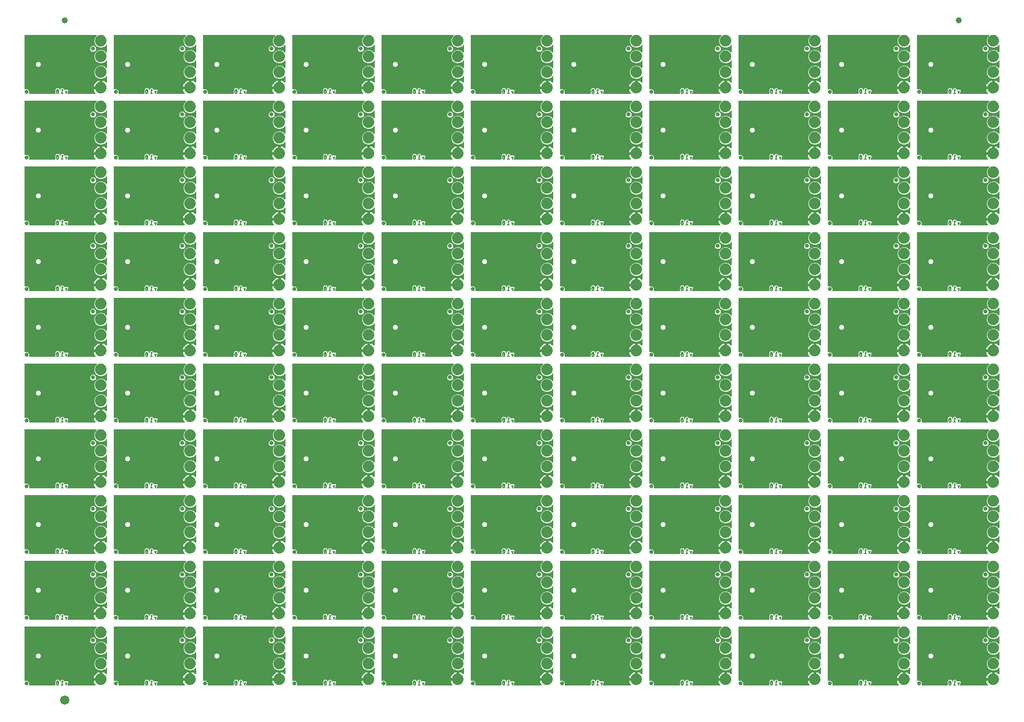
<source format=gbl>
G04 EAGLE Gerber RS-274X export*
G75*
%MOMM*%
%FSLAX34Y34*%
%LPD*%
%INBottom Copper*%
%IPPOS*%
%AMOC8*
5,1,8,0,0,1.08239X$1,22.5*%
G01*
%ADD10C,0.152400*%
%ADD11C,0.635000*%
%ADD12C,1.879600*%
%ADD13C,1.000000*%
%ADD14C,1.500000*%

G36*
X486661Y322835D02*
X486661Y322835D01*
X486664Y322835D01*
X486801Y322855D01*
X486939Y322875D01*
X486942Y322876D01*
X486945Y322876D01*
X487072Y322934D01*
X487198Y322991D01*
X487201Y322993D01*
X487204Y322994D01*
X487310Y323085D01*
X487415Y323174D01*
X487417Y323177D01*
X487420Y323179D01*
X487495Y323295D01*
X487573Y323411D01*
X487574Y323414D01*
X487576Y323417D01*
X487616Y323549D01*
X487659Y323682D01*
X487659Y323685D01*
X487660Y323689D01*
X487662Y323829D01*
X487666Y323966D01*
X487665Y323970D01*
X487665Y323973D01*
X487657Y324000D01*
X487594Y324241D01*
X487577Y324269D01*
X487570Y324295D01*
X487080Y325300D01*
X487080Y328750D01*
X487446Y329501D01*
X487446Y329502D01*
X487447Y329503D01*
X487448Y329507D01*
X487451Y329511D01*
X487462Y329550D01*
X487534Y329772D01*
X487535Y329807D01*
X487542Y329834D01*
X487553Y329933D01*
X487591Y329973D01*
X487677Y330056D01*
X487687Y330075D01*
X487705Y330094D01*
X487835Y330347D01*
X487836Y330349D01*
X487837Y330351D01*
X488092Y331097D01*
X489861Y332360D01*
X492033Y332360D01*
X493802Y331097D01*
X494093Y330247D01*
X494125Y330183D01*
X494141Y330131D01*
X494289Y329827D01*
X494351Y329735D01*
X494407Y329640D01*
X494430Y329618D01*
X494448Y329592D01*
X494533Y329521D01*
X494614Y329444D01*
X494642Y329430D01*
X494666Y329409D01*
X494768Y329365D01*
X494866Y329314D01*
X494897Y329308D01*
X494926Y329295D01*
X495037Y329280D01*
X495145Y329258D01*
X495177Y329261D01*
X495208Y329257D01*
X495318Y329273D01*
X495429Y329283D01*
X495458Y329294D01*
X495489Y329299D01*
X495590Y329345D01*
X495694Y329384D01*
X495719Y329403D01*
X495748Y329417D01*
X495832Y329489D01*
X495921Y329556D01*
X495940Y329581D01*
X495964Y329602D01*
X496025Y329694D01*
X496091Y329783D01*
X496102Y329813D01*
X496120Y329839D01*
X496153Y329945D01*
X496192Y330049D01*
X496194Y330077D01*
X496204Y330111D01*
X496208Y330344D01*
X496211Y330384D01*
X496143Y330992D01*
X496152Y331007D01*
X496160Y331037D01*
X496174Y331065D01*
X496184Y331123D01*
X496705Y331645D01*
X496744Y331696D01*
X496780Y331729D01*
X497234Y332296D01*
X497250Y332300D01*
X497278Y332316D01*
X497308Y332326D01*
X497356Y332360D01*
X498093Y332360D01*
X498157Y332369D01*
X498206Y332366D01*
X498927Y332446D01*
X498942Y332437D01*
X498972Y332430D01*
X499000Y332415D01*
X499058Y332405D01*
X499580Y331884D01*
X499631Y331845D01*
X499664Y331809D01*
X501684Y330192D01*
X501729Y330166D01*
X501769Y330132D01*
X501851Y330094D01*
X501929Y330048D01*
X501979Y330035D01*
X502027Y330013D01*
X502117Y329999D01*
X502204Y329976D01*
X502256Y329978D01*
X502308Y329970D01*
X502380Y329981D01*
X502488Y329984D01*
X502575Y330012D01*
X502640Y330022D01*
X503534Y330320D01*
X504392Y329892D01*
X504408Y329886D01*
X504422Y329877D01*
X504542Y329841D01*
X504661Y329801D01*
X504678Y329801D01*
X504695Y329796D01*
X504821Y329795D01*
X504945Y329789D01*
X504962Y329793D01*
X504979Y329793D01*
X505047Y329814D01*
X505222Y329856D01*
X505263Y329880D01*
X505300Y329892D01*
X506157Y330320D01*
X507755Y329788D01*
X508508Y328282D01*
X507138Y324171D01*
X507124Y324093D01*
X507100Y324018D01*
X507098Y323954D01*
X507087Y323891D01*
X507094Y323813D01*
X507092Y323734D01*
X507109Y323672D01*
X507115Y323609D01*
X507144Y323535D01*
X507164Y323459D01*
X507197Y323404D01*
X507221Y323345D01*
X507269Y323282D01*
X507310Y323214D01*
X507356Y323171D01*
X507395Y323120D01*
X507459Y323074D01*
X507517Y323020D01*
X507574Y322991D01*
X507625Y322953D01*
X507700Y322926D01*
X507770Y322890D01*
X507824Y322881D01*
X507892Y322856D01*
X508024Y322848D01*
X508101Y322835D01*
X551910Y322835D01*
X551939Y322839D01*
X551969Y322836D01*
X552080Y322859D01*
X552192Y322875D01*
X552219Y322887D01*
X552247Y322892D01*
X552348Y322944D01*
X552451Y322991D01*
X552474Y323010D01*
X552500Y323023D01*
X552582Y323101D01*
X552668Y323174D01*
X552685Y323199D01*
X552706Y323219D01*
X552763Y323317D01*
X552826Y323411D01*
X552835Y323439D01*
X552850Y323464D01*
X552877Y323574D01*
X552912Y323682D01*
X552912Y323711D01*
X552920Y323740D01*
X552916Y323853D01*
X552919Y323966D01*
X552912Y323995D01*
X552911Y324024D01*
X552876Y324132D01*
X552847Y324241D01*
X552832Y324267D01*
X552823Y324295D01*
X552777Y324359D01*
X552702Y324486D01*
X552656Y324529D01*
X552628Y324568D01*
X552234Y324962D01*
X551129Y326483D01*
X550276Y328157D01*
X549695Y329944D01*
X549574Y330709D01*
X560324Y330709D01*
X560382Y330717D01*
X560440Y330715D01*
X560522Y330737D01*
X560605Y330749D01*
X560659Y330773D01*
X560715Y330787D01*
X560788Y330830D01*
X560865Y330865D01*
X560909Y330903D01*
X560960Y330933D01*
X561017Y330994D01*
X561082Y331049D01*
X561114Y331097D01*
X561154Y331140D01*
X561193Y331215D01*
X561239Y331285D01*
X561257Y331341D01*
X561284Y331393D01*
X561295Y331461D01*
X561325Y331556D01*
X561328Y331656D01*
X561339Y331724D01*
X561339Y332741D01*
X562356Y332741D01*
X562414Y332749D01*
X562472Y332748D01*
X562554Y332769D01*
X562637Y332781D01*
X562691Y332805D01*
X562747Y332819D01*
X562820Y332862D01*
X562897Y332897D01*
X562942Y332935D01*
X562992Y332965D01*
X563050Y333026D01*
X563114Y333081D01*
X563146Y333129D01*
X563186Y333172D01*
X563225Y333247D01*
X563271Y333317D01*
X563289Y333373D01*
X563316Y333425D01*
X563327Y333493D01*
X563357Y333588D01*
X563360Y333688D01*
X563371Y333756D01*
X563371Y344506D01*
X564136Y344385D01*
X565923Y343804D01*
X567597Y342951D01*
X569118Y341846D01*
X569512Y341452D01*
X569536Y341434D01*
X569555Y341412D01*
X569649Y341349D01*
X569739Y341281D01*
X569767Y341270D01*
X569791Y341254D01*
X569899Y341220D01*
X570005Y341180D01*
X570034Y341177D01*
X570062Y341168D01*
X570175Y341165D01*
X570288Y341156D01*
X570317Y341162D01*
X570346Y341161D01*
X570456Y341190D01*
X570567Y341212D01*
X570593Y341225D01*
X570621Y341233D01*
X570719Y341291D01*
X570819Y341343D01*
X570841Y341363D01*
X570866Y341378D01*
X570943Y341461D01*
X571025Y341539D01*
X571040Y341564D01*
X571060Y341585D01*
X571112Y341686D01*
X571169Y341784D01*
X571176Y341812D01*
X571190Y341839D01*
X571203Y341916D01*
X571239Y342060D01*
X571237Y342122D01*
X571245Y342170D01*
X571245Y350506D01*
X571241Y350535D01*
X571244Y350565D01*
X571221Y350676D01*
X571205Y350788D01*
X571193Y350815D01*
X571188Y350843D01*
X571135Y350944D01*
X571089Y351047D01*
X571070Y351070D01*
X571057Y351096D01*
X570979Y351178D01*
X570906Y351264D01*
X570881Y351281D01*
X570861Y351302D01*
X570763Y351359D01*
X570669Y351422D01*
X570641Y351431D01*
X570616Y351446D01*
X570506Y351473D01*
X570398Y351508D01*
X570368Y351508D01*
X570340Y351516D01*
X570227Y351512D01*
X570114Y351515D01*
X570085Y351508D01*
X570056Y351507D01*
X569948Y351472D01*
X569839Y351443D01*
X569813Y351428D01*
X569785Y351419D01*
X569722Y351374D01*
X569594Y351298D01*
X569551Y351252D01*
X569512Y351224D01*
X567383Y349095D01*
X563462Y347471D01*
X559218Y347471D01*
X555297Y349096D01*
X552296Y352097D01*
X550671Y356018D01*
X550671Y360262D01*
X552296Y364183D01*
X555297Y367184D01*
X559218Y368809D01*
X563462Y368809D01*
X567383Y367185D01*
X569512Y365056D01*
X569536Y365038D01*
X569555Y365016D01*
X569649Y364953D01*
X569739Y364885D01*
X569767Y364874D01*
X569791Y364858D01*
X569899Y364824D01*
X570005Y364784D01*
X570034Y364781D01*
X570062Y364772D01*
X570176Y364769D01*
X570288Y364760D01*
X570317Y364766D01*
X570346Y364765D01*
X570456Y364794D01*
X570567Y364816D01*
X570593Y364829D01*
X570621Y364837D01*
X570719Y364895D01*
X570819Y364947D01*
X570841Y364967D01*
X570866Y364982D01*
X570943Y365065D01*
X571025Y365143D01*
X571040Y365168D01*
X571060Y365189D01*
X571112Y365290D01*
X571169Y365388D01*
X571176Y365416D01*
X571190Y365443D01*
X571203Y365520D01*
X571239Y365663D01*
X571237Y365726D01*
X571245Y365774D01*
X571245Y375906D01*
X571241Y375935D01*
X571244Y375965D01*
X571221Y376076D01*
X571205Y376188D01*
X571193Y376215D01*
X571188Y376243D01*
X571135Y376344D01*
X571089Y376447D01*
X571070Y376470D01*
X571057Y376496D01*
X570979Y376578D01*
X570906Y376664D01*
X570881Y376681D01*
X570861Y376702D01*
X570763Y376759D01*
X570669Y376822D01*
X570641Y376831D01*
X570616Y376846D01*
X570506Y376873D01*
X570398Y376908D01*
X570368Y376908D01*
X570340Y376916D01*
X570227Y376912D01*
X570114Y376915D01*
X570085Y376908D01*
X570056Y376907D01*
X569948Y376872D01*
X569839Y376843D01*
X569813Y376828D01*
X569785Y376819D01*
X569722Y376774D01*
X569594Y376698D01*
X569551Y376652D01*
X569512Y376624D01*
X567383Y374495D01*
X563462Y372871D01*
X559218Y372871D01*
X555297Y374496D01*
X552296Y377497D01*
X550671Y381418D01*
X550671Y385662D01*
X552296Y389583D01*
X555297Y392584D01*
X559218Y394209D01*
X563462Y394209D01*
X567383Y392585D01*
X569512Y390456D01*
X569536Y390438D01*
X569555Y390416D01*
X569649Y390353D01*
X569739Y390285D01*
X569767Y390274D01*
X569791Y390258D01*
X569899Y390224D01*
X570005Y390184D01*
X570034Y390181D01*
X570062Y390172D01*
X570176Y390169D01*
X570288Y390160D01*
X570317Y390166D01*
X570346Y390165D01*
X570456Y390194D01*
X570567Y390216D01*
X570593Y390229D01*
X570621Y390237D01*
X570719Y390295D01*
X570819Y390347D01*
X570841Y390367D01*
X570866Y390382D01*
X570943Y390465D01*
X571025Y390543D01*
X571040Y390568D01*
X571060Y390589D01*
X571112Y390690D01*
X571169Y390788D01*
X571176Y390816D01*
X571190Y390843D01*
X571203Y390920D01*
X571239Y391063D01*
X571237Y391126D01*
X571245Y391174D01*
X571245Y401306D01*
X571241Y401335D01*
X571244Y401365D01*
X571221Y401476D01*
X571205Y401588D01*
X571193Y401615D01*
X571188Y401643D01*
X571135Y401744D01*
X571089Y401847D01*
X571070Y401870D01*
X571057Y401896D01*
X570979Y401978D01*
X570906Y402064D01*
X570881Y402081D01*
X570861Y402102D01*
X570763Y402159D01*
X570669Y402222D01*
X570641Y402231D01*
X570616Y402246D01*
X570506Y402273D01*
X570398Y402308D01*
X570368Y402308D01*
X570340Y402316D01*
X570227Y402312D01*
X570114Y402315D01*
X570085Y402308D01*
X570056Y402307D01*
X569948Y402272D01*
X569839Y402243D01*
X569813Y402228D01*
X569785Y402219D01*
X569722Y402174D01*
X569594Y402098D01*
X569551Y402052D01*
X569512Y402024D01*
X567383Y399895D01*
X563462Y398271D01*
X559218Y398271D01*
X555297Y399896D01*
X552296Y402897D01*
X550671Y406818D01*
X550671Y411062D01*
X552295Y414983D01*
X554424Y417112D01*
X554442Y417136D01*
X554464Y417155D01*
X554527Y417249D01*
X554595Y417339D01*
X554606Y417367D01*
X554622Y417391D01*
X554656Y417499D01*
X554696Y417605D01*
X554699Y417634D01*
X554708Y417662D01*
X554711Y417776D01*
X554720Y417888D01*
X554714Y417917D01*
X554715Y417946D01*
X554686Y418056D01*
X554664Y418167D01*
X554651Y418193D01*
X554643Y418221D01*
X554585Y418319D01*
X554533Y418419D01*
X554513Y418441D01*
X554498Y418466D01*
X554415Y418543D01*
X554337Y418625D01*
X554312Y418640D01*
X554291Y418660D01*
X554190Y418712D01*
X554092Y418769D01*
X554064Y418776D01*
X554037Y418790D01*
X553960Y418803D01*
X553817Y418839D01*
X553754Y418837D01*
X553706Y418845D01*
X438150Y418845D01*
X438092Y418837D01*
X438034Y418839D01*
X437952Y418817D01*
X437868Y418805D01*
X437815Y418782D01*
X437759Y418767D01*
X437686Y418724D01*
X437609Y418689D01*
X437564Y418651D01*
X437514Y418622D01*
X437456Y418560D01*
X437392Y418506D01*
X437360Y418457D01*
X437320Y418414D01*
X437281Y418339D01*
X437234Y418269D01*
X437217Y418213D01*
X437190Y418161D01*
X437179Y418093D01*
X437149Y417998D01*
X437146Y417898D01*
X437135Y417830D01*
X437135Y331827D01*
X437139Y331798D01*
X437136Y331768D01*
X437159Y331657D01*
X437175Y331545D01*
X437187Y331518D01*
X437193Y331489D01*
X437245Y331389D01*
X437291Y331286D01*
X437310Y331263D01*
X437324Y331237D01*
X437402Y331155D01*
X437474Y331069D01*
X437499Y331053D01*
X437520Y331031D01*
X437617Y330974D01*
X437711Y330911D01*
X437739Y330902D01*
X437765Y330888D01*
X437874Y330860D01*
X437982Y330826D01*
X438012Y330825D01*
X438041Y330818D01*
X438153Y330821D01*
X438266Y330818D01*
X438295Y330826D01*
X438325Y330827D01*
X438352Y330836D01*
X442278Y330836D01*
X444882Y328232D01*
X444882Y324543D01*
X444861Y324525D01*
X444798Y324431D01*
X444730Y324341D01*
X444720Y324313D01*
X444703Y324289D01*
X444669Y324181D01*
X444629Y324075D01*
X444627Y324046D01*
X444618Y324018D01*
X444615Y323905D01*
X444605Y323792D01*
X444611Y323763D01*
X444610Y323734D01*
X444639Y323624D01*
X444661Y323513D01*
X444675Y323487D01*
X444682Y323459D01*
X444740Y323361D01*
X444792Y323261D01*
X444812Y323239D01*
X444827Y323214D01*
X444910Y323137D01*
X444988Y323055D01*
X445013Y323040D01*
X445035Y323020D01*
X445136Y322968D01*
X445233Y322911D01*
X445262Y322904D01*
X445288Y322890D01*
X445365Y322877D01*
X445509Y322841D01*
X445571Y322843D01*
X445619Y322835D01*
X486657Y322835D01*
X486661Y322835D01*
G37*
G36*
X1065781Y109475D02*
X1065781Y109475D01*
X1065784Y109475D01*
X1065921Y109495D01*
X1066059Y109515D01*
X1066062Y109516D01*
X1066065Y109516D01*
X1066192Y109574D01*
X1066318Y109631D01*
X1066321Y109633D01*
X1066324Y109634D01*
X1066430Y109725D01*
X1066535Y109814D01*
X1066537Y109817D01*
X1066540Y109819D01*
X1066615Y109935D01*
X1066693Y110051D01*
X1066694Y110054D01*
X1066696Y110057D01*
X1066736Y110189D01*
X1066779Y110322D01*
X1066779Y110325D01*
X1066780Y110329D01*
X1066782Y110469D01*
X1066786Y110606D01*
X1066785Y110610D01*
X1066785Y110613D01*
X1066777Y110640D01*
X1066714Y110881D01*
X1066697Y110909D01*
X1066690Y110935D01*
X1066200Y111940D01*
X1066200Y115390D01*
X1066566Y116141D01*
X1066566Y116142D01*
X1066567Y116143D01*
X1066568Y116147D01*
X1066571Y116151D01*
X1066582Y116190D01*
X1066654Y116412D01*
X1066655Y116447D01*
X1066662Y116474D01*
X1066673Y116573D01*
X1066711Y116613D01*
X1066797Y116696D01*
X1066807Y116715D01*
X1066825Y116734D01*
X1066955Y116987D01*
X1066956Y116989D01*
X1066957Y116991D01*
X1067212Y117737D01*
X1068981Y119000D01*
X1071153Y119000D01*
X1072922Y117737D01*
X1073213Y116887D01*
X1073245Y116823D01*
X1073261Y116771D01*
X1073409Y116467D01*
X1073471Y116375D01*
X1073527Y116280D01*
X1073550Y116258D01*
X1073568Y116232D01*
X1073653Y116161D01*
X1073734Y116084D01*
X1073762Y116070D01*
X1073786Y116049D01*
X1073888Y116005D01*
X1073986Y115954D01*
X1074017Y115948D01*
X1074046Y115935D01*
X1074157Y115920D01*
X1074265Y115898D01*
X1074297Y115901D01*
X1074328Y115897D01*
X1074438Y115913D01*
X1074549Y115923D01*
X1074578Y115934D01*
X1074609Y115939D01*
X1074710Y115985D01*
X1074814Y116024D01*
X1074839Y116043D01*
X1074868Y116057D01*
X1074952Y116129D01*
X1075041Y116196D01*
X1075060Y116221D01*
X1075084Y116242D01*
X1075145Y116334D01*
X1075211Y116423D01*
X1075222Y116453D01*
X1075240Y116479D01*
X1075273Y116585D01*
X1075312Y116689D01*
X1075314Y116717D01*
X1075324Y116751D01*
X1075328Y116984D01*
X1075331Y117024D01*
X1075263Y117632D01*
X1075272Y117647D01*
X1075280Y117677D01*
X1075294Y117705D01*
X1075304Y117763D01*
X1075825Y118285D01*
X1075864Y118336D01*
X1075900Y118369D01*
X1076354Y118936D01*
X1076370Y118940D01*
X1076398Y118956D01*
X1076428Y118966D01*
X1076476Y119000D01*
X1077213Y119000D01*
X1077277Y119009D01*
X1077326Y119006D01*
X1078047Y119086D01*
X1078062Y119077D01*
X1078092Y119070D01*
X1078120Y119055D01*
X1078178Y119045D01*
X1078700Y118524D01*
X1078751Y118485D01*
X1078784Y118449D01*
X1080804Y116832D01*
X1080849Y116806D01*
X1080889Y116772D01*
X1080971Y116734D01*
X1081049Y116688D01*
X1081099Y116675D01*
X1081147Y116653D01*
X1081237Y116639D01*
X1081324Y116616D01*
X1081376Y116618D01*
X1081428Y116610D01*
X1081500Y116621D01*
X1081608Y116624D01*
X1081695Y116652D01*
X1081760Y116662D01*
X1082654Y116960D01*
X1083512Y116532D01*
X1083528Y116526D01*
X1083542Y116517D01*
X1083662Y116481D01*
X1083781Y116441D01*
X1083798Y116441D01*
X1083815Y116436D01*
X1083941Y116435D01*
X1084065Y116429D01*
X1084082Y116433D01*
X1084099Y116433D01*
X1084167Y116454D01*
X1084342Y116496D01*
X1084383Y116520D01*
X1084420Y116532D01*
X1085277Y116960D01*
X1086875Y116428D01*
X1087628Y114922D01*
X1086258Y110811D01*
X1086244Y110733D01*
X1086220Y110658D01*
X1086218Y110594D01*
X1086207Y110531D01*
X1086214Y110453D01*
X1086212Y110374D01*
X1086229Y110312D01*
X1086235Y110249D01*
X1086264Y110175D01*
X1086284Y110099D01*
X1086317Y110044D01*
X1086341Y109985D01*
X1086389Y109922D01*
X1086430Y109854D01*
X1086476Y109811D01*
X1086515Y109760D01*
X1086579Y109714D01*
X1086637Y109660D01*
X1086694Y109631D01*
X1086745Y109593D01*
X1086820Y109566D01*
X1086890Y109530D01*
X1086944Y109521D01*
X1087012Y109496D01*
X1087144Y109488D01*
X1087221Y109475D01*
X1131030Y109475D01*
X1131059Y109479D01*
X1131089Y109476D01*
X1131200Y109499D01*
X1131312Y109515D01*
X1131339Y109527D01*
X1131367Y109532D01*
X1131468Y109584D01*
X1131571Y109631D01*
X1131594Y109650D01*
X1131620Y109663D01*
X1131702Y109741D01*
X1131788Y109814D01*
X1131805Y109839D01*
X1131826Y109859D01*
X1131883Y109957D01*
X1131946Y110051D01*
X1131955Y110079D01*
X1131970Y110104D01*
X1131997Y110214D01*
X1132032Y110322D01*
X1132032Y110351D01*
X1132040Y110380D01*
X1132036Y110493D01*
X1132039Y110606D01*
X1132032Y110635D01*
X1132031Y110664D01*
X1131996Y110772D01*
X1131967Y110881D01*
X1131952Y110907D01*
X1131943Y110935D01*
X1131897Y110999D01*
X1131822Y111126D01*
X1131776Y111169D01*
X1131748Y111208D01*
X1131354Y111602D01*
X1130249Y113123D01*
X1129396Y114797D01*
X1128815Y116584D01*
X1128694Y117349D01*
X1139444Y117349D01*
X1139502Y117357D01*
X1139560Y117355D01*
X1139642Y117377D01*
X1139725Y117389D01*
X1139779Y117413D01*
X1139835Y117427D01*
X1139908Y117470D01*
X1139985Y117505D01*
X1140029Y117543D01*
X1140080Y117573D01*
X1140137Y117634D01*
X1140202Y117689D01*
X1140234Y117737D01*
X1140274Y117780D01*
X1140313Y117855D01*
X1140359Y117925D01*
X1140377Y117981D01*
X1140404Y118033D01*
X1140415Y118101D01*
X1140445Y118196D01*
X1140448Y118296D01*
X1140459Y118364D01*
X1140459Y119381D01*
X1141476Y119381D01*
X1141534Y119389D01*
X1141592Y119388D01*
X1141674Y119409D01*
X1141757Y119421D01*
X1141811Y119445D01*
X1141867Y119459D01*
X1141940Y119502D01*
X1142017Y119537D01*
X1142062Y119575D01*
X1142112Y119605D01*
X1142170Y119666D01*
X1142234Y119721D01*
X1142266Y119769D01*
X1142306Y119812D01*
X1142345Y119887D01*
X1142391Y119957D01*
X1142409Y120013D01*
X1142436Y120065D01*
X1142447Y120133D01*
X1142477Y120228D01*
X1142480Y120328D01*
X1142491Y120396D01*
X1142491Y131146D01*
X1143256Y131025D01*
X1145043Y130444D01*
X1146717Y129591D01*
X1148238Y128486D01*
X1148632Y128092D01*
X1148656Y128074D01*
X1148675Y128052D01*
X1148769Y127989D01*
X1148859Y127921D01*
X1148887Y127910D01*
X1148911Y127894D01*
X1149019Y127860D01*
X1149125Y127820D01*
X1149154Y127817D01*
X1149182Y127808D01*
X1149295Y127805D01*
X1149408Y127796D01*
X1149437Y127802D01*
X1149466Y127801D01*
X1149576Y127830D01*
X1149687Y127852D01*
X1149713Y127865D01*
X1149741Y127873D01*
X1149839Y127931D01*
X1149939Y127983D01*
X1149961Y128003D01*
X1149986Y128018D01*
X1150063Y128101D01*
X1150145Y128179D01*
X1150160Y128204D01*
X1150180Y128225D01*
X1150232Y128326D01*
X1150289Y128424D01*
X1150296Y128452D01*
X1150310Y128479D01*
X1150323Y128556D01*
X1150359Y128700D01*
X1150357Y128762D01*
X1150365Y128810D01*
X1150365Y137146D01*
X1150361Y137175D01*
X1150364Y137205D01*
X1150341Y137316D01*
X1150325Y137428D01*
X1150313Y137455D01*
X1150308Y137483D01*
X1150255Y137584D01*
X1150209Y137687D01*
X1150190Y137710D01*
X1150177Y137736D01*
X1150099Y137818D01*
X1150026Y137904D01*
X1150001Y137921D01*
X1149981Y137942D01*
X1149883Y137999D01*
X1149789Y138062D01*
X1149761Y138071D01*
X1149736Y138086D01*
X1149626Y138113D01*
X1149518Y138148D01*
X1149488Y138148D01*
X1149460Y138156D01*
X1149347Y138152D01*
X1149234Y138155D01*
X1149205Y138148D01*
X1149176Y138147D01*
X1149068Y138112D01*
X1148959Y138083D01*
X1148933Y138068D01*
X1148905Y138059D01*
X1148842Y138014D01*
X1148714Y137938D01*
X1148671Y137892D01*
X1148632Y137864D01*
X1146503Y135735D01*
X1142582Y134111D01*
X1138338Y134111D01*
X1134417Y135736D01*
X1131416Y138737D01*
X1129791Y142658D01*
X1129791Y146902D01*
X1131416Y150823D01*
X1134417Y153824D01*
X1138338Y155449D01*
X1142582Y155449D01*
X1146503Y153825D01*
X1148632Y151696D01*
X1148656Y151678D01*
X1148675Y151656D01*
X1148769Y151593D01*
X1148859Y151525D01*
X1148887Y151514D01*
X1148911Y151498D01*
X1149019Y151464D01*
X1149125Y151424D01*
X1149154Y151421D01*
X1149182Y151412D01*
X1149296Y151409D01*
X1149408Y151400D01*
X1149437Y151406D01*
X1149466Y151405D01*
X1149576Y151434D01*
X1149687Y151456D01*
X1149713Y151469D01*
X1149741Y151477D01*
X1149839Y151535D01*
X1149939Y151587D01*
X1149961Y151607D01*
X1149986Y151622D01*
X1150063Y151705D01*
X1150145Y151783D01*
X1150160Y151808D01*
X1150180Y151829D01*
X1150232Y151930D01*
X1150289Y152028D01*
X1150296Y152056D01*
X1150310Y152083D01*
X1150323Y152160D01*
X1150359Y152303D01*
X1150357Y152366D01*
X1150365Y152414D01*
X1150365Y162546D01*
X1150361Y162575D01*
X1150364Y162605D01*
X1150341Y162716D01*
X1150325Y162828D01*
X1150313Y162855D01*
X1150308Y162883D01*
X1150255Y162984D01*
X1150209Y163087D01*
X1150190Y163110D01*
X1150177Y163136D01*
X1150099Y163218D01*
X1150026Y163304D01*
X1150001Y163321D01*
X1149981Y163342D01*
X1149883Y163399D01*
X1149789Y163462D01*
X1149761Y163471D01*
X1149736Y163486D01*
X1149626Y163513D01*
X1149518Y163548D01*
X1149488Y163548D01*
X1149460Y163556D01*
X1149347Y163552D01*
X1149234Y163555D01*
X1149205Y163548D01*
X1149176Y163547D01*
X1149068Y163512D01*
X1148959Y163483D01*
X1148933Y163468D01*
X1148905Y163459D01*
X1148842Y163414D01*
X1148714Y163338D01*
X1148671Y163292D01*
X1148632Y163264D01*
X1146503Y161135D01*
X1142582Y159511D01*
X1138338Y159511D01*
X1134417Y161136D01*
X1131416Y164137D01*
X1129791Y168058D01*
X1129791Y172302D01*
X1131416Y176223D01*
X1134417Y179224D01*
X1138338Y180849D01*
X1142582Y180849D01*
X1146503Y179225D01*
X1148632Y177096D01*
X1148656Y177078D01*
X1148675Y177056D01*
X1148769Y176993D01*
X1148859Y176925D01*
X1148887Y176914D01*
X1148911Y176898D01*
X1149019Y176864D01*
X1149125Y176824D01*
X1149154Y176821D01*
X1149182Y176812D01*
X1149296Y176809D01*
X1149408Y176800D01*
X1149437Y176806D01*
X1149466Y176805D01*
X1149576Y176834D01*
X1149687Y176856D01*
X1149713Y176869D01*
X1149741Y176877D01*
X1149839Y176935D01*
X1149939Y176987D01*
X1149961Y177007D01*
X1149986Y177022D01*
X1150063Y177105D01*
X1150145Y177183D01*
X1150160Y177208D01*
X1150180Y177229D01*
X1150232Y177330D01*
X1150289Y177428D01*
X1150296Y177456D01*
X1150310Y177483D01*
X1150323Y177560D01*
X1150359Y177703D01*
X1150357Y177766D01*
X1150365Y177814D01*
X1150365Y187946D01*
X1150361Y187975D01*
X1150364Y188005D01*
X1150341Y188116D01*
X1150325Y188228D01*
X1150313Y188255D01*
X1150308Y188283D01*
X1150255Y188384D01*
X1150209Y188487D01*
X1150190Y188510D01*
X1150177Y188536D01*
X1150099Y188618D01*
X1150026Y188704D01*
X1150001Y188721D01*
X1149981Y188742D01*
X1149883Y188799D01*
X1149789Y188862D01*
X1149761Y188871D01*
X1149736Y188886D01*
X1149626Y188913D01*
X1149518Y188948D01*
X1149488Y188948D01*
X1149460Y188956D01*
X1149347Y188952D01*
X1149234Y188955D01*
X1149205Y188948D01*
X1149176Y188947D01*
X1149068Y188912D01*
X1148959Y188883D01*
X1148933Y188868D01*
X1148905Y188859D01*
X1148842Y188814D01*
X1148714Y188738D01*
X1148671Y188692D01*
X1148632Y188664D01*
X1146503Y186535D01*
X1142582Y184911D01*
X1138338Y184911D01*
X1134417Y186536D01*
X1131416Y189537D01*
X1129791Y193458D01*
X1129791Y197702D01*
X1131415Y201623D01*
X1133544Y203752D01*
X1133562Y203776D01*
X1133584Y203795D01*
X1133647Y203889D01*
X1133715Y203979D01*
X1133726Y204007D01*
X1133742Y204031D01*
X1133776Y204139D01*
X1133816Y204245D01*
X1133819Y204274D01*
X1133828Y204302D01*
X1133831Y204416D01*
X1133840Y204528D01*
X1133834Y204557D01*
X1133835Y204586D01*
X1133806Y204696D01*
X1133784Y204807D01*
X1133771Y204833D01*
X1133763Y204861D01*
X1133705Y204959D01*
X1133653Y205059D01*
X1133633Y205081D01*
X1133618Y205106D01*
X1133535Y205183D01*
X1133457Y205265D01*
X1133432Y205280D01*
X1133411Y205300D01*
X1133310Y205352D01*
X1133212Y205409D01*
X1133184Y205416D01*
X1133157Y205430D01*
X1133080Y205443D01*
X1132937Y205479D01*
X1132874Y205477D01*
X1132826Y205485D01*
X1017270Y205485D01*
X1017212Y205477D01*
X1017154Y205479D01*
X1017072Y205457D01*
X1016988Y205445D01*
X1016935Y205422D01*
X1016879Y205407D01*
X1016806Y205364D01*
X1016729Y205329D01*
X1016684Y205291D01*
X1016634Y205262D01*
X1016576Y205200D01*
X1016512Y205146D01*
X1016480Y205097D01*
X1016440Y205054D01*
X1016401Y204979D01*
X1016354Y204909D01*
X1016337Y204853D01*
X1016310Y204801D01*
X1016299Y204733D01*
X1016269Y204638D01*
X1016266Y204538D01*
X1016255Y204470D01*
X1016255Y118467D01*
X1016259Y118438D01*
X1016256Y118408D01*
X1016279Y118297D01*
X1016295Y118185D01*
X1016307Y118158D01*
X1016313Y118129D01*
X1016365Y118029D01*
X1016411Y117926D01*
X1016430Y117903D01*
X1016444Y117877D01*
X1016522Y117795D01*
X1016594Y117709D01*
X1016619Y117693D01*
X1016640Y117671D01*
X1016737Y117614D01*
X1016831Y117551D01*
X1016859Y117542D01*
X1016885Y117528D01*
X1016994Y117500D01*
X1017102Y117466D01*
X1017132Y117465D01*
X1017161Y117458D01*
X1017273Y117461D01*
X1017386Y117458D01*
X1017415Y117466D01*
X1017445Y117467D01*
X1017472Y117476D01*
X1021398Y117476D01*
X1024002Y114872D01*
X1024002Y111183D01*
X1023981Y111165D01*
X1023918Y111071D01*
X1023850Y110981D01*
X1023840Y110953D01*
X1023823Y110929D01*
X1023789Y110821D01*
X1023749Y110715D01*
X1023747Y110686D01*
X1023738Y110658D01*
X1023735Y110545D01*
X1023725Y110432D01*
X1023731Y110403D01*
X1023730Y110374D01*
X1023759Y110264D01*
X1023781Y110153D01*
X1023795Y110127D01*
X1023802Y110099D01*
X1023860Y110001D01*
X1023912Y109901D01*
X1023932Y109879D01*
X1023947Y109854D01*
X1024030Y109777D01*
X1024108Y109695D01*
X1024133Y109680D01*
X1024155Y109660D01*
X1024256Y109608D01*
X1024353Y109551D01*
X1024382Y109544D01*
X1024408Y109530D01*
X1024485Y109517D01*
X1024629Y109481D01*
X1024691Y109483D01*
X1024739Y109475D01*
X1065777Y109475D01*
X1065781Y109475D01*
G37*
G36*
X341881Y856235D02*
X341881Y856235D01*
X341884Y856235D01*
X342021Y856255D01*
X342159Y856275D01*
X342162Y856276D01*
X342165Y856276D01*
X342292Y856334D01*
X342418Y856391D01*
X342421Y856393D01*
X342424Y856394D01*
X342530Y856485D01*
X342635Y856574D01*
X342637Y856577D01*
X342640Y856579D01*
X342715Y856695D01*
X342793Y856811D01*
X342794Y856814D01*
X342796Y856817D01*
X342836Y856949D01*
X342879Y857082D01*
X342879Y857085D01*
X342880Y857089D01*
X342882Y857229D01*
X342886Y857366D01*
X342885Y857370D01*
X342885Y857373D01*
X342877Y857400D01*
X342814Y857641D01*
X342797Y857669D01*
X342790Y857695D01*
X342300Y858700D01*
X342300Y862150D01*
X342666Y862901D01*
X342666Y862902D01*
X342667Y862903D01*
X342668Y862907D01*
X342671Y862911D01*
X342682Y862950D01*
X342754Y863172D01*
X342755Y863207D01*
X342762Y863234D01*
X342773Y863333D01*
X342811Y863373D01*
X342897Y863456D01*
X342907Y863475D01*
X342925Y863494D01*
X343055Y863747D01*
X343056Y863749D01*
X343057Y863751D01*
X343312Y864497D01*
X345081Y865760D01*
X347253Y865760D01*
X349022Y864497D01*
X349313Y863647D01*
X349345Y863583D01*
X349361Y863531D01*
X349509Y863227D01*
X349571Y863135D01*
X349627Y863040D01*
X349650Y863018D01*
X349668Y862992D01*
X349753Y862921D01*
X349834Y862844D01*
X349862Y862830D01*
X349886Y862809D01*
X349988Y862765D01*
X350086Y862714D01*
X350117Y862708D01*
X350146Y862695D01*
X350257Y862680D01*
X350365Y862658D01*
X350397Y862661D01*
X350428Y862657D01*
X350538Y862673D01*
X350649Y862683D01*
X350678Y862694D01*
X350709Y862699D01*
X350810Y862745D01*
X350914Y862784D01*
X350939Y862803D01*
X350968Y862817D01*
X351052Y862889D01*
X351141Y862956D01*
X351160Y862981D01*
X351184Y863002D01*
X351245Y863094D01*
X351311Y863183D01*
X351322Y863213D01*
X351340Y863239D01*
X351373Y863345D01*
X351412Y863449D01*
X351414Y863477D01*
X351424Y863511D01*
X351428Y863744D01*
X351431Y863784D01*
X351363Y864392D01*
X351372Y864407D01*
X351380Y864437D01*
X351394Y864465D01*
X351404Y864523D01*
X351925Y865045D01*
X351964Y865096D01*
X352000Y865129D01*
X352454Y865696D01*
X352470Y865700D01*
X352498Y865716D01*
X352528Y865726D01*
X352576Y865760D01*
X353313Y865760D01*
X353377Y865769D01*
X353426Y865766D01*
X354147Y865846D01*
X354162Y865837D01*
X354192Y865830D01*
X354220Y865815D01*
X354278Y865805D01*
X354800Y865284D01*
X354851Y865245D01*
X354884Y865209D01*
X356904Y863592D01*
X356949Y863566D01*
X356989Y863532D01*
X357071Y863494D01*
X357149Y863448D01*
X357199Y863435D01*
X357247Y863413D01*
X357337Y863399D01*
X357424Y863376D01*
X357476Y863378D01*
X357528Y863370D01*
X357600Y863381D01*
X357708Y863384D01*
X357795Y863412D01*
X357860Y863422D01*
X358754Y863720D01*
X359612Y863292D01*
X359628Y863286D01*
X359642Y863277D01*
X359762Y863241D01*
X359881Y863201D01*
X359898Y863201D01*
X359915Y863196D01*
X360041Y863195D01*
X360165Y863189D01*
X360182Y863193D01*
X360199Y863193D01*
X360267Y863214D01*
X360442Y863256D01*
X360483Y863280D01*
X360520Y863292D01*
X361377Y863720D01*
X362975Y863188D01*
X363728Y861682D01*
X362358Y857571D01*
X362344Y857493D01*
X362320Y857418D01*
X362318Y857354D01*
X362307Y857291D01*
X362314Y857213D01*
X362312Y857134D01*
X362329Y857072D01*
X362335Y857009D01*
X362364Y856935D01*
X362384Y856859D01*
X362417Y856804D01*
X362441Y856745D01*
X362489Y856682D01*
X362530Y856614D01*
X362576Y856571D01*
X362615Y856520D01*
X362679Y856474D01*
X362737Y856420D01*
X362794Y856391D01*
X362845Y856353D01*
X362920Y856326D01*
X362990Y856290D01*
X363044Y856281D01*
X363112Y856256D01*
X363244Y856248D01*
X363321Y856235D01*
X407130Y856235D01*
X407159Y856239D01*
X407189Y856236D01*
X407300Y856259D01*
X407412Y856275D01*
X407439Y856287D01*
X407467Y856292D01*
X407568Y856344D01*
X407671Y856391D01*
X407694Y856410D01*
X407720Y856423D01*
X407802Y856501D01*
X407888Y856574D01*
X407905Y856599D01*
X407926Y856619D01*
X407983Y856717D01*
X408046Y856811D01*
X408055Y856839D01*
X408070Y856864D01*
X408097Y856974D01*
X408132Y857082D01*
X408132Y857111D01*
X408140Y857140D01*
X408136Y857253D01*
X408139Y857366D01*
X408132Y857395D01*
X408131Y857424D01*
X408096Y857532D01*
X408067Y857641D01*
X408052Y857667D01*
X408043Y857695D01*
X407997Y857759D01*
X407922Y857886D01*
X407876Y857929D01*
X407848Y857968D01*
X407454Y858362D01*
X406349Y859883D01*
X405496Y861557D01*
X404915Y863344D01*
X404794Y864109D01*
X415544Y864109D01*
X415602Y864117D01*
X415660Y864115D01*
X415742Y864137D01*
X415825Y864149D01*
X415879Y864173D01*
X415935Y864187D01*
X416008Y864230D01*
X416085Y864265D01*
X416129Y864303D01*
X416180Y864333D01*
X416237Y864394D01*
X416302Y864449D01*
X416334Y864497D01*
X416374Y864540D01*
X416413Y864615D01*
X416459Y864685D01*
X416477Y864741D01*
X416504Y864793D01*
X416515Y864861D01*
X416545Y864956D01*
X416548Y865056D01*
X416559Y865124D01*
X416559Y866141D01*
X417576Y866141D01*
X417634Y866149D01*
X417692Y866148D01*
X417774Y866169D01*
X417857Y866181D01*
X417911Y866205D01*
X417967Y866219D01*
X418040Y866262D01*
X418117Y866297D01*
X418162Y866335D01*
X418212Y866365D01*
X418270Y866426D01*
X418334Y866481D01*
X418366Y866529D01*
X418406Y866572D01*
X418445Y866647D01*
X418491Y866717D01*
X418509Y866773D01*
X418536Y866825D01*
X418547Y866893D01*
X418577Y866988D01*
X418580Y867088D01*
X418591Y867156D01*
X418591Y877906D01*
X419356Y877785D01*
X421143Y877204D01*
X422817Y876351D01*
X424338Y875246D01*
X424732Y874852D01*
X424756Y874834D01*
X424775Y874812D01*
X424869Y874749D01*
X424959Y874681D01*
X424987Y874670D01*
X425011Y874654D01*
X425119Y874620D01*
X425225Y874580D01*
X425254Y874577D01*
X425282Y874568D01*
X425395Y874565D01*
X425508Y874556D01*
X425537Y874562D01*
X425566Y874561D01*
X425676Y874590D01*
X425787Y874612D01*
X425813Y874625D01*
X425841Y874633D01*
X425939Y874691D01*
X426039Y874743D01*
X426061Y874763D01*
X426086Y874778D01*
X426163Y874861D01*
X426245Y874939D01*
X426260Y874964D01*
X426280Y874985D01*
X426332Y875086D01*
X426389Y875184D01*
X426396Y875212D01*
X426410Y875239D01*
X426423Y875316D01*
X426459Y875460D01*
X426457Y875522D01*
X426465Y875570D01*
X426465Y883906D01*
X426461Y883935D01*
X426464Y883965D01*
X426441Y884076D01*
X426425Y884188D01*
X426413Y884215D01*
X426408Y884243D01*
X426355Y884344D01*
X426309Y884447D01*
X426290Y884470D01*
X426277Y884496D01*
X426199Y884578D01*
X426126Y884664D01*
X426101Y884681D01*
X426081Y884702D01*
X425983Y884759D01*
X425889Y884822D01*
X425861Y884831D01*
X425836Y884846D01*
X425726Y884873D01*
X425618Y884908D01*
X425588Y884908D01*
X425560Y884916D01*
X425447Y884912D01*
X425334Y884915D01*
X425305Y884908D01*
X425276Y884907D01*
X425168Y884872D01*
X425059Y884843D01*
X425033Y884828D01*
X425005Y884819D01*
X424942Y884774D01*
X424814Y884698D01*
X424771Y884652D01*
X424732Y884624D01*
X422603Y882495D01*
X418682Y880871D01*
X414438Y880871D01*
X410517Y882496D01*
X407516Y885497D01*
X405891Y889418D01*
X405891Y893662D01*
X407516Y897583D01*
X410517Y900584D01*
X414438Y902209D01*
X418682Y902209D01*
X422603Y900585D01*
X424732Y898456D01*
X424756Y898438D01*
X424775Y898416D01*
X424869Y898353D01*
X424959Y898285D01*
X424987Y898274D01*
X425011Y898258D01*
X425119Y898224D01*
X425225Y898184D01*
X425254Y898181D01*
X425282Y898172D01*
X425396Y898169D01*
X425508Y898160D01*
X425537Y898166D01*
X425566Y898165D01*
X425676Y898194D01*
X425787Y898216D01*
X425813Y898229D01*
X425841Y898237D01*
X425939Y898295D01*
X426039Y898347D01*
X426061Y898367D01*
X426086Y898382D01*
X426163Y898465D01*
X426245Y898543D01*
X426260Y898568D01*
X426280Y898589D01*
X426332Y898690D01*
X426389Y898788D01*
X426396Y898816D01*
X426410Y898843D01*
X426423Y898920D01*
X426459Y899063D01*
X426457Y899126D01*
X426465Y899174D01*
X426465Y909306D01*
X426461Y909335D01*
X426464Y909365D01*
X426441Y909476D01*
X426425Y909588D01*
X426413Y909615D01*
X426408Y909643D01*
X426355Y909744D01*
X426309Y909847D01*
X426290Y909870D01*
X426277Y909896D01*
X426199Y909978D01*
X426126Y910064D01*
X426101Y910081D01*
X426081Y910102D01*
X425983Y910159D01*
X425889Y910222D01*
X425861Y910231D01*
X425836Y910246D01*
X425726Y910273D01*
X425618Y910308D01*
X425588Y910308D01*
X425560Y910316D01*
X425447Y910312D01*
X425334Y910315D01*
X425305Y910308D01*
X425276Y910307D01*
X425168Y910272D01*
X425059Y910243D01*
X425033Y910228D01*
X425005Y910219D01*
X424942Y910174D01*
X424814Y910098D01*
X424771Y910052D01*
X424732Y910024D01*
X422603Y907895D01*
X418682Y906271D01*
X414438Y906271D01*
X410517Y907896D01*
X407516Y910897D01*
X405891Y914818D01*
X405891Y919062D01*
X407516Y922983D01*
X410517Y925984D01*
X414438Y927609D01*
X418682Y927609D01*
X422603Y925985D01*
X424732Y923856D01*
X424756Y923838D01*
X424775Y923816D01*
X424869Y923753D01*
X424959Y923685D01*
X424987Y923674D01*
X425011Y923658D01*
X425119Y923624D01*
X425225Y923584D01*
X425254Y923581D01*
X425282Y923572D01*
X425396Y923569D01*
X425508Y923560D01*
X425537Y923566D01*
X425566Y923565D01*
X425676Y923594D01*
X425787Y923616D01*
X425813Y923629D01*
X425841Y923637D01*
X425939Y923695D01*
X426039Y923747D01*
X426061Y923767D01*
X426086Y923782D01*
X426163Y923865D01*
X426245Y923943D01*
X426260Y923968D01*
X426280Y923989D01*
X426332Y924090D01*
X426389Y924188D01*
X426396Y924216D01*
X426410Y924243D01*
X426423Y924320D01*
X426459Y924463D01*
X426457Y924526D01*
X426465Y924574D01*
X426465Y934706D01*
X426461Y934735D01*
X426464Y934765D01*
X426441Y934876D01*
X426425Y934988D01*
X426413Y935015D01*
X426408Y935043D01*
X426355Y935144D01*
X426309Y935247D01*
X426290Y935270D01*
X426277Y935296D01*
X426199Y935378D01*
X426126Y935464D01*
X426101Y935481D01*
X426081Y935502D01*
X425983Y935559D01*
X425889Y935622D01*
X425861Y935631D01*
X425836Y935646D01*
X425726Y935673D01*
X425618Y935708D01*
X425588Y935708D01*
X425560Y935716D01*
X425447Y935712D01*
X425334Y935715D01*
X425305Y935708D01*
X425276Y935707D01*
X425168Y935672D01*
X425059Y935643D01*
X425033Y935628D01*
X425005Y935619D01*
X424942Y935574D01*
X424814Y935498D01*
X424771Y935452D01*
X424732Y935424D01*
X422603Y933295D01*
X418682Y931671D01*
X414438Y931671D01*
X410517Y933296D01*
X407516Y936297D01*
X405891Y940218D01*
X405891Y944462D01*
X407515Y948383D01*
X409644Y950512D01*
X409662Y950536D01*
X409684Y950555D01*
X409747Y950649D01*
X409815Y950739D01*
X409826Y950767D01*
X409842Y950791D01*
X409876Y950899D01*
X409916Y951005D01*
X409919Y951034D01*
X409928Y951062D01*
X409931Y951176D01*
X409940Y951288D01*
X409934Y951317D01*
X409935Y951346D01*
X409906Y951456D01*
X409884Y951567D01*
X409871Y951593D01*
X409863Y951621D01*
X409805Y951719D01*
X409753Y951819D01*
X409733Y951841D01*
X409718Y951866D01*
X409635Y951943D01*
X409557Y952025D01*
X409532Y952040D01*
X409511Y952060D01*
X409410Y952112D01*
X409312Y952169D01*
X409284Y952176D01*
X409257Y952190D01*
X409180Y952203D01*
X409037Y952239D01*
X408974Y952237D01*
X408926Y952245D01*
X293370Y952245D01*
X293312Y952237D01*
X293254Y952239D01*
X293172Y952217D01*
X293088Y952205D01*
X293035Y952182D01*
X292979Y952167D01*
X292906Y952124D01*
X292829Y952089D01*
X292784Y952051D01*
X292734Y952022D01*
X292676Y951960D01*
X292612Y951906D01*
X292580Y951857D01*
X292540Y951814D01*
X292501Y951739D01*
X292454Y951669D01*
X292437Y951613D01*
X292410Y951561D01*
X292399Y951493D01*
X292369Y951398D01*
X292366Y951298D01*
X292355Y951230D01*
X292355Y865227D01*
X292359Y865198D01*
X292356Y865168D01*
X292379Y865057D01*
X292395Y864945D01*
X292407Y864918D01*
X292413Y864889D01*
X292465Y864789D01*
X292511Y864686D01*
X292530Y864663D01*
X292544Y864637D01*
X292622Y864555D01*
X292694Y864469D01*
X292719Y864453D01*
X292740Y864431D01*
X292837Y864374D01*
X292931Y864311D01*
X292959Y864302D01*
X292985Y864288D01*
X293094Y864260D01*
X293202Y864226D01*
X293232Y864225D01*
X293261Y864218D01*
X293373Y864221D01*
X293486Y864218D01*
X293515Y864226D01*
X293545Y864227D01*
X293572Y864236D01*
X297498Y864236D01*
X300102Y861632D01*
X300102Y857943D01*
X300081Y857925D01*
X300018Y857831D01*
X299950Y857741D01*
X299940Y857713D01*
X299923Y857689D01*
X299889Y857581D01*
X299849Y857475D01*
X299847Y857446D01*
X299838Y857418D01*
X299835Y857305D01*
X299825Y857192D01*
X299831Y857163D01*
X299830Y857134D01*
X299859Y857024D01*
X299881Y856913D01*
X299895Y856887D01*
X299902Y856859D01*
X299960Y856761D01*
X300012Y856661D01*
X300032Y856639D01*
X300047Y856614D01*
X300130Y856537D01*
X300208Y856455D01*
X300233Y856440D01*
X300255Y856420D01*
X300356Y856368D01*
X300453Y856311D01*
X300482Y856304D01*
X300508Y856290D01*
X300585Y856277D01*
X300729Y856241D01*
X300791Y856243D01*
X300839Y856235D01*
X341877Y856235D01*
X341881Y856235D01*
G37*
G36*
X52321Y2795D02*
X52321Y2795D01*
X52324Y2795D01*
X52461Y2815D01*
X52599Y2835D01*
X52602Y2836D01*
X52605Y2836D01*
X52732Y2894D01*
X52858Y2951D01*
X52861Y2953D01*
X52864Y2954D01*
X52970Y3045D01*
X53075Y3134D01*
X53077Y3137D01*
X53080Y3139D01*
X53155Y3255D01*
X53233Y3371D01*
X53234Y3374D01*
X53236Y3377D01*
X53276Y3509D01*
X53319Y3642D01*
X53319Y3645D01*
X53320Y3649D01*
X53322Y3789D01*
X53326Y3926D01*
X53325Y3930D01*
X53325Y3933D01*
X53317Y3960D01*
X53254Y4201D01*
X53237Y4229D01*
X53230Y4255D01*
X52740Y5260D01*
X52740Y8710D01*
X53106Y9461D01*
X53106Y9462D01*
X53107Y9463D01*
X53108Y9467D01*
X53111Y9471D01*
X53122Y9510D01*
X53194Y9732D01*
X53195Y9767D01*
X53202Y9794D01*
X53213Y9893D01*
X53251Y9933D01*
X53337Y10016D01*
X53347Y10035D01*
X53365Y10054D01*
X53495Y10307D01*
X53496Y10309D01*
X53497Y10311D01*
X53752Y11057D01*
X55521Y12320D01*
X57693Y12320D01*
X59462Y11057D01*
X59753Y10207D01*
X59785Y10143D01*
X59801Y10091D01*
X59949Y9787D01*
X60011Y9695D01*
X60067Y9600D01*
X60090Y9578D01*
X60108Y9552D01*
X60193Y9481D01*
X60274Y9404D01*
X60302Y9390D01*
X60326Y9369D01*
X60428Y9325D01*
X60526Y9274D01*
X60557Y9268D01*
X60586Y9255D01*
X60697Y9240D01*
X60805Y9218D01*
X60837Y9221D01*
X60868Y9217D01*
X60978Y9233D01*
X61089Y9243D01*
X61118Y9254D01*
X61149Y9259D01*
X61250Y9305D01*
X61354Y9344D01*
X61379Y9363D01*
X61408Y9377D01*
X61492Y9449D01*
X61581Y9516D01*
X61600Y9541D01*
X61624Y9562D01*
X61685Y9654D01*
X61751Y9743D01*
X61762Y9773D01*
X61780Y9799D01*
X61813Y9905D01*
X61852Y10009D01*
X61854Y10037D01*
X61864Y10071D01*
X61868Y10304D01*
X61871Y10344D01*
X61803Y10952D01*
X61812Y10967D01*
X61820Y10997D01*
X61834Y11025D01*
X61844Y11083D01*
X62365Y11605D01*
X62404Y11656D01*
X62440Y11689D01*
X62894Y12256D01*
X62910Y12260D01*
X62938Y12276D01*
X62968Y12286D01*
X63016Y12320D01*
X63753Y12320D01*
X63817Y12329D01*
X63866Y12326D01*
X64587Y12406D01*
X64602Y12397D01*
X64632Y12390D01*
X64660Y12375D01*
X64718Y12365D01*
X65240Y11844D01*
X65291Y11805D01*
X65324Y11769D01*
X67344Y10152D01*
X67389Y10126D01*
X67429Y10092D01*
X67511Y10054D01*
X67589Y10008D01*
X67639Y9995D01*
X67687Y9973D01*
X67777Y9959D01*
X67864Y9936D01*
X67916Y9938D01*
X67968Y9930D01*
X68040Y9941D01*
X68148Y9944D01*
X68235Y9972D01*
X68300Y9982D01*
X69194Y10280D01*
X70052Y9852D01*
X70068Y9846D01*
X70082Y9837D01*
X70202Y9801D01*
X70321Y9761D01*
X70338Y9761D01*
X70355Y9756D01*
X70481Y9755D01*
X70605Y9749D01*
X70622Y9753D01*
X70639Y9753D01*
X70707Y9774D01*
X70882Y9816D01*
X70923Y9840D01*
X70960Y9852D01*
X71817Y10280D01*
X73415Y9748D01*
X74168Y8242D01*
X72798Y4131D01*
X72784Y4053D01*
X72760Y3978D01*
X72758Y3914D01*
X72747Y3851D01*
X72754Y3773D01*
X72752Y3694D01*
X72769Y3632D01*
X72775Y3569D01*
X72804Y3495D01*
X72824Y3419D01*
X72857Y3364D01*
X72881Y3305D01*
X72929Y3242D01*
X72970Y3174D01*
X73016Y3131D01*
X73055Y3080D01*
X73119Y3034D01*
X73177Y2980D01*
X73234Y2951D01*
X73285Y2913D01*
X73360Y2886D01*
X73430Y2850D01*
X73484Y2841D01*
X73552Y2816D01*
X73684Y2808D01*
X73761Y2795D01*
X117570Y2795D01*
X117599Y2799D01*
X117629Y2796D01*
X117740Y2819D01*
X117852Y2835D01*
X117879Y2847D01*
X117907Y2852D01*
X118008Y2904D01*
X118111Y2951D01*
X118134Y2970D01*
X118160Y2983D01*
X118242Y3061D01*
X118328Y3134D01*
X118345Y3159D01*
X118366Y3179D01*
X118423Y3277D01*
X118486Y3371D01*
X118495Y3399D01*
X118510Y3424D01*
X118537Y3534D01*
X118572Y3642D01*
X118572Y3671D01*
X118580Y3700D01*
X118576Y3813D01*
X118579Y3926D01*
X118572Y3955D01*
X118571Y3984D01*
X118536Y4092D01*
X118507Y4201D01*
X118492Y4227D01*
X118483Y4255D01*
X118437Y4319D01*
X118362Y4446D01*
X118316Y4489D01*
X118288Y4528D01*
X117894Y4922D01*
X116789Y6443D01*
X115936Y8117D01*
X115355Y9904D01*
X115234Y10669D01*
X125984Y10669D01*
X126042Y10677D01*
X126100Y10675D01*
X126182Y10697D01*
X126265Y10709D01*
X126319Y10733D01*
X126375Y10747D01*
X126448Y10790D01*
X126525Y10825D01*
X126569Y10863D01*
X126620Y10893D01*
X126677Y10954D01*
X126742Y11009D01*
X126774Y11057D01*
X126814Y11100D01*
X126853Y11175D01*
X126899Y11245D01*
X126917Y11301D01*
X126944Y11353D01*
X126955Y11421D01*
X126985Y11516D01*
X126988Y11616D01*
X126999Y11684D01*
X126999Y12701D01*
X128016Y12701D01*
X128074Y12709D01*
X128132Y12708D01*
X128214Y12729D01*
X128297Y12741D01*
X128351Y12765D01*
X128407Y12779D01*
X128480Y12822D01*
X128557Y12857D01*
X128602Y12895D01*
X128652Y12925D01*
X128710Y12986D01*
X128774Y13041D01*
X128806Y13089D01*
X128846Y13132D01*
X128885Y13207D01*
X128931Y13277D01*
X128949Y13333D01*
X128976Y13385D01*
X128987Y13453D01*
X129017Y13548D01*
X129020Y13648D01*
X129031Y13716D01*
X129031Y24466D01*
X129796Y24345D01*
X131583Y23764D01*
X133257Y22911D01*
X134778Y21806D01*
X135172Y21412D01*
X135196Y21394D01*
X135215Y21372D01*
X135309Y21309D01*
X135399Y21241D01*
X135427Y21230D01*
X135451Y21214D01*
X135559Y21180D01*
X135665Y21140D01*
X135694Y21137D01*
X135722Y21128D01*
X135835Y21125D01*
X135948Y21116D01*
X135977Y21122D01*
X136006Y21121D01*
X136116Y21150D01*
X136227Y21172D01*
X136253Y21185D01*
X136281Y21193D01*
X136379Y21251D01*
X136479Y21303D01*
X136501Y21323D01*
X136526Y21338D01*
X136603Y21421D01*
X136685Y21499D01*
X136700Y21524D01*
X136720Y21545D01*
X136772Y21646D01*
X136829Y21744D01*
X136836Y21772D01*
X136850Y21799D01*
X136863Y21876D01*
X136899Y22020D01*
X136897Y22082D01*
X136905Y22130D01*
X136905Y30466D01*
X136901Y30495D01*
X136904Y30525D01*
X136881Y30636D01*
X136865Y30748D01*
X136853Y30775D01*
X136848Y30803D01*
X136795Y30904D01*
X136749Y31007D01*
X136730Y31030D01*
X136717Y31056D01*
X136639Y31138D01*
X136566Y31224D01*
X136541Y31241D01*
X136521Y31262D01*
X136423Y31319D01*
X136329Y31382D01*
X136301Y31391D01*
X136276Y31406D01*
X136166Y31433D01*
X136058Y31468D01*
X136028Y31468D01*
X136000Y31476D01*
X135887Y31472D01*
X135774Y31475D01*
X135745Y31468D01*
X135716Y31467D01*
X135608Y31432D01*
X135499Y31403D01*
X135473Y31388D01*
X135445Y31379D01*
X135382Y31334D01*
X135254Y31258D01*
X135211Y31212D01*
X135172Y31184D01*
X133043Y29055D01*
X129122Y27431D01*
X124878Y27431D01*
X120957Y29056D01*
X117956Y32057D01*
X116331Y35978D01*
X116331Y40222D01*
X117956Y44143D01*
X120957Y47144D01*
X124878Y48769D01*
X129122Y48769D01*
X133043Y47145D01*
X135172Y45016D01*
X135196Y44998D01*
X135215Y44976D01*
X135309Y44913D01*
X135399Y44845D01*
X135427Y44834D01*
X135451Y44818D01*
X135559Y44784D01*
X135665Y44744D01*
X135694Y44741D01*
X135722Y44732D01*
X135836Y44729D01*
X135948Y44720D01*
X135977Y44726D01*
X136006Y44725D01*
X136116Y44754D01*
X136227Y44776D01*
X136253Y44789D01*
X136281Y44797D01*
X136379Y44855D01*
X136479Y44907D01*
X136501Y44927D01*
X136526Y44942D01*
X136603Y45025D01*
X136685Y45103D01*
X136700Y45128D01*
X136720Y45149D01*
X136772Y45250D01*
X136829Y45348D01*
X136836Y45376D01*
X136850Y45403D01*
X136863Y45480D01*
X136899Y45623D01*
X136897Y45686D01*
X136905Y45734D01*
X136905Y55866D01*
X136901Y55895D01*
X136904Y55925D01*
X136881Y56036D01*
X136865Y56148D01*
X136853Y56175D01*
X136848Y56203D01*
X136795Y56304D01*
X136749Y56407D01*
X136730Y56430D01*
X136717Y56456D01*
X136639Y56538D01*
X136566Y56624D01*
X136541Y56641D01*
X136521Y56662D01*
X136423Y56719D01*
X136329Y56782D01*
X136301Y56791D01*
X136276Y56806D01*
X136166Y56833D01*
X136058Y56868D01*
X136028Y56868D01*
X136000Y56876D01*
X135887Y56872D01*
X135774Y56875D01*
X135745Y56868D01*
X135716Y56867D01*
X135608Y56832D01*
X135499Y56803D01*
X135473Y56788D01*
X135445Y56779D01*
X135382Y56734D01*
X135254Y56658D01*
X135211Y56612D01*
X135172Y56584D01*
X133043Y54455D01*
X129122Y52831D01*
X124878Y52831D01*
X120957Y54456D01*
X117956Y57457D01*
X116331Y61378D01*
X116331Y65622D01*
X117956Y69543D01*
X120957Y72544D01*
X124878Y74169D01*
X129122Y74169D01*
X133043Y72545D01*
X135172Y70416D01*
X135196Y70398D01*
X135215Y70376D01*
X135309Y70313D01*
X135399Y70245D01*
X135427Y70234D01*
X135451Y70218D01*
X135559Y70184D01*
X135665Y70144D01*
X135694Y70141D01*
X135722Y70132D01*
X135836Y70129D01*
X135948Y70120D01*
X135977Y70126D01*
X136006Y70125D01*
X136116Y70154D01*
X136227Y70176D01*
X136253Y70189D01*
X136281Y70197D01*
X136379Y70255D01*
X136479Y70307D01*
X136501Y70327D01*
X136526Y70342D01*
X136603Y70425D01*
X136685Y70503D01*
X136700Y70528D01*
X136720Y70549D01*
X136772Y70650D01*
X136829Y70748D01*
X136836Y70776D01*
X136850Y70803D01*
X136863Y70880D01*
X136899Y71023D01*
X136897Y71086D01*
X136905Y71134D01*
X136905Y81266D01*
X136901Y81295D01*
X136904Y81325D01*
X136881Y81436D01*
X136865Y81548D01*
X136853Y81575D01*
X136848Y81603D01*
X136795Y81704D01*
X136749Y81807D01*
X136730Y81830D01*
X136717Y81856D01*
X136639Y81938D01*
X136566Y82024D01*
X136541Y82041D01*
X136521Y82062D01*
X136423Y82119D01*
X136329Y82182D01*
X136301Y82191D01*
X136276Y82206D01*
X136166Y82233D01*
X136058Y82268D01*
X136028Y82268D01*
X136000Y82276D01*
X135887Y82272D01*
X135774Y82275D01*
X135745Y82268D01*
X135716Y82267D01*
X135608Y82232D01*
X135499Y82203D01*
X135473Y82188D01*
X135445Y82179D01*
X135382Y82134D01*
X135254Y82058D01*
X135211Y82012D01*
X135172Y81984D01*
X133043Y79855D01*
X129122Y78231D01*
X124878Y78231D01*
X120957Y79856D01*
X117956Y82857D01*
X116331Y86778D01*
X116331Y91022D01*
X117955Y94943D01*
X120084Y97072D01*
X120102Y97096D01*
X120124Y97115D01*
X120187Y97209D01*
X120255Y97299D01*
X120266Y97327D01*
X120282Y97351D01*
X120316Y97459D01*
X120356Y97565D01*
X120359Y97594D01*
X120368Y97622D01*
X120371Y97736D01*
X120380Y97848D01*
X120374Y97877D01*
X120375Y97906D01*
X120346Y98016D01*
X120324Y98127D01*
X120311Y98153D01*
X120303Y98181D01*
X120245Y98279D01*
X120193Y98379D01*
X120173Y98401D01*
X120158Y98426D01*
X120075Y98503D01*
X119997Y98585D01*
X119972Y98600D01*
X119951Y98620D01*
X119850Y98672D01*
X119752Y98729D01*
X119724Y98736D01*
X119697Y98750D01*
X119620Y98763D01*
X119477Y98799D01*
X119414Y98797D01*
X119366Y98805D01*
X3810Y98805D01*
X3752Y98797D01*
X3694Y98799D01*
X3612Y98777D01*
X3528Y98765D01*
X3475Y98742D01*
X3419Y98727D01*
X3346Y98684D01*
X3269Y98649D01*
X3224Y98611D01*
X3174Y98582D01*
X3116Y98520D01*
X3052Y98466D01*
X3020Y98417D01*
X2980Y98374D01*
X2941Y98299D01*
X2894Y98229D01*
X2877Y98173D01*
X2850Y98121D01*
X2839Y98053D01*
X2809Y97958D01*
X2806Y97858D01*
X2795Y97790D01*
X2795Y11787D01*
X2799Y11758D01*
X2796Y11728D01*
X2819Y11617D01*
X2835Y11505D01*
X2847Y11478D01*
X2853Y11449D01*
X2905Y11349D01*
X2951Y11246D01*
X2970Y11223D01*
X2984Y11197D01*
X3062Y11115D01*
X3134Y11029D01*
X3159Y11013D01*
X3180Y10991D01*
X3277Y10934D01*
X3371Y10871D01*
X3399Y10862D01*
X3425Y10848D01*
X3534Y10820D01*
X3642Y10786D01*
X3672Y10785D01*
X3701Y10778D01*
X3813Y10781D01*
X3926Y10778D01*
X3955Y10786D01*
X3985Y10787D01*
X4012Y10796D01*
X7938Y10796D01*
X10542Y8192D01*
X10542Y4503D01*
X10521Y4485D01*
X10458Y4391D01*
X10390Y4301D01*
X10380Y4273D01*
X10363Y4249D01*
X10329Y4141D01*
X10289Y4035D01*
X10287Y4006D01*
X10278Y3978D01*
X10275Y3865D01*
X10265Y3752D01*
X10271Y3723D01*
X10270Y3694D01*
X10299Y3584D01*
X10321Y3473D01*
X10335Y3447D01*
X10342Y3419D01*
X10400Y3321D01*
X10452Y3221D01*
X10472Y3199D01*
X10487Y3174D01*
X10570Y3097D01*
X10648Y3015D01*
X10673Y3000D01*
X10695Y2980D01*
X10796Y2928D01*
X10893Y2871D01*
X10922Y2864D01*
X10948Y2850D01*
X11025Y2837D01*
X11169Y2801D01*
X11231Y2803D01*
X11279Y2795D01*
X52317Y2795D01*
X52321Y2795D01*
G37*
G36*
X1355341Y962915D02*
X1355341Y962915D01*
X1355344Y962915D01*
X1355481Y962935D01*
X1355619Y962955D01*
X1355622Y962956D01*
X1355625Y962956D01*
X1355752Y963014D01*
X1355878Y963071D01*
X1355881Y963073D01*
X1355884Y963074D01*
X1355990Y963165D01*
X1356095Y963254D01*
X1356097Y963257D01*
X1356100Y963259D01*
X1356175Y963375D01*
X1356253Y963491D01*
X1356254Y963494D01*
X1356256Y963497D01*
X1356296Y963629D01*
X1356339Y963762D01*
X1356339Y963765D01*
X1356340Y963769D01*
X1356342Y963909D01*
X1356346Y964046D01*
X1356345Y964050D01*
X1356345Y964053D01*
X1356337Y964080D01*
X1356274Y964321D01*
X1356257Y964349D01*
X1356250Y964375D01*
X1355760Y965380D01*
X1355760Y968830D01*
X1356126Y969581D01*
X1356126Y969582D01*
X1356127Y969583D01*
X1356128Y969587D01*
X1356131Y969591D01*
X1356142Y969630D01*
X1356214Y969852D01*
X1356215Y969887D01*
X1356222Y969914D01*
X1356233Y970013D01*
X1356271Y970053D01*
X1356357Y970136D01*
X1356367Y970155D01*
X1356385Y970174D01*
X1356515Y970427D01*
X1356516Y970429D01*
X1356517Y970431D01*
X1356772Y971177D01*
X1358541Y972440D01*
X1360713Y972440D01*
X1362482Y971177D01*
X1362773Y970327D01*
X1362805Y970263D01*
X1362821Y970211D01*
X1362969Y969907D01*
X1363031Y969815D01*
X1363087Y969720D01*
X1363110Y969698D01*
X1363128Y969672D01*
X1363213Y969601D01*
X1363294Y969524D01*
X1363322Y969510D01*
X1363346Y969489D01*
X1363448Y969445D01*
X1363546Y969394D01*
X1363577Y969388D01*
X1363606Y969375D01*
X1363717Y969360D01*
X1363825Y969338D01*
X1363857Y969341D01*
X1363888Y969337D01*
X1363998Y969353D01*
X1364109Y969363D01*
X1364138Y969374D01*
X1364169Y969379D01*
X1364270Y969425D01*
X1364374Y969464D01*
X1364399Y969483D01*
X1364428Y969497D01*
X1364512Y969569D01*
X1364601Y969636D01*
X1364620Y969661D01*
X1364644Y969682D01*
X1364705Y969774D01*
X1364771Y969863D01*
X1364782Y969893D01*
X1364800Y969919D01*
X1364833Y970025D01*
X1364872Y970129D01*
X1364874Y970157D01*
X1364884Y970191D01*
X1364888Y970424D01*
X1364891Y970464D01*
X1364823Y971072D01*
X1364832Y971087D01*
X1364840Y971117D01*
X1364854Y971145D01*
X1364864Y971203D01*
X1365385Y971725D01*
X1365424Y971776D01*
X1365460Y971809D01*
X1365914Y972376D01*
X1365930Y972380D01*
X1365958Y972396D01*
X1365988Y972406D01*
X1366036Y972440D01*
X1366773Y972440D01*
X1366837Y972449D01*
X1366886Y972446D01*
X1367607Y972526D01*
X1367622Y972517D01*
X1367652Y972510D01*
X1367680Y972495D01*
X1367738Y972485D01*
X1368260Y971964D01*
X1368311Y971925D01*
X1368344Y971889D01*
X1370364Y970272D01*
X1370409Y970246D01*
X1370449Y970212D01*
X1370531Y970174D01*
X1370609Y970128D01*
X1370659Y970115D01*
X1370707Y970093D01*
X1370797Y970079D01*
X1370884Y970056D01*
X1370936Y970058D01*
X1370988Y970050D01*
X1371060Y970061D01*
X1371168Y970064D01*
X1371255Y970092D01*
X1371320Y970102D01*
X1372214Y970400D01*
X1373072Y969972D01*
X1373088Y969966D01*
X1373102Y969957D01*
X1373222Y969921D01*
X1373341Y969881D01*
X1373358Y969881D01*
X1373375Y969876D01*
X1373501Y969875D01*
X1373625Y969869D01*
X1373642Y969873D01*
X1373659Y969873D01*
X1373727Y969894D01*
X1373902Y969936D01*
X1373943Y969960D01*
X1373980Y969972D01*
X1374837Y970400D01*
X1376435Y969868D01*
X1377188Y968362D01*
X1375818Y964251D01*
X1375804Y964173D01*
X1375780Y964098D01*
X1375778Y964034D01*
X1375767Y963971D01*
X1375774Y963893D01*
X1375772Y963814D01*
X1375789Y963752D01*
X1375795Y963689D01*
X1375824Y963615D01*
X1375844Y963539D01*
X1375877Y963484D01*
X1375901Y963425D01*
X1375949Y963362D01*
X1375990Y963294D01*
X1376036Y963251D01*
X1376075Y963200D01*
X1376139Y963154D01*
X1376197Y963100D01*
X1376254Y963071D01*
X1376305Y963033D01*
X1376380Y963006D01*
X1376450Y962970D01*
X1376504Y962961D01*
X1376572Y962936D01*
X1376704Y962928D01*
X1376781Y962915D01*
X1420590Y962915D01*
X1420619Y962919D01*
X1420649Y962916D01*
X1420760Y962939D01*
X1420872Y962955D01*
X1420899Y962967D01*
X1420927Y962972D01*
X1421028Y963024D01*
X1421131Y963071D01*
X1421154Y963090D01*
X1421180Y963103D01*
X1421262Y963181D01*
X1421348Y963254D01*
X1421365Y963279D01*
X1421386Y963299D01*
X1421443Y963397D01*
X1421506Y963491D01*
X1421515Y963519D01*
X1421530Y963544D01*
X1421557Y963654D01*
X1421592Y963762D01*
X1421592Y963791D01*
X1421600Y963820D01*
X1421596Y963933D01*
X1421599Y964046D01*
X1421592Y964075D01*
X1421591Y964104D01*
X1421556Y964212D01*
X1421527Y964321D01*
X1421512Y964347D01*
X1421503Y964375D01*
X1421457Y964439D01*
X1421382Y964566D01*
X1421336Y964609D01*
X1421308Y964648D01*
X1420914Y965042D01*
X1419809Y966563D01*
X1418956Y968237D01*
X1418375Y970024D01*
X1418254Y970789D01*
X1429004Y970789D01*
X1429062Y970797D01*
X1429120Y970795D01*
X1429202Y970817D01*
X1429285Y970829D01*
X1429339Y970853D01*
X1429395Y970867D01*
X1429468Y970910D01*
X1429545Y970945D01*
X1429589Y970983D01*
X1429640Y971013D01*
X1429697Y971074D01*
X1429762Y971129D01*
X1429794Y971177D01*
X1429834Y971220D01*
X1429873Y971295D01*
X1429919Y971365D01*
X1429937Y971421D01*
X1429964Y971473D01*
X1429975Y971541D01*
X1430005Y971636D01*
X1430008Y971736D01*
X1430019Y971804D01*
X1430019Y972821D01*
X1431036Y972821D01*
X1431094Y972829D01*
X1431152Y972828D01*
X1431234Y972849D01*
X1431317Y972861D01*
X1431371Y972885D01*
X1431427Y972899D01*
X1431500Y972942D01*
X1431577Y972977D01*
X1431622Y973015D01*
X1431672Y973045D01*
X1431730Y973106D01*
X1431794Y973161D01*
X1431826Y973209D01*
X1431866Y973252D01*
X1431905Y973327D01*
X1431951Y973397D01*
X1431969Y973453D01*
X1431996Y973505D01*
X1432007Y973573D01*
X1432037Y973668D01*
X1432040Y973768D01*
X1432051Y973836D01*
X1432051Y984586D01*
X1432816Y984465D01*
X1434603Y983884D01*
X1436277Y983031D01*
X1437798Y981926D01*
X1438192Y981532D01*
X1438216Y981514D01*
X1438235Y981492D01*
X1438329Y981429D01*
X1438419Y981361D01*
X1438447Y981350D01*
X1438471Y981334D01*
X1438579Y981300D01*
X1438685Y981260D01*
X1438714Y981257D01*
X1438742Y981248D01*
X1438855Y981245D01*
X1438968Y981236D01*
X1438997Y981242D01*
X1439026Y981241D01*
X1439136Y981270D01*
X1439247Y981292D01*
X1439273Y981305D01*
X1439301Y981313D01*
X1439399Y981371D01*
X1439499Y981423D01*
X1439521Y981443D01*
X1439546Y981458D01*
X1439623Y981541D01*
X1439705Y981619D01*
X1439720Y981644D01*
X1439740Y981665D01*
X1439792Y981766D01*
X1439849Y981864D01*
X1439856Y981892D01*
X1439870Y981919D01*
X1439883Y981996D01*
X1439919Y982140D01*
X1439917Y982202D01*
X1439925Y982250D01*
X1439925Y990586D01*
X1439921Y990615D01*
X1439924Y990645D01*
X1439901Y990756D01*
X1439885Y990868D01*
X1439873Y990895D01*
X1439868Y990923D01*
X1439815Y991024D01*
X1439769Y991127D01*
X1439750Y991150D01*
X1439737Y991176D01*
X1439659Y991258D01*
X1439586Y991344D01*
X1439561Y991361D01*
X1439541Y991382D01*
X1439443Y991439D01*
X1439349Y991502D01*
X1439321Y991511D01*
X1439296Y991526D01*
X1439186Y991553D01*
X1439078Y991588D01*
X1439048Y991588D01*
X1439020Y991596D01*
X1438907Y991592D01*
X1438794Y991595D01*
X1438765Y991588D01*
X1438736Y991587D01*
X1438628Y991552D01*
X1438519Y991523D01*
X1438493Y991508D01*
X1438465Y991499D01*
X1438402Y991454D01*
X1438274Y991378D01*
X1438231Y991332D01*
X1438192Y991304D01*
X1436063Y989175D01*
X1432142Y987551D01*
X1427898Y987551D01*
X1423977Y989176D01*
X1420976Y992177D01*
X1419351Y996098D01*
X1419351Y1000342D01*
X1420976Y1004263D01*
X1423977Y1007264D01*
X1427898Y1008889D01*
X1432142Y1008889D01*
X1436063Y1007265D01*
X1438192Y1005136D01*
X1438216Y1005118D01*
X1438235Y1005096D01*
X1438329Y1005033D01*
X1438419Y1004965D01*
X1438447Y1004954D01*
X1438471Y1004938D01*
X1438579Y1004904D01*
X1438685Y1004864D01*
X1438714Y1004861D01*
X1438742Y1004852D01*
X1438856Y1004849D01*
X1438968Y1004840D01*
X1438997Y1004846D01*
X1439026Y1004845D01*
X1439136Y1004874D01*
X1439247Y1004896D01*
X1439273Y1004909D01*
X1439301Y1004917D01*
X1439399Y1004975D01*
X1439499Y1005027D01*
X1439521Y1005047D01*
X1439546Y1005062D01*
X1439623Y1005145D01*
X1439705Y1005223D01*
X1439720Y1005248D01*
X1439740Y1005269D01*
X1439792Y1005370D01*
X1439849Y1005468D01*
X1439856Y1005496D01*
X1439870Y1005523D01*
X1439883Y1005600D01*
X1439919Y1005743D01*
X1439917Y1005806D01*
X1439925Y1005854D01*
X1439925Y1015986D01*
X1439921Y1016015D01*
X1439924Y1016045D01*
X1439901Y1016156D01*
X1439885Y1016268D01*
X1439873Y1016295D01*
X1439868Y1016323D01*
X1439815Y1016424D01*
X1439769Y1016527D01*
X1439750Y1016550D01*
X1439737Y1016576D01*
X1439659Y1016658D01*
X1439586Y1016744D01*
X1439561Y1016761D01*
X1439541Y1016782D01*
X1439443Y1016839D01*
X1439349Y1016902D01*
X1439321Y1016911D01*
X1439296Y1016926D01*
X1439186Y1016953D01*
X1439078Y1016988D01*
X1439048Y1016988D01*
X1439020Y1016996D01*
X1438907Y1016992D01*
X1438794Y1016995D01*
X1438765Y1016988D01*
X1438736Y1016987D01*
X1438628Y1016952D01*
X1438519Y1016923D01*
X1438493Y1016908D01*
X1438465Y1016899D01*
X1438402Y1016854D01*
X1438274Y1016778D01*
X1438231Y1016732D01*
X1438192Y1016704D01*
X1436063Y1014575D01*
X1432142Y1012951D01*
X1427898Y1012951D01*
X1423977Y1014576D01*
X1420976Y1017577D01*
X1419351Y1021498D01*
X1419351Y1025742D01*
X1420976Y1029663D01*
X1423977Y1032664D01*
X1427898Y1034289D01*
X1432142Y1034289D01*
X1436063Y1032665D01*
X1438192Y1030536D01*
X1438216Y1030518D01*
X1438235Y1030496D01*
X1438329Y1030433D01*
X1438419Y1030365D01*
X1438447Y1030354D01*
X1438471Y1030338D01*
X1438579Y1030304D01*
X1438685Y1030264D01*
X1438714Y1030261D01*
X1438742Y1030252D01*
X1438856Y1030249D01*
X1438968Y1030240D01*
X1438997Y1030246D01*
X1439026Y1030245D01*
X1439136Y1030274D01*
X1439247Y1030296D01*
X1439273Y1030309D01*
X1439301Y1030317D01*
X1439399Y1030375D01*
X1439499Y1030427D01*
X1439521Y1030447D01*
X1439546Y1030462D01*
X1439623Y1030545D01*
X1439705Y1030623D01*
X1439720Y1030648D01*
X1439740Y1030669D01*
X1439792Y1030770D01*
X1439849Y1030868D01*
X1439856Y1030896D01*
X1439870Y1030923D01*
X1439883Y1031000D01*
X1439919Y1031143D01*
X1439917Y1031206D01*
X1439925Y1031254D01*
X1439925Y1041386D01*
X1439921Y1041415D01*
X1439924Y1041445D01*
X1439901Y1041556D01*
X1439885Y1041668D01*
X1439873Y1041695D01*
X1439868Y1041723D01*
X1439815Y1041824D01*
X1439769Y1041927D01*
X1439750Y1041950D01*
X1439737Y1041976D01*
X1439659Y1042058D01*
X1439586Y1042144D01*
X1439561Y1042161D01*
X1439541Y1042182D01*
X1439443Y1042239D01*
X1439349Y1042302D01*
X1439321Y1042311D01*
X1439296Y1042326D01*
X1439186Y1042353D01*
X1439078Y1042388D01*
X1439048Y1042388D01*
X1439020Y1042396D01*
X1438907Y1042392D01*
X1438794Y1042395D01*
X1438765Y1042388D01*
X1438736Y1042387D01*
X1438628Y1042352D01*
X1438519Y1042323D01*
X1438493Y1042308D01*
X1438465Y1042299D01*
X1438402Y1042254D01*
X1438274Y1042178D01*
X1438231Y1042132D01*
X1438192Y1042104D01*
X1436063Y1039975D01*
X1432142Y1038351D01*
X1427898Y1038351D01*
X1423977Y1039976D01*
X1420976Y1042977D01*
X1419351Y1046898D01*
X1419351Y1051142D01*
X1420975Y1055063D01*
X1423104Y1057192D01*
X1423122Y1057216D01*
X1423144Y1057235D01*
X1423207Y1057329D01*
X1423275Y1057419D01*
X1423286Y1057447D01*
X1423302Y1057471D01*
X1423336Y1057579D01*
X1423376Y1057685D01*
X1423379Y1057714D01*
X1423388Y1057742D01*
X1423391Y1057856D01*
X1423400Y1057968D01*
X1423394Y1057997D01*
X1423395Y1058026D01*
X1423366Y1058136D01*
X1423344Y1058247D01*
X1423331Y1058273D01*
X1423323Y1058301D01*
X1423265Y1058399D01*
X1423213Y1058499D01*
X1423193Y1058521D01*
X1423178Y1058546D01*
X1423095Y1058623D01*
X1423017Y1058705D01*
X1422992Y1058720D01*
X1422971Y1058740D01*
X1422870Y1058792D01*
X1422772Y1058849D01*
X1422744Y1058856D01*
X1422717Y1058870D01*
X1422640Y1058883D01*
X1422497Y1058919D01*
X1422434Y1058917D01*
X1422386Y1058925D01*
X1306830Y1058925D01*
X1306772Y1058917D01*
X1306714Y1058919D01*
X1306632Y1058897D01*
X1306548Y1058885D01*
X1306495Y1058862D01*
X1306439Y1058847D01*
X1306366Y1058804D01*
X1306289Y1058769D01*
X1306244Y1058731D01*
X1306194Y1058702D01*
X1306136Y1058640D01*
X1306072Y1058586D01*
X1306040Y1058537D01*
X1306000Y1058494D01*
X1305961Y1058419D01*
X1305914Y1058349D01*
X1305897Y1058293D01*
X1305870Y1058241D01*
X1305859Y1058173D01*
X1305829Y1058078D01*
X1305826Y1057978D01*
X1305815Y1057910D01*
X1305815Y971907D01*
X1305819Y971878D01*
X1305816Y971848D01*
X1305839Y971737D01*
X1305855Y971625D01*
X1305867Y971598D01*
X1305873Y971569D01*
X1305925Y971469D01*
X1305971Y971366D01*
X1305990Y971343D01*
X1306004Y971317D01*
X1306082Y971235D01*
X1306154Y971149D01*
X1306179Y971133D01*
X1306200Y971111D01*
X1306297Y971054D01*
X1306391Y970991D01*
X1306419Y970982D01*
X1306445Y970968D01*
X1306554Y970940D01*
X1306662Y970906D01*
X1306692Y970905D01*
X1306721Y970898D01*
X1306833Y970901D01*
X1306946Y970898D01*
X1306975Y970906D01*
X1307005Y970907D01*
X1307032Y970916D01*
X1310958Y970916D01*
X1313562Y968312D01*
X1313562Y964623D01*
X1313541Y964605D01*
X1313478Y964511D01*
X1313410Y964421D01*
X1313400Y964393D01*
X1313383Y964369D01*
X1313349Y964261D01*
X1313309Y964155D01*
X1313307Y964126D01*
X1313298Y964098D01*
X1313295Y963985D01*
X1313285Y963872D01*
X1313291Y963843D01*
X1313290Y963814D01*
X1313319Y963704D01*
X1313341Y963593D01*
X1313355Y963567D01*
X1313362Y963539D01*
X1313420Y963441D01*
X1313472Y963341D01*
X1313492Y963319D01*
X1313507Y963294D01*
X1313590Y963217D01*
X1313668Y963135D01*
X1313693Y963120D01*
X1313715Y963100D01*
X1313816Y963048D01*
X1313913Y962991D01*
X1313942Y962984D01*
X1313968Y962970D01*
X1314045Y962957D01*
X1314189Y962921D01*
X1314251Y962923D01*
X1314299Y962915D01*
X1355337Y962915D01*
X1355341Y962915D01*
G37*
G36*
X921001Y642875D02*
X921001Y642875D01*
X921004Y642875D01*
X921141Y642895D01*
X921279Y642915D01*
X921282Y642916D01*
X921285Y642916D01*
X921412Y642974D01*
X921538Y643031D01*
X921541Y643033D01*
X921544Y643034D01*
X921650Y643125D01*
X921755Y643214D01*
X921757Y643217D01*
X921760Y643219D01*
X921835Y643335D01*
X921913Y643451D01*
X921914Y643454D01*
X921916Y643457D01*
X921956Y643589D01*
X921999Y643722D01*
X921999Y643725D01*
X922000Y643729D01*
X922002Y643869D01*
X922006Y644006D01*
X922005Y644010D01*
X922005Y644013D01*
X921997Y644040D01*
X921934Y644281D01*
X921917Y644309D01*
X921910Y644335D01*
X921420Y645340D01*
X921420Y648790D01*
X921786Y649541D01*
X921786Y649542D01*
X921787Y649543D01*
X921788Y649547D01*
X921791Y649551D01*
X921802Y649590D01*
X921874Y649812D01*
X921875Y649847D01*
X921882Y649874D01*
X921893Y649973D01*
X921931Y650013D01*
X922017Y650096D01*
X922027Y650115D01*
X922045Y650134D01*
X922175Y650387D01*
X922176Y650389D01*
X922177Y650391D01*
X922432Y651137D01*
X924201Y652400D01*
X926373Y652400D01*
X928142Y651137D01*
X928433Y650287D01*
X928465Y650223D01*
X928481Y650171D01*
X928629Y649867D01*
X928691Y649775D01*
X928747Y649680D01*
X928770Y649658D01*
X928788Y649632D01*
X928873Y649561D01*
X928954Y649484D01*
X928982Y649470D01*
X929006Y649449D01*
X929108Y649405D01*
X929206Y649354D01*
X929237Y649348D01*
X929266Y649335D01*
X929377Y649320D01*
X929485Y649298D01*
X929517Y649301D01*
X929548Y649297D01*
X929658Y649313D01*
X929769Y649323D01*
X929798Y649334D01*
X929829Y649339D01*
X929930Y649385D01*
X930034Y649424D01*
X930059Y649443D01*
X930088Y649457D01*
X930172Y649529D01*
X930261Y649596D01*
X930280Y649621D01*
X930304Y649642D01*
X930365Y649734D01*
X930431Y649823D01*
X930442Y649853D01*
X930460Y649879D01*
X930493Y649985D01*
X930532Y650089D01*
X930534Y650117D01*
X930544Y650151D01*
X930548Y650384D01*
X930551Y650424D01*
X930483Y651032D01*
X930492Y651047D01*
X930500Y651077D01*
X930514Y651105D01*
X930524Y651163D01*
X931045Y651685D01*
X931084Y651736D01*
X931120Y651769D01*
X931574Y652336D01*
X931590Y652340D01*
X931618Y652356D01*
X931648Y652366D01*
X931696Y652400D01*
X932433Y652400D01*
X932497Y652409D01*
X932546Y652406D01*
X933267Y652486D01*
X933282Y652477D01*
X933312Y652470D01*
X933340Y652455D01*
X933398Y652445D01*
X933920Y651924D01*
X933971Y651885D01*
X934004Y651849D01*
X936024Y650232D01*
X936069Y650206D01*
X936109Y650172D01*
X936191Y650134D01*
X936269Y650088D01*
X936319Y650075D01*
X936367Y650053D01*
X936457Y650039D01*
X936544Y650016D01*
X936596Y650018D01*
X936648Y650010D01*
X936720Y650021D01*
X936828Y650024D01*
X936915Y650052D01*
X936980Y650062D01*
X937874Y650360D01*
X938732Y649932D01*
X938748Y649926D01*
X938762Y649917D01*
X938882Y649881D01*
X939001Y649841D01*
X939018Y649841D01*
X939035Y649836D01*
X939161Y649835D01*
X939285Y649829D01*
X939302Y649833D01*
X939319Y649833D01*
X939387Y649854D01*
X939562Y649896D01*
X939603Y649920D01*
X939640Y649932D01*
X940497Y650360D01*
X942095Y649828D01*
X942848Y648322D01*
X941478Y644211D01*
X941464Y644133D01*
X941440Y644058D01*
X941438Y643994D01*
X941427Y643931D01*
X941434Y643853D01*
X941432Y643774D01*
X941449Y643712D01*
X941455Y643649D01*
X941484Y643575D01*
X941504Y643499D01*
X941537Y643444D01*
X941561Y643385D01*
X941609Y643322D01*
X941650Y643254D01*
X941696Y643211D01*
X941735Y643160D01*
X941799Y643114D01*
X941857Y643060D01*
X941914Y643031D01*
X941965Y642993D01*
X942040Y642966D01*
X942110Y642930D01*
X942164Y642921D01*
X942232Y642896D01*
X942364Y642888D01*
X942441Y642875D01*
X986250Y642875D01*
X986279Y642879D01*
X986309Y642876D01*
X986420Y642899D01*
X986532Y642915D01*
X986559Y642927D01*
X986587Y642932D01*
X986688Y642984D01*
X986791Y643031D01*
X986814Y643050D01*
X986840Y643063D01*
X986922Y643141D01*
X987008Y643214D01*
X987025Y643239D01*
X987046Y643259D01*
X987103Y643357D01*
X987166Y643451D01*
X987175Y643479D01*
X987190Y643504D01*
X987217Y643614D01*
X987252Y643722D01*
X987252Y643751D01*
X987260Y643780D01*
X987256Y643893D01*
X987259Y644006D01*
X987252Y644035D01*
X987251Y644064D01*
X987216Y644172D01*
X987187Y644281D01*
X987172Y644307D01*
X987163Y644335D01*
X987117Y644399D01*
X987042Y644526D01*
X986996Y644569D01*
X986968Y644608D01*
X986574Y645002D01*
X985469Y646523D01*
X984616Y648197D01*
X984035Y649984D01*
X983914Y650749D01*
X994664Y650749D01*
X994722Y650757D01*
X994780Y650755D01*
X994862Y650777D01*
X994945Y650789D01*
X994999Y650813D01*
X995055Y650827D01*
X995128Y650870D01*
X995205Y650905D01*
X995249Y650943D01*
X995300Y650973D01*
X995357Y651034D01*
X995422Y651089D01*
X995454Y651137D01*
X995494Y651180D01*
X995533Y651255D01*
X995579Y651325D01*
X995597Y651381D01*
X995624Y651433D01*
X995635Y651501D01*
X995665Y651596D01*
X995668Y651696D01*
X995679Y651764D01*
X995679Y652781D01*
X996696Y652781D01*
X996754Y652789D01*
X996812Y652788D01*
X996894Y652809D01*
X996977Y652821D01*
X997031Y652845D01*
X997087Y652859D01*
X997160Y652902D01*
X997237Y652937D01*
X997282Y652975D01*
X997332Y653005D01*
X997390Y653066D01*
X997454Y653121D01*
X997486Y653169D01*
X997526Y653212D01*
X997565Y653287D01*
X997611Y653357D01*
X997629Y653413D01*
X997656Y653465D01*
X997667Y653533D01*
X997697Y653628D01*
X997700Y653728D01*
X997711Y653796D01*
X997711Y664546D01*
X998476Y664425D01*
X1000263Y663844D01*
X1001937Y662991D01*
X1003458Y661886D01*
X1003852Y661492D01*
X1003876Y661474D01*
X1003895Y661452D01*
X1003989Y661389D01*
X1004079Y661321D01*
X1004107Y661310D01*
X1004131Y661294D01*
X1004239Y661260D01*
X1004345Y661220D01*
X1004374Y661217D01*
X1004402Y661208D01*
X1004515Y661205D01*
X1004628Y661196D01*
X1004657Y661202D01*
X1004686Y661201D01*
X1004796Y661230D01*
X1004907Y661252D01*
X1004933Y661265D01*
X1004961Y661273D01*
X1005059Y661331D01*
X1005159Y661383D01*
X1005181Y661403D01*
X1005206Y661418D01*
X1005283Y661501D01*
X1005365Y661579D01*
X1005380Y661604D01*
X1005400Y661625D01*
X1005452Y661726D01*
X1005509Y661824D01*
X1005516Y661852D01*
X1005530Y661879D01*
X1005543Y661956D01*
X1005579Y662100D01*
X1005577Y662162D01*
X1005585Y662210D01*
X1005585Y670546D01*
X1005581Y670575D01*
X1005584Y670605D01*
X1005561Y670716D01*
X1005545Y670828D01*
X1005533Y670855D01*
X1005528Y670883D01*
X1005475Y670984D01*
X1005429Y671087D01*
X1005410Y671110D01*
X1005397Y671136D01*
X1005319Y671218D01*
X1005246Y671304D01*
X1005221Y671321D01*
X1005201Y671342D01*
X1005103Y671399D01*
X1005009Y671462D01*
X1004981Y671471D01*
X1004956Y671486D01*
X1004846Y671513D01*
X1004738Y671548D01*
X1004708Y671548D01*
X1004680Y671556D01*
X1004567Y671552D01*
X1004454Y671555D01*
X1004425Y671548D01*
X1004396Y671547D01*
X1004288Y671512D01*
X1004179Y671483D01*
X1004153Y671468D01*
X1004125Y671459D01*
X1004062Y671414D01*
X1003934Y671338D01*
X1003891Y671292D01*
X1003852Y671264D01*
X1001723Y669135D01*
X997802Y667511D01*
X993558Y667511D01*
X989637Y669136D01*
X986636Y672137D01*
X985011Y676058D01*
X985011Y680302D01*
X986636Y684223D01*
X989637Y687224D01*
X993558Y688849D01*
X997802Y688849D01*
X1001723Y687225D01*
X1003852Y685096D01*
X1003876Y685078D01*
X1003895Y685056D01*
X1003989Y684993D01*
X1004079Y684925D01*
X1004107Y684914D01*
X1004131Y684898D01*
X1004239Y684864D01*
X1004345Y684824D01*
X1004374Y684821D01*
X1004402Y684812D01*
X1004516Y684809D01*
X1004628Y684800D01*
X1004657Y684806D01*
X1004686Y684805D01*
X1004796Y684834D01*
X1004907Y684856D01*
X1004933Y684869D01*
X1004961Y684877D01*
X1005059Y684935D01*
X1005159Y684987D01*
X1005181Y685007D01*
X1005206Y685022D01*
X1005283Y685105D01*
X1005365Y685183D01*
X1005380Y685208D01*
X1005400Y685229D01*
X1005452Y685330D01*
X1005509Y685428D01*
X1005516Y685456D01*
X1005530Y685483D01*
X1005543Y685560D01*
X1005579Y685703D01*
X1005577Y685766D01*
X1005585Y685814D01*
X1005585Y695946D01*
X1005581Y695975D01*
X1005584Y696005D01*
X1005561Y696116D01*
X1005545Y696228D01*
X1005533Y696255D01*
X1005528Y696283D01*
X1005475Y696384D01*
X1005429Y696487D01*
X1005410Y696510D01*
X1005397Y696536D01*
X1005319Y696618D01*
X1005246Y696704D01*
X1005221Y696721D01*
X1005201Y696742D01*
X1005103Y696799D01*
X1005009Y696862D01*
X1004981Y696871D01*
X1004956Y696886D01*
X1004846Y696913D01*
X1004738Y696948D01*
X1004708Y696948D01*
X1004680Y696956D01*
X1004567Y696952D01*
X1004454Y696955D01*
X1004425Y696948D01*
X1004396Y696947D01*
X1004288Y696912D01*
X1004179Y696883D01*
X1004153Y696868D01*
X1004125Y696859D01*
X1004062Y696814D01*
X1003934Y696738D01*
X1003891Y696692D01*
X1003852Y696664D01*
X1001723Y694535D01*
X997802Y692911D01*
X993558Y692911D01*
X989637Y694536D01*
X986636Y697537D01*
X985011Y701458D01*
X985011Y705702D01*
X986636Y709623D01*
X989637Y712624D01*
X993558Y714249D01*
X997802Y714249D01*
X1001723Y712625D01*
X1003852Y710496D01*
X1003876Y710478D01*
X1003895Y710456D01*
X1003989Y710393D01*
X1004079Y710325D01*
X1004107Y710314D01*
X1004131Y710298D01*
X1004239Y710264D01*
X1004345Y710224D01*
X1004374Y710221D01*
X1004402Y710212D01*
X1004516Y710209D01*
X1004628Y710200D01*
X1004657Y710206D01*
X1004686Y710205D01*
X1004796Y710234D01*
X1004907Y710256D01*
X1004933Y710269D01*
X1004961Y710277D01*
X1005059Y710335D01*
X1005159Y710387D01*
X1005181Y710407D01*
X1005206Y710422D01*
X1005283Y710505D01*
X1005365Y710583D01*
X1005380Y710608D01*
X1005400Y710629D01*
X1005452Y710730D01*
X1005509Y710828D01*
X1005516Y710856D01*
X1005530Y710883D01*
X1005543Y710960D01*
X1005579Y711103D01*
X1005577Y711166D01*
X1005585Y711214D01*
X1005585Y721346D01*
X1005581Y721375D01*
X1005584Y721405D01*
X1005561Y721516D01*
X1005545Y721628D01*
X1005533Y721655D01*
X1005528Y721683D01*
X1005475Y721784D01*
X1005429Y721887D01*
X1005410Y721910D01*
X1005397Y721936D01*
X1005319Y722018D01*
X1005246Y722104D01*
X1005221Y722121D01*
X1005201Y722142D01*
X1005103Y722199D01*
X1005009Y722262D01*
X1004981Y722271D01*
X1004956Y722286D01*
X1004846Y722313D01*
X1004738Y722348D01*
X1004708Y722348D01*
X1004680Y722356D01*
X1004567Y722352D01*
X1004454Y722355D01*
X1004425Y722348D01*
X1004396Y722347D01*
X1004288Y722312D01*
X1004179Y722283D01*
X1004153Y722268D01*
X1004125Y722259D01*
X1004062Y722214D01*
X1003934Y722138D01*
X1003891Y722092D01*
X1003852Y722064D01*
X1001723Y719935D01*
X997802Y718311D01*
X993558Y718311D01*
X989637Y719936D01*
X986636Y722937D01*
X985011Y726858D01*
X985011Y731102D01*
X986635Y735023D01*
X988764Y737152D01*
X988782Y737176D01*
X988804Y737195D01*
X988867Y737289D01*
X988935Y737379D01*
X988946Y737407D01*
X988962Y737431D01*
X988996Y737539D01*
X989036Y737645D01*
X989039Y737674D01*
X989048Y737702D01*
X989051Y737816D01*
X989060Y737928D01*
X989054Y737957D01*
X989055Y737986D01*
X989026Y738096D01*
X989004Y738207D01*
X988991Y738233D01*
X988983Y738261D01*
X988925Y738359D01*
X988873Y738459D01*
X988853Y738481D01*
X988838Y738506D01*
X988755Y738583D01*
X988677Y738665D01*
X988652Y738680D01*
X988631Y738700D01*
X988530Y738752D01*
X988432Y738809D01*
X988404Y738816D01*
X988377Y738830D01*
X988300Y738843D01*
X988157Y738879D01*
X988094Y738877D01*
X988046Y738885D01*
X872490Y738885D01*
X872432Y738877D01*
X872374Y738879D01*
X872292Y738857D01*
X872208Y738845D01*
X872155Y738822D01*
X872099Y738807D01*
X872026Y738764D01*
X871949Y738729D01*
X871904Y738691D01*
X871854Y738662D01*
X871796Y738600D01*
X871732Y738546D01*
X871700Y738497D01*
X871660Y738454D01*
X871621Y738379D01*
X871574Y738309D01*
X871557Y738253D01*
X871530Y738201D01*
X871519Y738133D01*
X871489Y738038D01*
X871486Y737938D01*
X871475Y737870D01*
X871475Y651867D01*
X871479Y651838D01*
X871476Y651808D01*
X871499Y651697D01*
X871515Y651585D01*
X871527Y651558D01*
X871533Y651529D01*
X871585Y651429D01*
X871631Y651326D01*
X871650Y651303D01*
X871664Y651277D01*
X871742Y651195D01*
X871814Y651109D01*
X871839Y651093D01*
X871860Y651071D01*
X871957Y651014D01*
X872051Y650951D01*
X872079Y650942D01*
X872105Y650928D01*
X872214Y650900D01*
X872322Y650866D01*
X872352Y650865D01*
X872381Y650858D01*
X872493Y650861D01*
X872606Y650858D01*
X872635Y650866D01*
X872665Y650867D01*
X872692Y650876D01*
X876618Y650876D01*
X879222Y648272D01*
X879222Y644583D01*
X879201Y644565D01*
X879138Y644471D01*
X879070Y644381D01*
X879060Y644353D01*
X879043Y644329D01*
X879009Y644221D01*
X878969Y644115D01*
X878967Y644086D01*
X878958Y644058D01*
X878955Y643945D01*
X878945Y643832D01*
X878951Y643803D01*
X878950Y643774D01*
X878979Y643664D01*
X879001Y643553D01*
X879015Y643527D01*
X879022Y643499D01*
X879080Y643401D01*
X879132Y643301D01*
X879152Y643279D01*
X879167Y643254D01*
X879250Y643177D01*
X879328Y643095D01*
X879353Y643080D01*
X879375Y643060D01*
X879476Y643008D01*
X879573Y642951D01*
X879602Y642944D01*
X879628Y642930D01*
X879705Y642917D01*
X879849Y642881D01*
X879911Y642883D01*
X879959Y642875D01*
X920997Y642875D01*
X921001Y642875D01*
G37*
G36*
X1500121Y429515D02*
X1500121Y429515D01*
X1500124Y429515D01*
X1500261Y429535D01*
X1500399Y429555D01*
X1500402Y429556D01*
X1500405Y429556D01*
X1500532Y429614D01*
X1500658Y429671D01*
X1500661Y429673D01*
X1500664Y429674D01*
X1500770Y429765D01*
X1500875Y429854D01*
X1500877Y429857D01*
X1500880Y429859D01*
X1500955Y429975D01*
X1501033Y430091D01*
X1501034Y430094D01*
X1501036Y430097D01*
X1501076Y430229D01*
X1501119Y430362D01*
X1501119Y430365D01*
X1501120Y430369D01*
X1501122Y430509D01*
X1501126Y430646D01*
X1501125Y430650D01*
X1501125Y430653D01*
X1501117Y430680D01*
X1501054Y430921D01*
X1501037Y430949D01*
X1501030Y430975D01*
X1500540Y431980D01*
X1500540Y435430D01*
X1500906Y436181D01*
X1500906Y436182D01*
X1500907Y436183D01*
X1500908Y436187D01*
X1500911Y436191D01*
X1500922Y436230D01*
X1500994Y436452D01*
X1500995Y436487D01*
X1501002Y436514D01*
X1501013Y436613D01*
X1501051Y436653D01*
X1501137Y436736D01*
X1501147Y436755D01*
X1501165Y436774D01*
X1501295Y437027D01*
X1501296Y437029D01*
X1501297Y437031D01*
X1501552Y437777D01*
X1503321Y439040D01*
X1505493Y439040D01*
X1507262Y437777D01*
X1507553Y436927D01*
X1507585Y436863D01*
X1507601Y436811D01*
X1507749Y436507D01*
X1507811Y436415D01*
X1507867Y436320D01*
X1507890Y436298D01*
X1507908Y436272D01*
X1507993Y436201D01*
X1508074Y436124D01*
X1508102Y436110D01*
X1508126Y436089D01*
X1508228Y436045D01*
X1508326Y435994D01*
X1508357Y435988D01*
X1508386Y435975D01*
X1508497Y435960D01*
X1508605Y435938D01*
X1508637Y435941D01*
X1508668Y435937D01*
X1508778Y435953D01*
X1508889Y435963D01*
X1508918Y435974D01*
X1508949Y435979D01*
X1509050Y436025D01*
X1509154Y436064D01*
X1509179Y436083D01*
X1509208Y436097D01*
X1509292Y436169D01*
X1509381Y436236D01*
X1509400Y436261D01*
X1509424Y436282D01*
X1509485Y436374D01*
X1509551Y436463D01*
X1509562Y436493D01*
X1509580Y436519D01*
X1509613Y436625D01*
X1509652Y436729D01*
X1509654Y436757D01*
X1509664Y436791D01*
X1509668Y437024D01*
X1509671Y437064D01*
X1509603Y437672D01*
X1509612Y437687D01*
X1509620Y437717D01*
X1509634Y437745D01*
X1509644Y437803D01*
X1510165Y438325D01*
X1510204Y438376D01*
X1510240Y438409D01*
X1510694Y438976D01*
X1510710Y438980D01*
X1510738Y438996D01*
X1510768Y439006D01*
X1510816Y439040D01*
X1511553Y439040D01*
X1511617Y439049D01*
X1511666Y439046D01*
X1512387Y439126D01*
X1512402Y439117D01*
X1512432Y439110D01*
X1512460Y439095D01*
X1512518Y439085D01*
X1513040Y438564D01*
X1513091Y438525D01*
X1513124Y438489D01*
X1515144Y436872D01*
X1515189Y436846D01*
X1515229Y436812D01*
X1515311Y436774D01*
X1515389Y436728D01*
X1515439Y436715D01*
X1515487Y436693D01*
X1515577Y436679D01*
X1515664Y436656D01*
X1515716Y436658D01*
X1515768Y436650D01*
X1515840Y436661D01*
X1515948Y436664D01*
X1516035Y436692D01*
X1516100Y436702D01*
X1516994Y437000D01*
X1517852Y436572D01*
X1517868Y436566D01*
X1517882Y436557D01*
X1518002Y436521D01*
X1518121Y436481D01*
X1518138Y436481D01*
X1518155Y436476D01*
X1518281Y436475D01*
X1518405Y436469D01*
X1518422Y436473D01*
X1518439Y436473D01*
X1518507Y436494D01*
X1518682Y436536D01*
X1518723Y436560D01*
X1518760Y436572D01*
X1519617Y437000D01*
X1521215Y436468D01*
X1521968Y434962D01*
X1520598Y430851D01*
X1520584Y430773D01*
X1520560Y430698D01*
X1520558Y430634D01*
X1520547Y430571D01*
X1520554Y430493D01*
X1520552Y430414D01*
X1520569Y430352D01*
X1520575Y430289D01*
X1520604Y430215D01*
X1520624Y430139D01*
X1520657Y430084D01*
X1520681Y430025D01*
X1520729Y429962D01*
X1520770Y429894D01*
X1520816Y429851D01*
X1520855Y429800D01*
X1520919Y429754D01*
X1520977Y429700D01*
X1521034Y429671D01*
X1521085Y429633D01*
X1521160Y429606D01*
X1521230Y429570D01*
X1521284Y429561D01*
X1521352Y429536D01*
X1521484Y429528D01*
X1521561Y429515D01*
X1565370Y429515D01*
X1565399Y429519D01*
X1565429Y429516D01*
X1565540Y429539D01*
X1565652Y429555D01*
X1565679Y429567D01*
X1565707Y429572D01*
X1565808Y429624D01*
X1565911Y429671D01*
X1565934Y429690D01*
X1565960Y429703D01*
X1566042Y429781D01*
X1566128Y429854D01*
X1566145Y429879D01*
X1566166Y429899D01*
X1566223Y429997D01*
X1566286Y430091D01*
X1566295Y430119D01*
X1566310Y430144D01*
X1566337Y430254D01*
X1566372Y430362D01*
X1566372Y430391D01*
X1566380Y430420D01*
X1566376Y430533D01*
X1566379Y430646D01*
X1566372Y430675D01*
X1566371Y430704D01*
X1566336Y430812D01*
X1566307Y430921D01*
X1566292Y430947D01*
X1566283Y430975D01*
X1566237Y431039D01*
X1566162Y431166D01*
X1566116Y431209D01*
X1566088Y431248D01*
X1565694Y431642D01*
X1564589Y433163D01*
X1563736Y434837D01*
X1563155Y436624D01*
X1563034Y437389D01*
X1573784Y437389D01*
X1573842Y437397D01*
X1573900Y437395D01*
X1573982Y437417D01*
X1574065Y437429D01*
X1574119Y437453D01*
X1574175Y437467D01*
X1574248Y437510D01*
X1574325Y437545D01*
X1574369Y437583D01*
X1574420Y437613D01*
X1574477Y437674D01*
X1574542Y437729D01*
X1574574Y437777D01*
X1574614Y437820D01*
X1574653Y437895D01*
X1574699Y437965D01*
X1574717Y438021D01*
X1574744Y438073D01*
X1574755Y438141D01*
X1574785Y438236D01*
X1574788Y438336D01*
X1574799Y438404D01*
X1574799Y439421D01*
X1575816Y439421D01*
X1575874Y439429D01*
X1575932Y439428D01*
X1576014Y439449D01*
X1576097Y439461D01*
X1576151Y439485D01*
X1576207Y439499D01*
X1576280Y439542D01*
X1576357Y439577D01*
X1576402Y439615D01*
X1576452Y439645D01*
X1576510Y439706D01*
X1576574Y439761D01*
X1576606Y439809D01*
X1576646Y439852D01*
X1576685Y439927D01*
X1576731Y439997D01*
X1576749Y440053D01*
X1576776Y440105D01*
X1576787Y440173D01*
X1576817Y440268D01*
X1576820Y440368D01*
X1576831Y440436D01*
X1576831Y451186D01*
X1577596Y451065D01*
X1579383Y450484D01*
X1581057Y449631D01*
X1582578Y448526D01*
X1582972Y448132D01*
X1582996Y448114D01*
X1583015Y448092D01*
X1583109Y448029D01*
X1583199Y447961D01*
X1583227Y447950D01*
X1583251Y447934D01*
X1583359Y447900D01*
X1583465Y447860D01*
X1583494Y447857D01*
X1583522Y447848D01*
X1583635Y447845D01*
X1583748Y447836D01*
X1583777Y447842D01*
X1583806Y447841D01*
X1583916Y447870D01*
X1584027Y447892D01*
X1584053Y447905D01*
X1584081Y447913D01*
X1584179Y447971D01*
X1584279Y448023D01*
X1584301Y448043D01*
X1584326Y448058D01*
X1584403Y448141D01*
X1584485Y448219D01*
X1584500Y448244D01*
X1584520Y448265D01*
X1584572Y448366D01*
X1584629Y448464D01*
X1584636Y448492D01*
X1584650Y448519D01*
X1584663Y448596D01*
X1584699Y448740D01*
X1584697Y448802D01*
X1584705Y448850D01*
X1584705Y457186D01*
X1584701Y457215D01*
X1584704Y457245D01*
X1584681Y457356D01*
X1584665Y457468D01*
X1584653Y457495D01*
X1584648Y457523D01*
X1584595Y457624D01*
X1584549Y457727D01*
X1584530Y457750D01*
X1584517Y457776D01*
X1584439Y457858D01*
X1584366Y457944D01*
X1584341Y457961D01*
X1584321Y457982D01*
X1584223Y458039D01*
X1584129Y458102D01*
X1584101Y458111D01*
X1584076Y458126D01*
X1583966Y458153D01*
X1583858Y458188D01*
X1583828Y458188D01*
X1583800Y458196D01*
X1583687Y458192D01*
X1583574Y458195D01*
X1583545Y458188D01*
X1583516Y458187D01*
X1583408Y458152D01*
X1583299Y458123D01*
X1583273Y458108D01*
X1583245Y458099D01*
X1583182Y458054D01*
X1583054Y457978D01*
X1583011Y457932D01*
X1582972Y457904D01*
X1580843Y455775D01*
X1576922Y454151D01*
X1572678Y454151D01*
X1568757Y455776D01*
X1565756Y458777D01*
X1564131Y462698D01*
X1564131Y466942D01*
X1565756Y470863D01*
X1568757Y473864D01*
X1572678Y475489D01*
X1576922Y475489D01*
X1580843Y473865D01*
X1582972Y471736D01*
X1582996Y471718D01*
X1583015Y471696D01*
X1583109Y471633D01*
X1583199Y471565D01*
X1583227Y471554D01*
X1583251Y471538D01*
X1583359Y471504D01*
X1583465Y471464D01*
X1583494Y471461D01*
X1583522Y471452D01*
X1583636Y471449D01*
X1583748Y471440D01*
X1583777Y471446D01*
X1583806Y471445D01*
X1583916Y471474D01*
X1584027Y471496D01*
X1584053Y471509D01*
X1584081Y471517D01*
X1584179Y471575D01*
X1584279Y471627D01*
X1584301Y471647D01*
X1584326Y471662D01*
X1584403Y471745D01*
X1584485Y471823D01*
X1584500Y471848D01*
X1584520Y471869D01*
X1584572Y471970D01*
X1584629Y472068D01*
X1584636Y472096D01*
X1584650Y472123D01*
X1584663Y472200D01*
X1584699Y472343D01*
X1584697Y472406D01*
X1584705Y472454D01*
X1584705Y482586D01*
X1584701Y482615D01*
X1584704Y482645D01*
X1584681Y482756D01*
X1584665Y482868D01*
X1584653Y482895D01*
X1584648Y482923D01*
X1584595Y483024D01*
X1584549Y483127D01*
X1584530Y483150D01*
X1584517Y483176D01*
X1584439Y483258D01*
X1584366Y483344D01*
X1584341Y483361D01*
X1584321Y483382D01*
X1584223Y483439D01*
X1584129Y483502D01*
X1584101Y483511D01*
X1584076Y483526D01*
X1583966Y483553D01*
X1583858Y483588D01*
X1583828Y483588D01*
X1583800Y483596D01*
X1583687Y483592D01*
X1583574Y483595D01*
X1583545Y483588D01*
X1583516Y483587D01*
X1583408Y483552D01*
X1583299Y483523D01*
X1583273Y483508D01*
X1583245Y483499D01*
X1583182Y483454D01*
X1583054Y483378D01*
X1583011Y483332D01*
X1582972Y483304D01*
X1580843Y481175D01*
X1576922Y479551D01*
X1572678Y479551D01*
X1568757Y481176D01*
X1565756Y484177D01*
X1564131Y488098D01*
X1564131Y492342D01*
X1565756Y496263D01*
X1568757Y499264D01*
X1572678Y500889D01*
X1576922Y500889D01*
X1580843Y499265D01*
X1582972Y497136D01*
X1582996Y497118D01*
X1583015Y497096D01*
X1583109Y497033D01*
X1583199Y496965D01*
X1583227Y496954D01*
X1583251Y496938D01*
X1583359Y496904D01*
X1583465Y496864D01*
X1583494Y496861D01*
X1583522Y496852D01*
X1583636Y496849D01*
X1583748Y496840D01*
X1583777Y496846D01*
X1583806Y496845D01*
X1583916Y496874D01*
X1584027Y496896D01*
X1584053Y496909D01*
X1584081Y496917D01*
X1584179Y496975D01*
X1584279Y497027D01*
X1584301Y497047D01*
X1584326Y497062D01*
X1584403Y497145D01*
X1584485Y497223D01*
X1584500Y497248D01*
X1584520Y497269D01*
X1584572Y497370D01*
X1584629Y497468D01*
X1584636Y497496D01*
X1584650Y497523D01*
X1584663Y497600D01*
X1584699Y497743D01*
X1584697Y497806D01*
X1584705Y497854D01*
X1584705Y507986D01*
X1584701Y508015D01*
X1584704Y508045D01*
X1584681Y508156D01*
X1584665Y508268D01*
X1584653Y508295D01*
X1584648Y508323D01*
X1584595Y508424D01*
X1584549Y508527D01*
X1584530Y508550D01*
X1584517Y508576D01*
X1584439Y508658D01*
X1584366Y508744D01*
X1584341Y508761D01*
X1584321Y508782D01*
X1584223Y508839D01*
X1584129Y508902D01*
X1584101Y508911D01*
X1584076Y508926D01*
X1583966Y508953D01*
X1583858Y508988D01*
X1583828Y508988D01*
X1583800Y508996D01*
X1583687Y508992D01*
X1583574Y508995D01*
X1583545Y508988D01*
X1583516Y508987D01*
X1583408Y508952D01*
X1583299Y508923D01*
X1583273Y508908D01*
X1583245Y508899D01*
X1583182Y508854D01*
X1583054Y508778D01*
X1583011Y508732D01*
X1582972Y508704D01*
X1580843Y506575D01*
X1576922Y504951D01*
X1572678Y504951D01*
X1568757Y506576D01*
X1565756Y509577D01*
X1564131Y513498D01*
X1564131Y517742D01*
X1565755Y521663D01*
X1567884Y523792D01*
X1567902Y523816D01*
X1567924Y523835D01*
X1567987Y523929D01*
X1568055Y524019D01*
X1568066Y524047D01*
X1568082Y524071D01*
X1568116Y524179D01*
X1568156Y524285D01*
X1568159Y524314D01*
X1568168Y524342D01*
X1568171Y524456D01*
X1568180Y524568D01*
X1568174Y524597D01*
X1568175Y524626D01*
X1568146Y524736D01*
X1568124Y524847D01*
X1568111Y524873D01*
X1568103Y524901D01*
X1568045Y524999D01*
X1567993Y525099D01*
X1567973Y525121D01*
X1567958Y525146D01*
X1567875Y525223D01*
X1567797Y525305D01*
X1567772Y525320D01*
X1567751Y525340D01*
X1567650Y525392D01*
X1567552Y525449D01*
X1567524Y525456D01*
X1567497Y525470D01*
X1567420Y525483D01*
X1567277Y525519D01*
X1567214Y525517D01*
X1567166Y525525D01*
X1451610Y525525D01*
X1451552Y525517D01*
X1451494Y525519D01*
X1451412Y525497D01*
X1451328Y525485D01*
X1451275Y525462D01*
X1451219Y525447D01*
X1451146Y525404D01*
X1451069Y525369D01*
X1451024Y525331D01*
X1450974Y525302D01*
X1450916Y525240D01*
X1450852Y525186D01*
X1450820Y525137D01*
X1450780Y525094D01*
X1450741Y525019D01*
X1450694Y524949D01*
X1450677Y524893D01*
X1450650Y524841D01*
X1450639Y524773D01*
X1450609Y524678D01*
X1450606Y524578D01*
X1450595Y524510D01*
X1450595Y438507D01*
X1450599Y438478D01*
X1450596Y438448D01*
X1450619Y438337D01*
X1450635Y438225D01*
X1450647Y438198D01*
X1450653Y438169D01*
X1450705Y438069D01*
X1450751Y437966D01*
X1450770Y437943D01*
X1450784Y437917D01*
X1450862Y437835D01*
X1450934Y437749D01*
X1450959Y437733D01*
X1450980Y437711D01*
X1451077Y437654D01*
X1451171Y437591D01*
X1451199Y437582D01*
X1451225Y437568D01*
X1451334Y437540D01*
X1451442Y437506D01*
X1451472Y437505D01*
X1451501Y437498D01*
X1451613Y437501D01*
X1451726Y437498D01*
X1451755Y437506D01*
X1451785Y437507D01*
X1451812Y437516D01*
X1455738Y437516D01*
X1458342Y434912D01*
X1458342Y431223D01*
X1458321Y431205D01*
X1458258Y431111D01*
X1458190Y431021D01*
X1458180Y430993D01*
X1458163Y430969D01*
X1458129Y430861D01*
X1458089Y430755D01*
X1458087Y430726D01*
X1458078Y430698D01*
X1458075Y430585D01*
X1458065Y430472D01*
X1458071Y430443D01*
X1458070Y430414D01*
X1458099Y430304D01*
X1458121Y430193D01*
X1458135Y430167D01*
X1458142Y430139D01*
X1458200Y430041D01*
X1458252Y429941D01*
X1458272Y429919D01*
X1458287Y429894D01*
X1458370Y429817D01*
X1458448Y429735D01*
X1458473Y429720D01*
X1458495Y429700D01*
X1458596Y429648D01*
X1458693Y429591D01*
X1458722Y429584D01*
X1458748Y429570D01*
X1458825Y429557D01*
X1458969Y429521D01*
X1459031Y429523D01*
X1459079Y429515D01*
X1500117Y429515D01*
X1500121Y429515D01*
G37*
G36*
X486661Y429515D02*
X486661Y429515D01*
X486664Y429515D01*
X486801Y429535D01*
X486939Y429555D01*
X486942Y429556D01*
X486945Y429556D01*
X487073Y429615D01*
X487198Y429671D01*
X487201Y429673D01*
X487204Y429674D01*
X487311Y429766D01*
X487415Y429854D01*
X487417Y429857D01*
X487420Y429859D01*
X487495Y429975D01*
X487573Y430091D01*
X487574Y430094D01*
X487576Y430097D01*
X487616Y430229D01*
X487659Y430362D01*
X487659Y430365D01*
X487660Y430369D01*
X487662Y430509D01*
X487666Y430646D01*
X487665Y430650D01*
X487665Y430653D01*
X487657Y430680D01*
X487594Y430921D01*
X487577Y430949D01*
X487570Y430975D01*
X487080Y431980D01*
X487080Y435430D01*
X487446Y436181D01*
X487446Y436182D01*
X487447Y436183D01*
X487448Y436187D01*
X487451Y436191D01*
X487462Y436230D01*
X487534Y436452D01*
X487535Y436487D01*
X487542Y436514D01*
X487553Y436613D01*
X487591Y436653D01*
X487677Y436736D01*
X487687Y436755D01*
X487705Y436774D01*
X487835Y437027D01*
X487836Y437029D01*
X487837Y437031D01*
X488092Y437777D01*
X489861Y439040D01*
X492033Y439040D01*
X493802Y437777D01*
X494093Y436927D01*
X494125Y436863D01*
X494141Y436811D01*
X494289Y436507D01*
X494351Y436415D01*
X494407Y436320D01*
X494430Y436298D01*
X494448Y436272D01*
X494533Y436201D01*
X494614Y436124D01*
X494642Y436110D01*
X494666Y436089D01*
X494768Y436045D01*
X494866Y435994D01*
X494897Y435988D01*
X494926Y435975D01*
X495037Y435960D01*
X495145Y435938D01*
X495177Y435941D01*
X495208Y435937D01*
X495318Y435953D01*
X495429Y435963D01*
X495458Y435974D01*
X495489Y435979D01*
X495590Y436025D01*
X495694Y436064D01*
X495719Y436083D01*
X495748Y436097D01*
X495832Y436169D01*
X495921Y436236D01*
X495940Y436261D01*
X495964Y436282D01*
X496025Y436374D01*
X496091Y436463D01*
X496102Y436493D01*
X496120Y436519D01*
X496153Y436625D01*
X496192Y436729D01*
X496194Y436757D01*
X496204Y436791D01*
X496208Y437024D01*
X496211Y437064D01*
X496143Y437672D01*
X496152Y437687D01*
X496160Y437717D01*
X496174Y437745D01*
X496184Y437803D01*
X496705Y438325D01*
X496744Y438376D01*
X496780Y438409D01*
X497234Y438976D01*
X497250Y438980D01*
X497278Y438996D01*
X497308Y439006D01*
X497356Y439040D01*
X498093Y439040D01*
X498157Y439049D01*
X498206Y439046D01*
X498927Y439126D01*
X498942Y439117D01*
X498972Y439110D01*
X499000Y439095D01*
X499058Y439085D01*
X499580Y438564D01*
X499631Y438525D01*
X499664Y438489D01*
X501684Y436872D01*
X501729Y436846D01*
X501769Y436812D01*
X501851Y436774D01*
X501929Y436728D01*
X501979Y436715D01*
X502027Y436693D01*
X502117Y436679D01*
X502204Y436656D01*
X502256Y436658D01*
X502308Y436650D01*
X502380Y436661D01*
X502488Y436664D01*
X502575Y436692D01*
X502640Y436702D01*
X503534Y437000D01*
X504392Y436572D01*
X504408Y436566D01*
X504422Y436557D01*
X504542Y436521D01*
X504661Y436481D01*
X504678Y436481D01*
X504695Y436476D01*
X504821Y436475D01*
X504945Y436469D01*
X504962Y436473D01*
X504979Y436473D01*
X505047Y436494D01*
X505222Y436536D01*
X505263Y436560D01*
X505300Y436572D01*
X506157Y437000D01*
X507755Y436468D01*
X508508Y434962D01*
X507138Y430851D01*
X507124Y430773D01*
X507100Y430698D01*
X507098Y430634D01*
X507087Y430571D01*
X507094Y430493D01*
X507092Y430414D01*
X507109Y430352D01*
X507115Y430289D01*
X507144Y430215D01*
X507164Y430139D01*
X507197Y430084D01*
X507221Y430025D01*
X507269Y429962D01*
X507310Y429894D01*
X507356Y429851D01*
X507395Y429800D01*
X507459Y429754D01*
X507517Y429700D01*
X507574Y429671D01*
X507625Y429633D01*
X507700Y429606D01*
X507770Y429570D01*
X507824Y429561D01*
X507892Y429536D01*
X508024Y429528D01*
X508101Y429515D01*
X551910Y429515D01*
X551939Y429519D01*
X551969Y429516D01*
X552080Y429539D01*
X552192Y429555D01*
X552219Y429567D01*
X552247Y429572D01*
X552348Y429624D01*
X552451Y429671D01*
X552474Y429690D01*
X552500Y429703D01*
X552582Y429781D01*
X552668Y429854D01*
X552685Y429879D01*
X552706Y429899D01*
X552763Y429997D01*
X552826Y430091D01*
X552835Y430119D01*
X552850Y430144D01*
X552877Y430254D01*
X552912Y430362D01*
X552912Y430391D01*
X552920Y430420D01*
X552916Y430533D01*
X552919Y430646D01*
X552912Y430675D01*
X552911Y430704D01*
X552876Y430812D01*
X552847Y430921D01*
X552832Y430947D01*
X552823Y430975D01*
X552777Y431039D01*
X552702Y431166D01*
X552656Y431209D01*
X552628Y431248D01*
X552234Y431642D01*
X551129Y433163D01*
X550276Y434837D01*
X549695Y436624D01*
X549574Y437389D01*
X560324Y437389D01*
X560382Y437397D01*
X560440Y437395D01*
X560522Y437417D01*
X560605Y437429D01*
X560659Y437453D01*
X560715Y437467D01*
X560788Y437510D01*
X560865Y437545D01*
X560909Y437583D01*
X560960Y437613D01*
X561017Y437674D01*
X561082Y437729D01*
X561114Y437777D01*
X561154Y437820D01*
X561193Y437895D01*
X561239Y437965D01*
X561257Y438021D01*
X561284Y438073D01*
X561295Y438141D01*
X561325Y438236D01*
X561328Y438336D01*
X561339Y438404D01*
X561339Y439421D01*
X562356Y439421D01*
X562414Y439429D01*
X562472Y439428D01*
X562554Y439449D01*
X562637Y439461D01*
X562691Y439485D01*
X562747Y439499D01*
X562820Y439542D01*
X562897Y439577D01*
X562942Y439615D01*
X562992Y439645D01*
X563050Y439706D01*
X563114Y439761D01*
X563146Y439809D01*
X563186Y439852D01*
X563225Y439927D01*
X563271Y439997D01*
X563289Y440053D01*
X563316Y440105D01*
X563327Y440173D01*
X563357Y440268D01*
X563360Y440368D01*
X563371Y440436D01*
X563371Y451186D01*
X564136Y451065D01*
X565923Y450484D01*
X567597Y449631D01*
X569118Y448526D01*
X569512Y448132D01*
X569536Y448114D01*
X569555Y448092D01*
X569649Y448029D01*
X569739Y447961D01*
X569767Y447950D01*
X569791Y447934D01*
X569899Y447900D01*
X570005Y447860D01*
X570034Y447857D01*
X570062Y447848D01*
X570175Y447845D01*
X570288Y447836D01*
X570317Y447842D01*
X570346Y447841D01*
X570456Y447870D01*
X570567Y447892D01*
X570593Y447905D01*
X570621Y447913D01*
X570719Y447971D01*
X570819Y448023D01*
X570841Y448043D01*
X570866Y448058D01*
X570943Y448141D01*
X571025Y448219D01*
X571040Y448244D01*
X571060Y448265D01*
X571112Y448366D01*
X571169Y448464D01*
X571176Y448492D01*
X571190Y448519D01*
X571203Y448596D01*
X571239Y448740D01*
X571237Y448802D01*
X571245Y448850D01*
X571245Y457186D01*
X571241Y457215D01*
X571244Y457245D01*
X571221Y457356D01*
X571205Y457468D01*
X571193Y457495D01*
X571188Y457523D01*
X571135Y457624D01*
X571089Y457727D01*
X571070Y457750D01*
X571057Y457776D01*
X570979Y457858D01*
X570906Y457944D01*
X570881Y457961D01*
X570861Y457982D01*
X570763Y458039D01*
X570669Y458102D01*
X570641Y458111D01*
X570616Y458126D01*
X570506Y458153D01*
X570398Y458188D01*
X570368Y458188D01*
X570340Y458196D01*
X570227Y458192D01*
X570114Y458195D01*
X570085Y458188D01*
X570056Y458187D01*
X569948Y458152D01*
X569839Y458123D01*
X569813Y458108D01*
X569785Y458099D01*
X569722Y458054D01*
X569594Y457978D01*
X569551Y457932D01*
X569512Y457904D01*
X567383Y455775D01*
X563462Y454151D01*
X559218Y454151D01*
X555297Y455776D01*
X552296Y458777D01*
X550671Y462698D01*
X550671Y466942D01*
X552296Y470863D01*
X555297Y473864D01*
X559218Y475489D01*
X563462Y475489D01*
X567383Y473865D01*
X569512Y471736D01*
X569536Y471718D01*
X569555Y471696D01*
X569649Y471633D01*
X569739Y471565D01*
X569767Y471554D01*
X569791Y471538D01*
X569899Y471504D01*
X570005Y471464D01*
X570034Y471461D01*
X570062Y471452D01*
X570176Y471449D01*
X570288Y471440D01*
X570317Y471446D01*
X570346Y471445D01*
X570456Y471474D01*
X570567Y471496D01*
X570593Y471509D01*
X570621Y471517D01*
X570719Y471575D01*
X570819Y471627D01*
X570841Y471647D01*
X570866Y471662D01*
X570943Y471745D01*
X571025Y471823D01*
X571040Y471848D01*
X571060Y471869D01*
X571112Y471970D01*
X571169Y472068D01*
X571176Y472096D01*
X571190Y472123D01*
X571203Y472200D01*
X571239Y472343D01*
X571237Y472406D01*
X571245Y472454D01*
X571245Y482586D01*
X571241Y482615D01*
X571244Y482645D01*
X571221Y482756D01*
X571205Y482868D01*
X571193Y482895D01*
X571188Y482923D01*
X571135Y483024D01*
X571089Y483127D01*
X571070Y483150D01*
X571057Y483176D01*
X570979Y483258D01*
X570906Y483344D01*
X570881Y483361D01*
X570861Y483382D01*
X570763Y483439D01*
X570669Y483502D01*
X570641Y483511D01*
X570616Y483526D01*
X570506Y483553D01*
X570398Y483588D01*
X570368Y483588D01*
X570340Y483596D01*
X570227Y483592D01*
X570114Y483595D01*
X570085Y483588D01*
X570056Y483587D01*
X569948Y483552D01*
X569839Y483523D01*
X569813Y483508D01*
X569785Y483499D01*
X569722Y483454D01*
X569594Y483378D01*
X569551Y483332D01*
X569512Y483304D01*
X567383Y481175D01*
X563462Y479551D01*
X559218Y479551D01*
X555297Y481176D01*
X552296Y484177D01*
X550671Y488098D01*
X550671Y492342D01*
X552296Y496263D01*
X555297Y499264D01*
X559218Y500889D01*
X563462Y500889D01*
X567383Y499265D01*
X569512Y497136D01*
X569536Y497118D01*
X569555Y497096D01*
X569649Y497033D01*
X569739Y496965D01*
X569767Y496954D01*
X569791Y496938D01*
X569899Y496904D01*
X570005Y496864D01*
X570034Y496861D01*
X570062Y496852D01*
X570176Y496849D01*
X570288Y496840D01*
X570317Y496846D01*
X570346Y496845D01*
X570456Y496874D01*
X570567Y496896D01*
X570593Y496909D01*
X570621Y496917D01*
X570719Y496975D01*
X570819Y497027D01*
X570841Y497047D01*
X570866Y497062D01*
X570943Y497145D01*
X571025Y497223D01*
X571040Y497248D01*
X571060Y497269D01*
X571112Y497370D01*
X571169Y497468D01*
X571176Y497496D01*
X571190Y497523D01*
X571203Y497600D01*
X571239Y497743D01*
X571237Y497806D01*
X571245Y497854D01*
X571245Y507986D01*
X571241Y508015D01*
X571244Y508045D01*
X571221Y508156D01*
X571205Y508268D01*
X571193Y508295D01*
X571188Y508323D01*
X571135Y508424D01*
X571089Y508527D01*
X571070Y508550D01*
X571057Y508576D01*
X570979Y508658D01*
X570906Y508744D01*
X570881Y508761D01*
X570861Y508782D01*
X570763Y508839D01*
X570669Y508902D01*
X570641Y508911D01*
X570616Y508926D01*
X570506Y508953D01*
X570398Y508988D01*
X570368Y508988D01*
X570340Y508996D01*
X570227Y508992D01*
X570114Y508995D01*
X570085Y508988D01*
X570056Y508987D01*
X569948Y508952D01*
X569839Y508923D01*
X569813Y508908D01*
X569785Y508899D01*
X569722Y508854D01*
X569594Y508778D01*
X569551Y508732D01*
X569512Y508704D01*
X567383Y506575D01*
X563462Y504951D01*
X559218Y504951D01*
X555297Y506576D01*
X552296Y509577D01*
X550671Y513498D01*
X550671Y517742D01*
X552295Y521663D01*
X554424Y523792D01*
X554442Y523816D01*
X554464Y523835D01*
X554527Y523929D01*
X554595Y524019D01*
X554606Y524047D01*
X554622Y524071D01*
X554656Y524179D01*
X554696Y524285D01*
X554699Y524314D01*
X554708Y524342D01*
X554711Y524456D01*
X554720Y524568D01*
X554714Y524597D01*
X554715Y524626D01*
X554686Y524736D01*
X554664Y524847D01*
X554651Y524873D01*
X554643Y524901D01*
X554585Y524999D01*
X554533Y525099D01*
X554513Y525121D01*
X554498Y525146D01*
X554415Y525223D01*
X554337Y525305D01*
X554312Y525320D01*
X554291Y525340D01*
X554190Y525392D01*
X554092Y525449D01*
X554064Y525456D01*
X554037Y525470D01*
X553960Y525483D01*
X553817Y525519D01*
X553754Y525517D01*
X553706Y525525D01*
X438150Y525525D01*
X438092Y525517D01*
X438034Y525519D01*
X437952Y525497D01*
X437868Y525485D01*
X437815Y525462D01*
X437759Y525447D01*
X437686Y525404D01*
X437609Y525369D01*
X437564Y525331D01*
X437514Y525302D01*
X437456Y525240D01*
X437392Y525186D01*
X437360Y525137D01*
X437320Y525094D01*
X437281Y525019D01*
X437234Y524949D01*
X437217Y524893D01*
X437190Y524841D01*
X437179Y524773D01*
X437149Y524678D01*
X437146Y524578D01*
X437135Y524510D01*
X437135Y438507D01*
X437139Y438478D01*
X437136Y438448D01*
X437159Y438337D01*
X437175Y438225D01*
X437187Y438198D01*
X437193Y438169D01*
X437245Y438069D01*
X437291Y437966D01*
X437310Y437943D01*
X437324Y437917D01*
X437402Y437835D01*
X437474Y437749D01*
X437499Y437733D01*
X437520Y437711D01*
X437617Y437654D01*
X437711Y437591D01*
X437739Y437582D01*
X437765Y437568D01*
X437874Y437540D01*
X437982Y437506D01*
X438012Y437505D01*
X438041Y437498D01*
X438153Y437501D01*
X438266Y437498D01*
X438295Y437506D01*
X438325Y437507D01*
X438352Y437516D01*
X442278Y437516D01*
X444882Y434912D01*
X444882Y431223D01*
X444861Y431205D01*
X444798Y431111D01*
X444730Y431021D01*
X444720Y430993D01*
X444703Y430969D01*
X444669Y430861D01*
X444629Y430755D01*
X444627Y430726D01*
X444618Y430698D01*
X444615Y430585D01*
X444605Y430472D01*
X444611Y430443D01*
X444610Y430414D01*
X444639Y430304D01*
X444661Y430193D01*
X444675Y430167D01*
X444682Y430139D01*
X444740Y430041D01*
X444792Y429941D01*
X444812Y429919D01*
X444827Y429894D01*
X444910Y429817D01*
X444988Y429735D01*
X445013Y429720D01*
X445035Y429700D01*
X445136Y429648D01*
X445233Y429591D01*
X445262Y429584D01*
X445288Y429570D01*
X445365Y429557D01*
X445509Y429521D01*
X445571Y429523D01*
X445619Y429515D01*
X486657Y429515D01*
X486661Y429515D01*
G37*
G36*
X921001Y536195D02*
X921001Y536195D01*
X921004Y536195D01*
X921141Y536215D01*
X921279Y536235D01*
X921282Y536236D01*
X921285Y536236D01*
X921413Y536295D01*
X921538Y536351D01*
X921541Y536353D01*
X921544Y536354D01*
X921651Y536446D01*
X921755Y536534D01*
X921757Y536537D01*
X921760Y536539D01*
X921835Y536655D01*
X921913Y536771D01*
X921914Y536774D01*
X921916Y536777D01*
X921956Y536909D01*
X921999Y537042D01*
X921999Y537045D01*
X922000Y537049D01*
X922002Y537189D01*
X922006Y537326D01*
X922005Y537330D01*
X922005Y537333D01*
X921997Y537360D01*
X921934Y537601D01*
X921917Y537629D01*
X921910Y537655D01*
X921420Y538660D01*
X921420Y542110D01*
X921786Y542861D01*
X921786Y542862D01*
X921787Y542863D01*
X921788Y542867D01*
X921791Y542871D01*
X921802Y542910D01*
X921874Y543132D01*
X921875Y543167D01*
X921882Y543194D01*
X921893Y543293D01*
X921931Y543333D01*
X922017Y543416D01*
X922027Y543435D01*
X922045Y543454D01*
X922175Y543707D01*
X922176Y543709D01*
X922177Y543711D01*
X922432Y544457D01*
X924201Y545720D01*
X926373Y545720D01*
X928142Y544457D01*
X928433Y543607D01*
X928465Y543543D01*
X928481Y543491D01*
X928629Y543187D01*
X928691Y543095D01*
X928747Y543000D01*
X928770Y542978D01*
X928788Y542952D01*
X928873Y542881D01*
X928954Y542804D01*
X928982Y542790D01*
X929006Y542769D01*
X929108Y542725D01*
X929206Y542674D01*
X929237Y542668D01*
X929266Y542655D01*
X929377Y542640D01*
X929485Y542618D01*
X929517Y542621D01*
X929548Y542617D01*
X929658Y542633D01*
X929769Y542643D01*
X929798Y542654D01*
X929829Y542659D01*
X929930Y542705D01*
X930034Y542744D01*
X930059Y542763D01*
X930088Y542777D01*
X930172Y542849D01*
X930261Y542916D01*
X930280Y542941D01*
X930304Y542962D01*
X930365Y543054D01*
X930431Y543143D01*
X930442Y543173D01*
X930460Y543199D01*
X930493Y543305D01*
X930532Y543409D01*
X930534Y543437D01*
X930544Y543471D01*
X930548Y543704D01*
X930551Y543744D01*
X930483Y544352D01*
X930492Y544367D01*
X930500Y544397D01*
X930514Y544425D01*
X930524Y544483D01*
X931045Y545005D01*
X931084Y545056D01*
X931120Y545089D01*
X931574Y545656D01*
X931590Y545660D01*
X931618Y545676D01*
X931648Y545686D01*
X931696Y545720D01*
X932433Y545720D01*
X932497Y545729D01*
X932546Y545726D01*
X933267Y545806D01*
X933282Y545797D01*
X933312Y545790D01*
X933340Y545775D01*
X933398Y545765D01*
X933920Y545244D01*
X933971Y545205D01*
X934004Y545169D01*
X936024Y543552D01*
X936069Y543526D01*
X936109Y543492D01*
X936191Y543454D01*
X936269Y543408D01*
X936319Y543395D01*
X936367Y543373D01*
X936457Y543359D01*
X936544Y543336D01*
X936596Y543338D01*
X936648Y543330D01*
X936720Y543341D01*
X936828Y543344D01*
X936915Y543372D01*
X936980Y543382D01*
X937874Y543680D01*
X938732Y543252D01*
X938748Y543246D01*
X938762Y543237D01*
X938882Y543201D01*
X939001Y543161D01*
X939018Y543161D01*
X939035Y543156D01*
X939161Y543155D01*
X939285Y543149D01*
X939302Y543153D01*
X939319Y543153D01*
X939387Y543174D01*
X939562Y543216D01*
X939603Y543240D01*
X939640Y543252D01*
X940497Y543680D01*
X942095Y543148D01*
X942848Y541642D01*
X941478Y537531D01*
X941464Y537453D01*
X941440Y537378D01*
X941438Y537314D01*
X941427Y537251D01*
X941434Y537173D01*
X941432Y537094D01*
X941449Y537032D01*
X941455Y536969D01*
X941484Y536895D01*
X941504Y536819D01*
X941537Y536764D01*
X941561Y536705D01*
X941609Y536642D01*
X941650Y536574D01*
X941696Y536531D01*
X941735Y536480D01*
X941799Y536434D01*
X941857Y536380D01*
X941914Y536351D01*
X941965Y536313D01*
X942040Y536286D01*
X942110Y536250D01*
X942164Y536241D01*
X942232Y536216D01*
X942364Y536208D01*
X942441Y536195D01*
X986250Y536195D01*
X986279Y536199D01*
X986309Y536196D01*
X986420Y536219D01*
X986532Y536235D01*
X986559Y536247D01*
X986587Y536252D01*
X986688Y536304D01*
X986791Y536351D01*
X986814Y536370D01*
X986840Y536383D01*
X986922Y536461D01*
X987008Y536534D01*
X987025Y536559D01*
X987046Y536579D01*
X987103Y536677D01*
X987166Y536771D01*
X987175Y536799D01*
X987190Y536824D01*
X987217Y536934D01*
X987252Y537042D01*
X987252Y537071D01*
X987260Y537100D01*
X987256Y537213D01*
X987259Y537326D01*
X987252Y537355D01*
X987251Y537384D01*
X987216Y537492D01*
X987187Y537601D01*
X987172Y537627D01*
X987163Y537655D01*
X987117Y537719D01*
X987042Y537846D01*
X986996Y537889D01*
X986968Y537928D01*
X986574Y538322D01*
X985469Y539843D01*
X984616Y541517D01*
X984035Y543304D01*
X983914Y544069D01*
X994664Y544069D01*
X994722Y544077D01*
X994780Y544075D01*
X994862Y544097D01*
X994945Y544109D01*
X994999Y544133D01*
X995055Y544147D01*
X995128Y544190D01*
X995205Y544225D01*
X995249Y544263D01*
X995300Y544293D01*
X995357Y544354D01*
X995422Y544409D01*
X995454Y544457D01*
X995494Y544500D01*
X995533Y544575D01*
X995579Y544645D01*
X995597Y544701D01*
X995624Y544753D01*
X995635Y544821D01*
X995665Y544916D01*
X995668Y545016D01*
X995679Y545084D01*
X995679Y546101D01*
X996696Y546101D01*
X996754Y546109D01*
X996812Y546108D01*
X996894Y546129D01*
X996977Y546141D01*
X997031Y546165D01*
X997087Y546179D01*
X997160Y546222D01*
X997237Y546257D01*
X997282Y546295D01*
X997332Y546325D01*
X997390Y546386D01*
X997454Y546441D01*
X997486Y546489D01*
X997526Y546532D01*
X997565Y546607D01*
X997611Y546677D01*
X997629Y546733D01*
X997656Y546785D01*
X997667Y546853D01*
X997697Y546948D01*
X997700Y547048D01*
X997711Y547116D01*
X997711Y557866D01*
X998476Y557745D01*
X1000263Y557164D01*
X1001937Y556311D01*
X1003458Y555206D01*
X1003852Y554812D01*
X1003876Y554794D01*
X1003895Y554772D01*
X1003989Y554709D01*
X1004079Y554641D01*
X1004107Y554630D01*
X1004131Y554614D01*
X1004239Y554580D01*
X1004345Y554540D01*
X1004374Y554537D01*
X1004402Y554528D01*
X1004515Y554525D01*
X1004628Y554516D01*
X1004657Y554522D01*
X1004686Y554521D01*
X1004796Y554550D01*
X1004907Y554572D01*
X1004933Y554585D01*
X1004961Y554593D01*
X1005059Y554651D01*
X1005159Y554703D01*
X1005181Y554723D01*
X1005206Y554738D01*
X1005283Y554821D01*
X1005365Y554899D01*
X1005380Y554924D01*
X1005400Y554945D01*
X1005452Y555046D01*
X1005509Y555144D01*
X1005516Y555172D01*
X1005530Y555199D01*
X1005543Y555276D01*
X1005579Y555420D01*
X1005577Y555482D01*
X1005585Y555530D01*
X1005585Y563866D01*
X1005581Y563895D01*
X1005584Y563925D01*
X1005561Y564036D01*
X1005545Y564148D01*
X1005533Y564175D01*
X1005528Y564203D01*
X1005475Y564304D01*
X1005429Y564407D01*
X1005410Y564430D01*
X1005397Y564456D01*
X1005319Y564538D01*
X1005246Y564624D01*
X1005221Y564641D01*
X1005201Y564662D01*
X1005103Y564719D01*
X1005009Y564782D01*
X1004981Y564791D01*
X1004956Y564806D01*
X1004846Y564833D01*
X1004738Y564868D01*
X1004708Y564868D01*
X1004680Y564876D01*
X1004567Y564872D01*
X1004454Y564875D01*
X1004425Y564868D01*
X1004396Y564867D01*
X1004288Y564832D01*
X1004179Y564803D01*
X1004153Y564788D01*
X1004125Y564779D01*
X1004062Y564734D01*
X1003934Y564658D01*
X1003891Y564612D01*
X1003852Y564584D01*
X1001723Y562455D01*
X997802Y560831D01*
X993558Y560831D01*
X989637Y562456D01*
X986636Y565457D01*
X985011Y569378D01*
X985011Y573622D01*
X986636Y577543D01*
X989637Y580544D01*
X993558Y582169D01*
X997802Y582169D01*
X1001723Y580545D01*
X1003852Y578416D01*
X1003876Y578398D01*
X1003895Y578376D01*
X1003989Y578313D01*
X1004079Y578245D01*
X1004107Y578234D01*
X1004131Y578218D01*
X1004239Y578184D01*
X1004345Y578144D01*
X1004374Y578141D01*
X1004402Y578132D01*
X1004516Y578129D01*
X1004628Y578120D01*
X1004657Y578126D01*
X1004686Y578125D01*
X1004796Y578154D01*
X1004907Y578176D01*
X1004933Y578189D01*
X1004961Y578197D01*
X1005059Y578255D01*
X1005159Y578307D01*
X1005181Y578327D01*
X1005206Y578342D01*
X1005283Y578425D01*
X1005365Y578503D01*
X1005380Y578528D01*
X1005400Y578549D01*
X1005452Y578650D01*
X1005509Y578748D01*
X1005516Y578776D01*
X1005530Y578803D01*
X1005543Y578880D01*
X1005579Y579023D01*
X1005577Y579086D01*
X1005585Y579134D01*
X1005585Y589266D01*
X1005581Y589295D01*
X1005584Y589325D01*
X1005561Y589436D01*
X1005545Y589548D01*
X1005533Y589575D01*
X1005528Y589603D01*
X1005475Y589704D01*
X1005429Y589807D01*
X1005410Y589830D01*
X1005397Y589856D01*
X1005319Y589938D01*
X1005246Y590024D01*
X1005221Y590041D01*
X1005201Y590062D01*
X1005103Y590119D01*
X1005009Y590182D01*
X1004981Y590191D01*
X1004956Y590206D01*
X1004846Y590233D01*
X1004738Y590268D01*
X1004708Y590268D01*
X1004680Y590276D01*
X1004567Y590272D01*
X1004454Y590275D01*
X1004425Y590268D01*
X1004396Y590267D01*
X1004288Y590232D01*
X1004179Y590203D01*
X1004153Y590188D01*
X1004125Y590179D01*
X1004062Y590134D01*
X1003934Y590058D01*
X1003891Y590012D01*
X1003852Y589984D01*
X1001723Y587855D01*
X997802Y586231D01*
X993558Y586231D01*
X989637Y587856D01*
X986636Y590857D01*
X985011Y594778D01*
X985011Y599022D01*
X986636Y602943D01*
X989637Y605944D01*
X993558Y607569D01*
X997802Y607569D01*
X1001723Y605945D01*
X1003852Y603816D01*
X1003876Y603798D01*
X1003895Y603776D01*
X1003989Y603713D01*
X1004079Y603645D01*
X1004107Y603634D01*
X1004131Y603618D01*
X1004239Y603584D01*
X1004345Y603544D01*
X1004374Y603541D01*
X1004402Y603532D01*
X1004516Y603529D01*
X1004628Y603520D01*
X1004657Y603526D01*
X1004686Y603525D01*
X1004796Y603554D01*
X1004907Y603576D01*
X1004933Y603589D01*
X1004961Y603597D01*
X1005059Y603655D01*
X1005159Y603707D01*
X1005181Y603727D01*
X1005206Y603742D01*
X1005283Y603825D01*
X1005365Y603903D01*
X1005380Y603928D01*
X1005400Y603949D01*
X1005452Y604050D01*
X1005509Y604148D01*
X1005516Y604176D01*
X1005530Y604203D01*
X1005543Y604280D01*
X1005579Y604423D01*
X1005577Y604486D01*
X1005585Y604534D01*
X1005585Y614666D01*
X1005581Y614695D01*
X1005584Y614725D01*
X1005561Y614836D01*
X1005545Y614948D01*
X1005533Y614975D01*
X1005528Y615003D01*
X1005475Y615104D01*
X1005429Y615207D01*
X1005410Y615230D01*
X1005397Y615256D01*
X1005319Y615338D01*
X1005246Y615424D01*
X1005221Y615441D01*
X1005201Y615462D01*
X1005103Y615519D01*
X1005009Y615582D01*
X1004981Y615591D01*
X1004956Y615606D01*
X1004846Y615633D01*
X1004738Y615668D01*
X1004708Y615668D01*
X1004680Y615676D01*
X1004567Y615672D01*
X1004454Y615675D01*
X1004425Y615668D01*
X1004396Y615667D01*
X1004288Y615632D01*
X1004179Y615603D01*
X1004153Y615588D01*
X1004125Y615579D01*
X1004062Y615534D01*
X1003934Y615458D01*
X1003891Y615412D01*
X1003852Y615384D01*
X1001723Y613255D01*
X997802Y611631D01*
X993558Y611631D01*
X989637Y613256D01*
X986636Y616257D01*
X985011Y620178D01*
X985011Y624422D01*
X986635Y628343D01*
X988764Y630472D01*
X988782Y630496D01*
X988804Y630515D01*
X988867Y630609D01*
X988935Y630699D01*
X988946Y630727D01*
X988962Y630751D01*
X988996Y630859D01*
X989036Y630965D01*
X989039Y630994D01*
X989048Y631022D01*
X989051Y631136D01*
X989060Y631248D01*
X989054Y631277D01*
X989055Y631306D01*
X989026Y631416D01*
X989004Y631527D01*
X988991Y631553D01*
X988983Y631581D01*
X988925Y631679D01*
X988873Y631779D01*
X988853Y631801D01*
X988838Y631826D01*
X988755Y631903D01*
X988677Y631985D01*
X988652Y632000D01*
X988631Y632020D01*
X988530Y632072D01*
X988432Y632129D01*
X988404Y632136D01*
X988377Y632150D01*
X988300Y632163D01*
X988157Y632199D01*
X988094Y632197D01*
X988046Y632205D01*
X872490Y632205D01*
X872432Y632197D01*
X872374Y632199D01*
X872292Y632177D01*
X872208Y632165D01*
X872155Y632142D01*
X872099Y632127D01*
X872026Y632084D01*
X871949Y632049D01*
X871904Y632011D01*
X871854Y631982D01*
X871796Y631920D01*
X871732Y631866D01*
X871700Y631817D01*
X871660Y631774D01*
X871621Y631699D01*
X871574Y631629D01*
X871557Y631573D01*
X871530Y631521D01*
X871519Y631453D01*
X871489Y631358D01*
X871486Y631258D01*
X871475Y631190D01*
X871475Y545187D01*
X871479Y545158D01*
X871476Y545128D01*
X871499Y545017D01*
X871515Y544905D01*
X871527Y544878D01*
X871533Y544849D01*
X871585Y544749D01*
X871631Y544646D01*
X871650Y544623D01*
X871664Y544597D01*
X871742Y544515D01*
X871814Y544429D01*
X871839Y544413D01*
X871860Y544391D01*
X871957Y544334D01*
X872051Y544271D01*
X872079Y544262D01*
X872105Y544248D01*
X872214Y544220D01*
X872322Y544186D01*
X872352Y544185D01*
X872381Y544178D01*
X872493Y544181D01*
X872606Y544178D01*
X872635Y544186D01*
X872665Y544187D01*
X872692Y544196D01*
X876618Y544196D01*
X879222Y541592D01*
X879222Y537903D01*
X879201Y537885D01*
X879138Y537791D01*
X879070Y537701D01*
X879060Y537673D01*
X879043Y537649D01*
X879009Y537541D01*
X878969Y537435D01*
X878967Y537406D01*
X878958Y537378D01*
X878955Y537265D01*
X878945Y537152D01*
X878951Y537123D01*
X878950Y537094D01*
X878979Y536984D01*
X879001Y536873D01*
X879015Y536847D01*
X879022Y536819D01*
X879080Y536721D01*
X879132Y536621D01*
X879152Y536599D01*
X879167Y536574D01*
X879250Y536497D01*
X879328Y536415D01*
X879353Y536400D01*
X879375Y536380D01*
X879476Y536328D01*
X879573Y536271D01*
X879602Y536264D01*
X879628Y536250D01*
X879705Y536237D01*
X879849Y536201D01*
X879911Y536203D01*
X879959Y536195D01*
X920997Y536195D01*
X921001Y536195D01*
G37*
G36*
X1065781Y2795D02*
X1065781Y2795D01*
X1065784Y2795D01*
X1065921Y2815D01*
X1066059Y2835D01*
X1066062Y2836D01*
X1066065Y2836D01*
X1066193Y2895D01*
X1066318Y2951D01*
X1066321Y2953D01*
X1066324Y2954D01*
X1066431Y3046D01*
X1066535Y3134D01*
X1066537Y3137D01*
X1066540Y3139D01*
X1066615Y3255D01*
X1066693Y3371D01*
X1066694Y3374D01*
X1066696Y3377D01*
X1066736Y3509D01*
X1066779Y3642D01*
X1066779Y3645D01*
X1066780Y3649D01*
X1066782Y3789D01*
X1066786Y3926D01*
X1066785Y3930D01*
X1066785Y3933D01*
X1066777Y3960D01*
X1066714Y4201D01*
X1066697Y4229D01*
X1066690Y4255D01*
X1066200Y5260D01*
X1066200Y8710D01*
X1066566Y9461D01*
X1066566Y9462D01*
X1066567Y9463D01*
X1066568Y9467D01*
X1066571Y9471D01*
X1066582Y9510D01*
X1066654Y9732D01*
X1066655Y9767D01*
X1066662Y9794D01*
X1066673Y9893D01*
X1066711Y9933D01*
X1066797Y10016D01*
X1066807Y10035D01*
X1066825Y10054D01*
X1066955Y10307D01*
X1066956Y10309D01*
X1066957Y10311D01*
X1067212Y11057D01*
X1068981Y12320D01*
X1071153Y12320D01*
X1072922Y11057D01*
X1073213Y10207D01*
X1073245Y10143D01*
X1073261Y10091D01*
X1073409Y9787D01*
X1073471Y9695D01*
X1073527Y9600D01*
X1073550Y9578D01*
X1073568Y9552D01*
X1073653Y9481D01*
X1073734Y9404D01*
X1073762Y9390D01*
X1073786Y9369D01*
X1073888Y9325D01*
X1073986Y9274D01*
X1074017Y9268D01*
X1074046Y9255D01*
X1074157Y9240D01*
X1074265Y9218D01*
X1074297Y9221D01*
X1074328Y9217D01*
X1074438Y9233D01*
X1074549Y9243D01*
X1074578Y9254D01*
X1074609Y9259D01*
X1074710Y9305D01*
X1074814Y9344D01*
X1074839Y9363D01*
X1074868Y9377D01*
X1074952Y9449D01*
X1075041Y9516D01*
X1075060Y9541D01*
X1075084Y9562D01*
X1075145Y9654D01*
X1075211Y9743D01*
X1075222Y9773D01*
X1075240Y9799D01*
X1075273Y9905D01*
X1075312Y10009D01*
X1075314Y10037D01*
X1075324Y10071D01*
X1075328Y10304D01*
X1075331Y10344D01*
X1075263Y10952D01*
X1075272Y10967D01*
X1075280Y10997D01*
X1075294Y11025D01*
X1075304Y11083D01*
X1075825Y11605D01*
X1075864Y11656D01*
X1075900Y11689D01*
X1076354Y12256D01*
X1076370Y12260D01*
X1076398Y12276D01*
X1076428Y12286D01*
X1076476Y12320D01*
X1077213Y12320D01*
X1077277Y12329D01*
X1077326Y12326D01*
X1078047Y12406D01*
X1078062Y12397D01*
X1078092Y12390D01*
X1078120Y12375D01*
X1078178Y12365D01*
X1078700Y11844D01*
X1078751Y11805D01*
X1078784Y11769D01*
X1080804Y10152D01*
X1080849Y10126D01*
X1080889Y10092D01*
X1080971Y10054D01*
X1081049Y10008D01*
X1081099Y9995D01*
X1081147Y9973D01*
X1081237Y9959D01*
X1081324Y9936D01*
X1081376Y9938D01*
X1081428Y9930D01*
X1081500Y9941D01*
X1081608Y9944D01*
X1081695Y9972D01*
X1081760Y9982D01*
X1082654Y10280D01*
X1083512Y9852D01*
X1083528Y9846D01*
X1083542Y9837D01*
X1083662Y9801D01*
X1083781Y9761D01*
X1083798Y9761D01*
X1083815Y9756D01*
X1083941Y9755D01*
X1084065Y9749D01*
X1084082Y9753D01*
X1084099Y9753D01*
X1084167Y9774D01*
X1084342Y9816D01*
X1084383Y9840D01*
X1084420Y9852D01*
X1085277Y10280D01*
X1086875Y9748D01*
X1087628Y8242D01*
X1086258Y4131D01*
X1086244Y4053D01*
X1086220Y3978D01*
X1086218Y3914D01*
X1086207Y3851D01*
X1086214Y3773D01*
X1086212Y3694D01*
X1086229Y3632D01*
X1086235Y3569D01*
X1086264Y3495D01*
X1086284Y3419D01*
X1086317Y3364D01*
X1086341Y3305D01*
X1086389Y3242D01*
X1086430Y3174D01*
X1086476Y3131D01*
X1086515Y3080D01*
X1086579Y3034D01*
X1086637Y2980D01*
X1086694Y2951D01*
X1086745Y2913D01*
X1086820Y2886D01*
X1086890Y2850D01*
X1086944Y2841D01*
X1087012Y2816D01*
X1087144Y2808D01*
X1087221Y2795D01*
X1131030Y2795D01*
X1131059Y2799D01*
X1131089Y2796D01*
X1131200Y2819D01*
X1131312Y2835D01*
X1131339Y2847D01*
X1131367Y2852D01*
X1131468Y2904D01*
X1131571Y2951D01*
X1131594Y2970D01*
X1131620Y2983D01*
X1131702Y3061D01*
X1131788Y3134D01*
X1131805Y3159D01*
X1131826Y3179D01*
X1131883Y3277D01*
X1131946Y3371D01*
X1131955Y3399D01*
X1131970Y3424D01*
X1131997Y3534D01*
X1132032Y3642D01*
X1132032Y3671D01*
X1132040Y3700D01*
X1132036Y3813D01*
X1132039Y3926D01*
X1132032Y3955D01*
X1132031Y3984D01*
X1131996Y4092D01*
X1131967Y4201D01*
X1131952Y4227D01*
X1131943Y4255D01*
X1131897Y4319D01*
X1131822Y4446D01*
X1131776Y4489D01*
X1131748Y4528D01*
X1131354Y4922D01*
X1130249Y6443D01*
X1129396Y8117D01*
X1128815Y9904D01*
X1128694Y10669D01*
X1139444Y10669D01*
X1139502Y10677D01*
X1139560Y10675D01*
X1139642Y10697D01*
X1139725Y10709D01*
X1139779Y10733D01*
X1139835Y10747D01*
X1139908Y10790D01*
X1139985Y10825D01*
X1140029Y10863D01*
X1140080Y10893D01*
X1140137Y10954D01*
X1140202Y11009D01*
X1140234Y11057D01*
X1140274Y11100D01*
X1140313Y11175D01*
X1140359Y11245D01*
X1140377Y11301D01*
X1140404Y11353D01*
X1140415Y11421D01*
X1140445Y11516D01*
X1140448Y11616D01*
X1140459Y11684D01*
X1140459Y12701D01*
X1141476Y12701D01*
X1141534Y12709D01*
X1141592Y12708D01*
X1141674Y12729D01*
X1141757Y12741D01*
X1141811Y12765D01*
X1141867Y12779D01*
X1141940Y12822D01*
X1142017Y12857D01*
X1142062Y12895D01*
X1142112Y12925D01*
X1142170Y12986D01*
X1142234Y13041D01*
X1142266Y13089D01*
X1142306Y13132D01*
X1142345Y13207D01*
X1142391Y13277D01*
X1142409Y13333D01*
X1142436Y13385D01*
X1142447Y13453D01*
X1142477Y13548D01*
X1142480Y13648D01*
X1142491Y13716D01*
X1142491Y24466D01*
X1143256Y24345D01*
X1145043Y23764D01*
X1146717Y22911D01*
X1148238Y21806D01*
X1148632Y21412D01*
X1148656Y21394D01*
X1148675Y21372D01*
X1148769Y21309D01*
X1148859Y21241D01*
X1148887Y21230D01*
X1148911Y21214D01*
X1149019Y21180D01*
X1149125Y21140D01*
X1149154Y21137D01*
X1149182Y21128D01*
X1149295Y21125D01*
X1149408Y21116D01*
X1149437Y21122D01*
X1149466Y21121D01*
X1149576Y21150D01*
X1149687Y21172D01*
X1149713Y21185D01*
X1149741Y21193D01*
X1149839Y21251D01*
X1149939Y21303D01*
X1149961Y21323D01*
X1149986Y21338D01*
X1150063Y21421D01*
X1150145Y21499D01*
X1150160Y21524D01*
X1150180Y21545D01*
X1150232Y21646D01*
X1150289Y21744D01*
X1150296Y21772D01*
X1150310Y21799D01*
X1150323Y21876D01*
X1150359Y22020D01*
X1150357Y22082D01*
X1150365Y22130D01*
X1150365Y30466D01*
X1150361Y30495D01*
X1150364Y30525D01*
X1150341Y30636D01*
X1150325Y30748D01*
X1150313Y30775D01*
X1150308Y30803D01*
X1150255Y30904D01*
X1150209Y31007D01*
X1150190Y31030D01*
X1150177Y31056D01*
X1150099Y31138D01*
X1150026Y31224D01*
X1150001Y31241D01*
X1149981Y31262D01*
X1149883Y31319D01*
X1149789Y31382D01*
X1149761Y31391D01*
X1149736Y31406D01*
X1149626Y31433D01*
X1149518Y31468D01*
X1149488Y31468D01*
X1149460Y31476D01*
X1149347Y31472D01*
X1149234Y31475D01*
X1149205Y31468D01*
X1149176Y31467D01*
X1149068Y31432D01*
X1148959Y31403D01*
X1148933Y31388D01*
X1148905Y31379D01*
X1148842Y31334D01*
X1148714Y31258D01*
X1148671Y31212D01*
X1148632Y31184D01*
X1146503Y29055D01*
X1142582Y27431D01*
X1138338Y27431D01*
X1134417Y29056D01*
X1131416Y32057D01*
X1129791Y35978D01*
X1129791Y40222D01*
X1131416Y44143D01*
X1134417Y47144D01*
X1138338Y48769D01*
X1142582Y48769D01*
X1146503Y47145D01*
X1148632Y45016D01*
X1148656Y44998D01*
X1148675Y44976D01*
X1148769Y44913D01*
X1148859Y44845D01*
X1148887Y44834D01*
X1148911Y44818D01*
X1149019Y44784D01*
X1149125Y44744D01*
X1149154Y44741D01*
X1149182Y44732D01*
X1149296Y44729D01*
X1149408Y44720D01*
X1149437Y44726D01*
X1149466Y44725D01*
X1149576Y44754D01*
X1149687Y44776D01*
X1149713Y44789D01*
X1149741Y44797D01*
X1149839Y44855D01*
X1149939Y44907D01*
X1149961Y44927D01*
X1149986Y44942D01*
X1150063Y45025D01*
X1150145Y45103D01*
X1150160Y45128D01*
X1150180Y45149D01*
X1150232Y45250D01*
X1150289Y45348D01*
X1150296Y45376D01*
X1150310Y45403D01*
X1150323Y45480D01*
X1150359Y45623D01*
X1150357Y45686D01*
X1150365Y45734D01*
X1150365Y55866D01*
X1150361Y55895D01*
X1150364Y55925D01*
X1150341Y56036D01*
X1150325Y56148D01*
X1150313Y56175D01*
X1150308Y56203D01*
X1150255Y56304D01*
X1150209Y56407D01*
X1150190Y56430D01*
X1150177Y56456D01*
X1150099Y56538D01*
X1150026Y56624D01*
X1150001Y56641D01*
X1149981Y56662D01*
X1149883Y56719D01*
X1149789Y56782D01*
X1149761Y56791D01*
X1149736Y56806D01*
X1149626Y56833D01*
X1149518Y56868D01*
X1149488Y56868D01*
X1149460Y56876D01*
X1149347Y56872D01*
X1149234Y56875D01*
X1149205Y56868D01*
X1149176Y56867D01*
X1149068Y56832D01*
X1148959Y56803D01*
X1148933Y56788D01*
X1148905Y56779D01*
X1148842Y56734D01*
X1148714Y56658D01*
X1148671Y56612D01*
X1148632Y56584D01*
X1146503Y54455D01*
X1142582Y52831D01*
X1138338Y52831D01*
X1134417Y54456D01*
X1131416Y57457D01*
X1129791Y61378D01*
X1129791Y65622D01*
X1131416Y69543D01*
X1134417Y72544D01*
X1138338Y74169D01*
X1142582Y74169D01*
X1146503Y72545D01*
X1148632Y70416D01*
X1148656Y70398D01*
X1148675Y70376D01*
X1148769Y70313D01*
X1148859Y70245D01*
X1148887Y70234D01*
X1148911Y70218D01*
X1149019Y70184D01*
X1149125Y70144D01*
X1149154Y70141D01*
X1149182Y70132D01*
X1149296Y70129D01*
X1149408Y70120D01*
X1149437Y70126D01*
X1149466Y70125D01*
X1149576Y70154D01*
X1149687Y70176D01*
X1149713Y70189D01*
X1149741Y70197D01*
X1149839Y70255D01*
X1149939Y70307D01*
X1149961Y70327D01*
X1149986Y70342D01*
X1150063Y70425D01*
X1150145Y70503D01*
X1150160Y70528D01*
X1150180Y70549D01*
X1150232Y70650D01*
X1150289Y70748D01*
X1150296Y70776D01*
X1150310Y70803D01*
X1150323Y70880D01*
X1150359Y71023D01*
X1150357Y71086D01*
X1150365Y71134D01*
X1150365Y81266D01*
X1150361Y81295D01*
X1150364Y81325D01*
X1150341Y81436D01*
X1150325Y81548D01*
X1150313Y81575D01*
X1150308Y81603D01*
X1150255Y81704D01*
X1150209Y81807D01*
X1150190Y81830D01*
X1150177Y81856D01*
X1150099Y81938D01*
X1150026Y82024D01*
X1150001Y82041D01*
X1149981Y82062D01*
X1149883Y82119D01*
X1149789Y82182D01*
X1149761Y82191D01*
X1149736Y82206D01*
X1149626Y82233D01*
X1149518Y82268D01*
X1149488Y82268D01*
X1149460Y82276D01*
X1149347Y82272D01*
X1149234Y82275D01*
X1149205Y82268D01*
X1149176Y82267D01*
X1149068Y82232D01*
X1148959Y82203D01*
X1148933Y82188D01*
X1148905Y82179D01*
X1148842Y82134D01*
X1148714Y82058D01*
X1148671Y82012D01*
X1148632Y81984D01*
X1146503Y79855D01*
X1142582Y78231D01*
X1138338Y78231D01*
X1134417Y79856D01*
X1131416Y82857D01*
X1129791Y86778D01*
X1129791Y91022D01*
X1131415Y94943D01*
X1133544Y97072D01*
X1133562Y97096D01*
X1133584Y97115D01*
X1133647Y97209D01*
X1133715Y97299D01*
X1133726Y97327D01*
X1133742Y97351D01*
X1133776Y97459D01*
X1133816Y97565D01*
X1133819Y97594D01*
X1133828Y97622D01*
X1133831Y97736D01*
X1133840Y97848D01*
X1133834Y97877D01*
X1133835Y97906D01*
X1133806Y98016D01*
X1133784Y98127D01*
X1133771Y98153D01*
X1133763Y98181D01*
X1133705Y98279D01*
X1133653Y98379D01*
X1133633Y98401D01*
X1133618Y98426D01*
X1133535Y98503D01*
X1133457Y98585D01*
X1133432Y98600D01*
X1133411Y98620D01*
X1133310Y98672D01*
X1133212Y98729D01*
X1133184Y98736D01*
X1133157Y98750D01*
X1133080Y98763D01*
X1132937Y98799D01*
X1132874Y98797D01*
X1132826Y98805D01*
X1017270Y98805D01*
X1017212Y98797D01*
X1017154Y98799D01*
X1017072Y98777D01*
X1016988Y98765D01*
X1016935Y98742D01*
X1016879Y98727D01*
X1016806Y98684D01*
X1016729Y98649D01*
X1016684Y98611D01*
X1016634Y98582D01*
X1016576Y98520D01*
X1016512Y98466D01*
X1016480Y98417D01*
X1016440Y98374D01*
X1016401Y98299D01*
X1016354Y98229D01*
X1016337Y98173D01*
X1016310Y98121D01*
X1016299Y98053D01*
X1016269Y97958D01*
X1016266Y97858D01*
X1016255Y97790D01*
X1016255Y11787D01*
X1016259Y11758D01*
X1016256Y11728D01*
X1016279Y11617D01*
X1016295Y11505D01*
X1016307Y11478D01*
X1016313Y11449D01*
X1016365Y11349D01*
X1016411Y11246D01*
X1016430Y11223D01*
X1016444Y11197D01*
X1016522Y11115D01*
X1016594Y11029D01*
X1016619Y11013D01*
X1016640Y10991D01*
X1016737Y10934D01*
X1016831Y10871D01*
X1016859Y10862D01*
X1016885Y10848D01*
X1016994Y10820D01*
X1017102Y10786D01*
X1017132Y10785D01*
X1017161Y10778D01*
X1017273Y10781D01*
X1017386Y10778D01*
X1017415Y10786D01*
X1017445Y10787D01*
X1017472Y10796D01*
X1021398Y10796D01*
X1024002Y8192D01*
X1024002Y4503D01*
X1023981Y4485D01*
X1023918Y4391D01*
X1023850Y4301D01*
X1023840Y4273D01*
X1023823Y4249D01*
X1023789Y4141D01*
X1023749Y4035D01*
X1023747Y4006D01*
X1023738Y3978D01*
X1023735Y3865D01*
X1023725Y3752D01*
X1023731Y3723D01*
X1023730Y3694D01*
X1023759Y3584D01*
X1023781Y3473D01*
X1023795Y3447D01*
X1023802Y3419D01*
X1023860Y3321D01*
X1023912Y3221D01*
X1023932Y3199D01*
X1023947Y3174D01*
X1024030Y3097D01*
X1024108Y3015D01*
X1024133Y3000D01*
X1024155Y2980D01*
X1024256Y2928D01*
X1024353Y2871D01*
X1024382Y2864D01*
X1024408Y2850D01*
X1024485Y2837D01*
X1024629Y2801D01*
X1024691Y2803D01*
X1024739Y2795D01*
X1065777Y2795D01*
X1065781Y2795D01*
G37*
G36*
X1500121Y322835D02*
X1500121Y322835D01*
X1500124Y322835D01*
X1500261Y322855D01*
X1500399Y322875D01*
X1500402Y322876D01*
X1500405Y322876D01*
X1500533Y322935D01*
X1500658Y322991D01*
X1500661Y322993D01*
X1500664Y322994D01*
X1500771Y323086D01*
X1500875Y323174D01*
X1500877Y323177D01*
X1500880Y323179D01*
X1500955Y323295D01*
X1501033Y323411D01*
X1501034Y323414D01*
X1501036Y323417D01*
X1501076Y323549D01*
X1501119Y323682D01*
X1501119Y323685D01*
X1501120Y323689D01*
X1501122Y323829D01*
X1501126Y323966D01*
X1501125Y323970D01*
X1501125Y323973D01*
X1501117Y324000D01*
X1501054Y324241D01*
X1501037Y324269D01*
X1501030Y324295D01*
X1500540Y325300D01*
X1500540Y328750D01*
X1500906Y329501D01*
X1500906Y329502D01*
X1500907Y329503D01*
X1500908Y329507D01*
X1500911Y329511D01*
X1500922Y329550D01*
X1500994Y329772D01*
X1500995Y329807D01*
X1501002Y329834D01*
X1501013Y329933D01*
X1501051Y329973D01*
X1501137Y330056D01*
X1501147Y330075D01*
X1501165Y330094D01*
X1501295Y330347D01*
X1501296Y330349D01*
X1501297Y330351D01*
X1501552Y331097D01*
X1503321Y332360D01*
X1505493Y332360D01*
X1507262Y331097D01*
X1507553Y330247D01*
X1507585Y330183D01*
X1507601Y330131D01*
X1507749Y329827D01*
X1507811Y329735D01*
X1507867Y329640D01*
X1507890Y329618D01*
X1507908Y329592D01*
X1507993Y329521D01*
X1508074Y329444D01*
X1508102Y329430D01*
X1508126Y329409D01*
X1508228Y329365D01*
X1508326Y329314D01*
X1508357Y329308D01*
X1508386Y329295D01*
X1508497Y329280D01*
X1508605Y329258D01*
X1508637Y329261D01*
X1508668Y329257D01*
X1508778Y329273D01*
X1508889Y329283D01*
X1508918Y329294D01*
X1508949Y329299D01*
X1509050Y329345D01*
X1509154Y329384D01*
X1509179Y329403D01*
X1509208Y329417D01*
X1509292Y329489D01*
X1509381Y329556D01*
X1509400Y329581D01*
X1509424Y329602D01*
X1509485Y329694D01*
X1509551Y329783D01*
X1509562Y329813D01*
X1509580Y329839D01*
X1509613Y329945D01*
X1509652Y330049D01*
X1509654Y330077D01*
X1509664Y330111D01*
X1509668Y330344D01*
X1509671Y330384D01*
X1509603Y330992D01*
X1509612Y331007D01*
X1509620Y331037D01*
X1509634Y331065D01*
X1509644Y331123D01*
X1510165Y331645D01*
X1510204Y331696D01*
X1510240Y331729D01*
X1510694Y332296D01*
X1510710Y332300D01*
X1510738Y332316D01*
X1510768Y332326D01*
X1510816Y332360D01*
X1511553Y332360D01*
X1511617Y332369D01*
X1511666Y332366D01*
X1512387Y332446D01*
X1512402Y332437D01*
X1512432Y332430D01*
X1512460Y332415D01*
X1512518Y332405D01*
X1513040Y331884D01*
X1513091Y331845D01*
X1513124Y331809D01*
X1515144Y330192D01*
X1515189Y330166D01*
X1515229Y330132D01*
X1515311Y330094D01*
X1515389Y330048D01*
X1515439Y330035D01*
X1515487Y330013D01*
X1515577Y329999D01*
X1515664Y329976D01*
X1515716Y329978D01*
X1515768Y329970D01*
X1515840Y329981D01*
X1515948Y329984D01*
X1516035Y330012D01*
X1516100Y330022D01*
X1516994Y330320D01*
X1517852Y329892D01*
X1517868Y329886D01*
X1517882Y329877D01*
X1518002Y329841D01*
X1518121Y329801D01*
X1518138Y329801D01*
X1518155Y329796D01*
X1518281Y329795D01*
X1518405Y329789D01*
X1518422Y329793D01*
X1518439Y329793D01*
X1518507Y329814D01*
X1518682Y329856D01*
X1518723Y329880D01*
X1518760Y329892D01*
X1519617Y330320D01*
X1521215Y329788D01*
X1521968Y328282D01*
X1520598Y324171D01*
X1520584Y324093D01*
X1520560Y324018D01*
X1520558Y323954D01*
X1520547Y323891D01*
X1520554Y323813D01*
X1520552Y323734D01*
X1520569Y323672D01*
X1520575Y323609D01*
X1520604Y323535D01*
X1520624Y323459D01*
X1520657Y323404D01*
X1520681Y323345D01*
X1520729Y323282D01*
X1520770Y323214D01*
X1520816Y323171D01*
X1520855Y323120D01*
X1520919Y323074D01*
X1520977Y323020D01*
X1521034Y322991D01*
X1521085Y322953D01*
X1521160Y322926D01*
X1521230Y322890D01*
X1521284Y322881D01*
X1521352Y322856D01*
X1521484Y322848D01*
X1521561Y322835D01*
X1565370Y322835D01*
X1565399Y322839D01*
X1565429Y322836D01*
X1565540Y322859D01*
X1565652Y322875D01*
X1565679Y322887D01*
X1565707Y322892D01*
X1565808Y322944D01*
X1565911Y322991D01*
X1565934Y323010D01*
X1565960Y323023D01*
X1566042Y323101D01*
X1566128Y323174D01*
X1566145Y323199D01*
X1566166Y323219D01*
X1566223Y323317D01*
X1566286Y323411D01*
X1566295Y323439D01*
X1566310Y323464D01*
X1566337Y323574D01*
X1566372Y323682D01*
X1566372Y323711D01*
X1566380Y323740D01*
X1566376Y323853D01*
X1566379Y323966D01*
X1566372Y323995D01*
X1566371Y324024D01*
X1566336Y324132D01*
X1566307Y324241D01*
X1566292Y324267D01*
X1566283Y324295D01*
X1566237Y324359D01*
X1566162Y324486D01*
X1566116Y324529D01*
X1566088Y324568D01*
X1565694Y324962D01*
X1564589Y326483D01*
X1563736Y328157D01*
X1563155Y329944D01*
X1563034Y330709D01*
X1573784Y330709D01*
X1573842Y330717D01*
X1573900Y330715D01*
X1573982Y330737D01*
X1574065Y330749D01*
X1574119Y330773D01*
X1574175Y330787D01*
X1574248Y330830D01*
X1574325Y330865D01*
X1574369Y330903D01*
X1574420Y330933D01*
X1574477Y330994D01*
X1574542Y331049D01*
X1574574Y331097D01*
X1574614Y331140D01*
X1574653Y331215D01*
X1574699Y331285D01*
X1574717Y331341D01*
X1574744Y331393D01*
X1574755Y331461D01*
X1574785Y331556D01*
X1574788Y331656D01*
X1574799Y331724D01*
X1574799Y332741D01*
X1575816Y332741D01*
X1575874Y332749D01*
X1575932Y332748D01*
X1576014Y332769D01*
X1576097Y332781D01*
X1576151Y332805D01*
X1576207Y332819D01*
X1576280Y332862D01*
X1576357Y332897D01*
X1576402Y332935D01*
X1576452Y332965D01*
X1576510Y333026D01*
X1576574Y333081D01*
X1576606Y333129D01*
X1576646Y333172D01*
X1576685Y333247D01*
X1576731Y333317D01*
X1576749Y333373D01*
X1576776Y333425D01*
X1576787Y333493D01*
X1576817Y333588D01*
X1576820Y333688D01*
X1576831Y333756D01*
X1576831Y344506D01*
X1577596Y344385D01*
X1579383Y343804D01*
X1581057Y342951D01*
X1582578Y341846D01*
X1582972Y341452D01*
X1582996Y341434D01*
X1583015Y341412D01*
X1583109Y341349D01*
X1583199Y341281D01*
X1583227Y341270D01*
X1583251Y341254D01*
X1583359Y341220D01*
X1583465Y341180D01*
X1583494Y341177D01*
X1583522Y341168D01*
X1583635Y341165D01*
X1583748Y341156D01*
X1583777Y341162D01*
X1583806Y341161D01*
X1583916Y341190D01*
X1584027Y341212D01*
X1584053Y341225D01*
X1584081Y341233D01*
X1584179Y341291D01*
X1584279Y341343D01*
X1584301Y341363D01*
X1584326Y341378D01*
X1584403Y341461D01*
X1584485Y341539D01*
X1584500Y341564D01*
X1584520Y341585D01*
X1584572Y341686D01*
X1584629Y341784D01*
X1584636Y341812D01*
X1584650Y341839D01*
X1584663Y341916D01*
X1584699Y342060D01*
X1584697Y342122D01*
X1584705Y342170D01*
X1584705Y350506D01*
X1584701Y350535D01*
X1584704Y350565D01*
X1584681Y350676D01*
X1584665Y350788D01*
X1584653Y350815D01*
X1584648Y350843D01*
X1584595Y350944D01*
X1584549Y351047D01*
X1584530Y351070D01*
X1584517Y351096D01*
X1584439Y351178D01*
X1584366Y351264D01*
X1584341Y351281D01*
X1584321Y351302D01*
X1584223Y351359D01*
X1584129Y351422D01*
X1584101Y351431D01*
X1584076Y351446D01*
X1583966Y351473D01*
X1583858Y351508D01*
X1583828Y351508D01*
X1583800Y351516D01*
X1583687Y351512D01*
X1583574Y351515D01*
X1583545Y351508D01*
X1583516Y351507D01*
X1583408Y351472D01*
X1583299Y351443D01*
X1583273Y351428D01*
X1583245Y351419D01*
X1583182Y351374D01*
X1583054Y351298D01*
X1583011Y351252D01*
X1582972Y351224D01*
X1580843Y349095D01*
X1576922Y347471D01*
X1572678Y347471D01*
X1568757Y349096D01*
X1565756Y352097D01*
X1564131Y356018D01*
X1564131Y360262D01*
X1565756Y364183D01*
X1568757Y367184D01*
X1572678Y368809D01*
X1576922Y368809D01*
X1580843Y367185D01*
X1582972Y365056D01*
X1582996Y365038D01*
X1583015Y365016D01*
X1583109Y364953D01*
X1583199Y364885D01*
X1583227Y364874D01*
X1583251Y364858D01*
X1583359Y364824D01*
X1583465Y364784D01*
X1583494Y364781D01*
X1583522Y364772D01*
X1583636Y364769D01*
X1583748Y364760D01*
X1583777Y364766D01*
X1583806Y364765D01*
X1583916Y364794D01*
X1584027Y364816D01*
X1584053Y364829D01*
X1584081Y364837D01*
X1584179Y364895D01*
X1584279Y364947D01*
X1584301Y364967D01*
X1584326Y364982D01*
X1584403Y365065D01*
X1584485Y365143D01*
X1584500Y365168D01*
X1584520Y365189D01*
X1584572Y365290D01*
X1584629Y365388D01*
X1584636Y365416D01*
X1584650Y365443D01*
X1584663Y365520D01*
X1584699Y365663D01*
X1584697Y365726D01*
X1584705Y365774D01*
X1584705Y375906D01*
X1584701Y375935D01*
X1584704Y375965D01*
X1584681Y376076D01*
X1584665Y376188D01*
X1584653Y376215D01*
X1584648Y376243D01*
X1584595Y376344D01*
X1584549Y376447D01*
X1584530Y376470D01*
X1584517Y376496D01*
X1584439Y376578D01*
X1584366Y376664D01*
X1584341Y376681D01*
X1584321Y376702D01*
X1584223Y376759D01*
X1584129Y376822D01*
X1584101Y376831D01*
X1584076Y376846D01*
X1583966Y376873D01*
X1583858Y376908D01*
X1583828Y376908D01*
X1583800Y376916D01*
X1583687Y376912D01*
X1583574Y376915D01*
X1583545Y376908D01*
X1583516Y376907D01*
X1583408Y376872D01*
X1583299Y376843D01*
X1583273Y376828D01*
X1583245Y376819D01*
X1583182Y376774D01*
X1583054Y376698D01*
X1583011Y376652D01*
X1582972Y376624D01*
X1580843Y374495D01*
X1576922Y372871D01*
X1572678Y372871D01*
X1568757Y374496D01*
X1565756Y377497D01*
X1564131Y381418D01*
X1564131Y385662D01*
X1565756Y389583D01*
X1568757Y392584D01*
X1572678Y394209D01*
X1576922Y394209D01*
X1580843Y392585D01*
X1582972Y390456D01*
X1582996Y390438D01*
X1583015Y390416D01*
X1583109Y390353D01*
X1583199Y390285D01*
X1583227Y390274D01*
X1583251Y390258D01*
X1583359Y390224D01*
X1583465Y390184D01*
X1583494Y390181D01*
X1583522Y390172D01*
X1583636Y390169D01*
X1583748Y390160D01*
X1583777Y390166D01*
X1583806Y390165D01*
X1583916Y390194D01*
X1584027Y390216D01*
X1584053Y390229D01*
X1584081Y390237D01*
X1584179Y390295D01*
X1584279Y390347D01*
X1584301Y390367D01*
X1584326Y390382D01*
X1584403Y390465D01*
X1584485Y390543D01*
X1584500Y390568D01*
X1584520Y390589D01*
X1584572Y390690D01*
X1584629Y390788D01*
X1584636Y390816D01*
X1584650Y390843D01*
X1584663Y390920D01*
X1584699Y391063D01*
X1584697Y391126D01*
X1584705Y391174D01*
X1584705Y401306D01*
X1584701Y401335D01*
X1584704Y401365D01*
X1584681Y401476D01*
X1584665Y401588D01*
X1584653Y401615D01*
X1584648Y401643D01*
X1584595Y401744D01*
X1584549Y401847D01*
X1584530Y401870D01*
X1584517Y401896D01*
X1584439Y401978D01*
X1584366Y402064D01*
X1584341Y402081D01*
X1584321Y402102D01*
X1584223Y402159D01*
X1584129Y402222D01*
X1584101Y402231D01*
X1584076Y402246D01*
X1583966Y402273D01*
X1583858Y402308D01*
X1583828Y402308D01*
X1583800Y402316D01*
X1583687Y402312D01*
X1583574Y402315D01*
X1583545Y402308D01*
X1583516Y402307D01*
X1583408Y402272D01*
X1583299Y402243D01*
X1583273Y402228D01*
X1583245Y402219D01*
X1583182Y402174D01*
X1583054Y402098D01*
X1583011Y402052D01*
X1582972Y402024D01*
X1580843Y399895D01*
X1576922Y398271D01*
X1572678Y398271D01*
X1568757Y399896D01*
X1565756Y402897D01*
X1564131Y406818D01*
X1564131Y411062D01*
X1565755Y414983D01*
X1567884Y417112D01*
X1567902Y417136D01*
X1567924Y417155D01*
X1567987Y417249D01*
X1568055Y417339D01*
X1568066Y417367D01*
X1568082Y417391D01*
X1568116Y417499D01*
X1568156Y417605D01*
X1568159Y417634D01*
X1568168Y417662D01*
X1568171Y417776D01*
X1568180Y417888D01*
X1568174Y417917D01*
X1568175Y417946D01*
X1568146Y418056D01*
X1568124Y418167D01*
X1568111Y418193D01*
X1568103Y418221D01*
X1568045Y418319D01*
X1567993Y418419D01*
X1567973Y418441D01*
X1567958Y418466D01*
X1567875Y418543D01*
X1567797Y418625D01*
X1567772Y418640D01*
X1567751Y418660D01*
X1567650Y418712D01*
X1567552Y418769D01*
X1567524Y418776D01*
X1567497Y418790D01*
X1567420Y418803D01*
X1567277Y418839D01*
X1567214Y418837D01*
X1567166Y418845D01*
X1451610Y418845D01*
X1451552Y418837D01*
X1451494Y418839D01*
X1451412Y418817D01*
X1451328Y418805D01*
X1451275Y418782D01*
X1451219Y418767D01*
X1451146Y418724D01*
X1451069Y418689D01*
X1451024Y418651D01*
X1450974Y418622D01*
X1450916Y418560D01*
X1450852Y418506D01*
X1450820Y418457D01*
X1450780Y418414D01*
X1450741Y418339D01*
X1450694Y418269D01*
X1450677Y418213D01*
X1450650Y418161D01*
X1450639Y418093D01*
X1450609Y417998D01*
X1450606Y417898D01*
X1450595Y417830D01*
X1450595Y331827D01*
X1450599Y331798D01*
X1450596Y331768D01*
X1450619Y331657D01*
X1450635Y331545D01*
X1450647Y331518D01*
X1450653Y331489D01*
X1450705Y331389D01*
X1450751Y331286D01*
X1450770Y331263D01*
X1450784Y331237D01*
X1450862Y331155D01*
X1450934Y331069D01*
X1450959Y331053D01*
X1450980Y331031D01*
X1451077Y330974D01*
X1451171Y330911D01*
X1451199Y330902D01*
X1451225Y330888D01*
X1451334Y330860D01*
X1451442Y330826D01*
X1451472Y330825D01*
X1451501Y330818D01*
X1451613Y330821D01*
X1451726Y330818D01*
X1451755Y330826D01*
X1451785Y330827D01*
X1451812Y330836D01*
X1455738Y330836D01*
X1458342Y328232D01*
X1458342Y324543D01*
X1458321Y324525D01*
X1458258Y324431D01*
X1458190Y324341D01*
X1458180Y324313D01*
X1458163Y324289D01*
X1458129Y324181D01*
X1458089Y324075D01*
X1458087Y324046D01*
X1458078Y324018D01*
X1458075Y323905D01*
X1458065Y323792D01*
X1458071Y323763D01*
X1458070Y323734D01*
X1458099Y323624D01*
X1458121Y323513D01*
X1458135Y323487D01*
X1458142Y323459D01*
X1458200Y323361D01*
X1458252Y323261D01*
X1458272Y323239D01*
X1458287Y323214D01*
X1458370Y323137D01*
X1458448Y323055D01*
X1458473Y323040D01*
X1458495Y323020D01*
X1458596Y322968D01*
X1458693Y322911D01*
X1458722Y322904D01*
X1458748Y322890D01*
X1458825Y322877D01*
X1458969Y322841D01*
X1459031Y322843D01*
X1459079Y322835D01*
X1500117Y322835D01*
X1500121Y322835D01*
G37*
G36*
X52321Y109475D02*
X52321Y109475D01*
X52324Y109475D01*
X52461Y109495D01*
X52599Y109515D01*
X52602Y109516D01*
X52605Y109516D01*
X52733Y109575D01*
X52858Y109631D01*
X52861Y109633D01*
X52864Y109634D01*
X52971Y109726D01*
X53075Y109814D01*
X53077Y109817D01*
X53080Y109819D01*
X53155Y109935D01*
X53233Y110051D01*
X53234Y110054D01*
X53236Y110057D01*
X53276Y110189D01*
X53319Y110322D01*
X53319Y110325D01*
X53320Y110329D01*
X53322Y110469D01*
X53326Y110606D01*
X53325Y110610D01*
X53325Y110613D01*
X53317Y110640D01*
X53254Y110881D01*
X53237Y110909D01*
X53230Y110935D01*
X52740Y111940D01*
X52740Y115390D01*
X53106Y116141D01*
X53106Y116142D01*
X53107Y116143D01*
X53108Y116147D01*
X53111Y116151D01*
X53122Y116190D01*
X53194Y116412D01*
X53195Y116447D01*
X53202Y116474D01*
X53213Y116573D01*
X53251Y116613D01*
X53337Y116696D01*
X53347Y116715D01*
X53365Y116734D01*
X53495Y116987D01*
X53496Y116989D01*
X53497Y116991D01*
X53752Y117737D01*
X55521Y119000D01*
X57693Y119000D01*
X59462Y117737D01*
X59753Y116887D01*
X59785Y116823D01*
X59801Y116771D01*
X59949Y116467D01*
X60011Y116375D01*
X60067Y116280D01*
X60090Y116258D01*
X60108Y116232D01*
X60193Y116161D01*
X60274Y116084D01*
X60302Y116070D01*
X60326Y116049D01*
X60428Y116005D01*
X60526Y115954D01*
X60557Y115948D01*
X60586Y115935D01*
X60697Y115920D01*
X60805Y115898D01*
X60837Y115901D01*
X60868Y115897D01*
X60978Y115913D01*
X61089Y115923D01*
X61118Y115934D01*
X61149Y115939D01*
X61250Y115985D01*
X61354Y116024D01*
X61379Y116043D01*
X61408Y116057D01*
X61492Y116129D01*
X61581Y116196D01*
X61600Y116221D01*
X61624Y116242D01*
X61685Y116334D01*
X61751Y116423D01*
X61762Y116453D01*
X61780Y116479D01*
X61813Y116585D01*
X61852Y116689D01*
X61854Y116717D01*
X61864Y116751D01*
X61868Y116984D01*
X61871Y117024D01*
X61803Y117632D01*
X61812Y117647D01*
X61820Y117677D01*
X61834Y117705D01*
X61844Y117763D01*
X62365Y118285D01*
X62404Y118336D01*
X62440Y118369D01*
X62894Y118936D01*
X62910Y118940D01*
X62938Y118956D01*
X62968Y118966D01*
X63016Y119000D01*
X63753Y119000D01*
X63817Y119009D01*
X63866Y119006D01*
X64587Y119086D01*
X64602Y119077D01*
X64632Y119070D01*
X64660Y119055D01*
X64718Y119045D01*
X65240Y118524D01*
X65291Y118485D01*
X65324Y118449D01*
X67344Y116832D01*
X67389Y116806D01*
X67429Y116772D01*
X67511Y116734D01*
X67589Y116688D01*
X67639Y116675D01*
X67687Y116653D01*
X67777Y116639D01*
X67864Y116616D01*
X67916Y116618D01*
X67968Y116610D01*
X68040Y116621D01*
X68148Y116624D01*
X68235Y116652D01*
X68300Y116662D01*
X69194Y116960D01*
X70052Y116532D01*
X70068Y116526D01*
X70082Y116517D01*
X70202Y116481D01*
X70321Y116441D01*
X70338Y116441D01*
X70355Y116436D01*
X70481Y116435D01*
X70605Y116429D01*
X70622Y116433D01*
X70639Y116433D01*
X70707Y116454D01*
X70882Y116496D01*
X70923Y116520D01*
X70960Y116532D01*
X71817Y116960D01*
X73415Y116428D01*
X74168Y114922D01*
X72798Y110811D01*
X72784Y110733D01*
X72760Y110658D01*
X72758Y110594D01*
X72747Y110531D01*
X72754Y110453D01*
X72752Y110374D01*
X72769Y110312D01*
X72775Y110249D01*
X72804Y110175D01*
X72824Y110099D01*
X72857Y110044D01*
X72881Y109985D01*
X72929Y109922D01*
X72970Y109854D01*
X73016Y109811D01*
X73055Y109760D01*
X73119Y109714D01*
X73177Y109660D01*
X73234Y109631D01*
X73285Y109593D01*
X73360Y109566D01*
X73430Y109530D01*
X73484Y109521D01*
X73552Y109496D01*
X73684Y109488D01*
X73761Y109475D01*
X117570Y109475D01*
X117599Y109479D01*
X117629Y109476D01*
X117740Y109499D01*
X117852Y109515D01*
X117879Y109527D01*
X117907Y109532D01*
X118008Y109584D01*
X118111Y109631D01*
X118134Y109650D01*
X118160Y109663D01*
X118242Y109741D01*
X118328Y109814D01*
X118345Y109839D01*
X118366Y109859D01*
X118423Y109957D01*
X118486Y110051D01*
X118495Y110079D01*
X118510Y110104D01*
X118537Y110214D01*
X118572Y110322D01*
X118572Y110351D01*
X118580Y110380D01*
X118576Y110493D01*
X118579Y110606D01*
X118572Y110635D01*
X118571Y110664D01*
X118536Y110772D01*
X118507Y110881D01*
X118492Y110907D01*
X118483Y110935D01*
X118437Y110999D01*
X118362Y111126D01*
X118316Y111169D01*
X118288Y111208D01*
X117894Y111602D01*
X116789Y113123D01*
X115936Y114797D01*
X115355Y116584D01*
X115234Y117349D01*
X125984Y117349D01*
X126042Y117357D01*
X126100Y117355D01*
X126182Y117377D01*
X126265Y117389D01*
X126319Y117413D01*
X126375Y117427D01*
X126448Y117470D01*
X126525Y117505D01*
X126569Y117543D01*
X126620Y117573D01*
X126677Y117634D01*
X126742Y117689D01*
X126774Y117737D01*
X126814Y117780D01*
X126853Y117855D01*
X126899Y117925D01*
X126917Y117981D01*
X126944Y118033D01*
X126955Y118101D01*
X126985Y118196D01*
X126988Y118296D01*
X126999Y118364D01*
X126999Y119381D01*
X128016Y119381D01*
X128074Y119389D01*
X128132Y119388D01*
X128214Y119409D01*
X128297Y119421D01*
X128351Y119445D01*
X128407Y119459D01*
X128480Y119502D01*
X128557Y119537D01*
X128602Y119575D01*
X128652Y119605D01*
X128710Y119666D01*
X128774Y119721D01*
X128806Y119769D01*
X128846Y119812D01*
X128885Y119887D01*
X128931Y119957D01*
X128949Y120013D01*
X128976Y120065D01*
X128987Y120133D01*
X129017Y120228D01*
X129020Y120328D01*
X129031Y120396D01*
X129031Y131146D01*
X129796Y131025D01*
X131583Y130444D01*
X133257Y129591D01*
X134778Y128486D01*
X135172Y128092D01*
X135196Y128074D01*
X135215Y128052D01*
X135309Y127989D01*
X135399Y127921D01*
X135427Y127910D01*
X135451Y127894D01*
X135559Y127860D01*
X135665Y127820D01*
X135694Y127817D01*
X135722Y127808D01*
X135835Y127805D01*
X135948Y127796D01*
X135977Y127802D01*
X136006Y127801D01*
X136116Y127830D01*
X136227Y127852D01*
X136253Y127865D01*
X136281Y127873D01*
X136379Y127931D01*
X136479Y127983D01*
X136501Y128003D01*
X136526Y128018D01*
X136603Y128101D01*
X136685Y128179D01*
X136700Y128204D01*
X136720Y128225D01*
X136772Y128326D01*
X136829Y128424D01*
X136836Y128452D01*
X136850Y128479D01*
X136863Y128556D01*
X136899Y128700D01*
X136897Y128762D01*
X136905Y128810D01*
X136905Y137146D01*
X136901Y137175D01*
X136904Y137205D01*
X136881Y137316D01*
X136865Y137428D01*
X136853Y137455D01*
X136848Y137483D01*
X136795Y137584D01*
X136749Y137687D01*
X136730Y137710D01*
X136717Y137736D01*
X136639Y137818D01*
X136566Y137904D01*
X136541Y137921D01*
X136521Y137942D01*
X136423Y137999D01*
X136329Y138062D01*
X136301Y138071D01*
X136276Y138086D01*
X136166Y138113D01*
X136058Y138148D01*
X136028Y138148D01*
X136000Y138156D01*
X135887Y138152D01*
X135774Y138155D01*
X135745Y138148D01*
X135716Y138147D01*
X135608Y138112D01*
X135499Y138083D01*
X135473Y138068D01*
X135445Y138059D01*
X135382Y138014D01*
X135254Y137938D01*
X135211Y137892D01*
X135172Y137864D01*
X133043Y135735D01*
X129122Y134111D01*
X124878Y134111D01*
X120957Y135736D01*
X117956Y138737D01*
X116331Y142658D01*
X116331Y146902D01*
X117956Y150823D01*
X120957Y153824D01*
X124878Y155449D01*
X129122Y155449D01*
X133043Y153825D01*
X135172Y151696D01*
X135196Y151678D01*
X135215Y151656D01*
X135309Y151593D01*
X135399Y151525D01*
X135427Y151514D01*
X135451Y151498D01*
X135559Y151464D01*
X135665Y151424D01*
X135694Y151421D01*
X135722Y151412D01*
X135836Y151409D01*
X135948Y151400D01*
X135977Y151406D01*
X136006Y151405D01*
X136116Y151434D01*
X136227Y151456D01*
X136253Y151469D01*
X136281Y151477D01*
X136379Y151535D01*
X136479Y151587D01*
X136501Y151607D01*
X136526Y151622D01*
X136603Y151705D01*
X136685Y151783D01*
X136700Y151808D01*
X136720Y151829D01*
X136772Y151930D01*
X136829Y152028D01*
X136836Y152056D01*
X136850Y152083D01*
X136863Y152160D01*
X136899Y152303D01*
X136897Y152366D01*
X136905Y152414D01*
X136905Y162546D01*
X136901Y162575D01*
X136904Y162605D01*
X136881Y162716D01*
X136865Y162828D01*
X136853Y162855D01*
X136848Y162883D01*
X136795Y162984D01*
X136749Y163087D01*
X136730Y163110D01*
X136717Y163136D01*
X136639Y163218D01*
X136566Y163304D01*
X136541Y163321D01*
X136521Y163342D01*
X136423Y163399D01*
X136329Y163462D01*
X136301Y163471D01*
X136276Y163486D01*
X136166Y163513D01*
X136058Y163548D01*
X136028Y163548D01*
X136000Y163556D01*
X135887Y163552D01*
X135774Y163555D01*
X135745Y163548D01*
X135716Y163547D01*
X135608Y163512D01*
X135499Y163483D01*
X135473Y163468D01*
X135445Y163459D01*
X135382Y163414D01*
X135254Y163338D01*
X135211Y163292D01*
X135172Y163264D01*
X133043Y161135D01*
X129122Y159511D01*
X124878Y159511D01*
X120957Y161136D01*
X117956Y164137D01*
X116331Y168058D01*
X116331Y172302D01*
X117956Y176223D01*
X120957Y179224D01*
X124878Y180849D01*
X129122Y180849D01*
X133043Y179225D01*
X135172Y177096D01*
X135196Y177078D01*
X135215Y177056D01*
X135309Y176993D01*
X135399Y176925D01*
X135427Y176914D01*
X135451Y176898D01*
X135559Y176864D01*
X135665Y176824D01*
X135694Y176821D01*
X135722Y176812D01*
X135836Y176809D01*
X135948Y176800D01*
X135977Y176806D01*
X136006Y176805D01*
X136116Y176834D01*
X136227Y176856D01*
X136253Y176869D01*
X136281Y176877D01*
X136379Y176935D01*
X136479Y176987D01*
X136501Y177007D01*
X136526Y177022D01*
X136603Y177105D01*
X136685Y177183D01*
X136700Y177208D01*
X136720Y177229D01*
X136772Y177330D01*
X136829Y177428D01*
X136836Y177456D01*
X136850Y177483D01*
X136863Y177560D01*
X136899Y177703D01*
X136897Y177766D01*
X136905Y177814D01*
X136905Y187946D01*
X136901Y187975D01*
X136904Y188005D01*
X136881Y188116D01*
X136865Y188228D01*
X136853Y188255D01*
X136848Y188283D01*
X136795Y188384D01*
X136749Y188487D01*
X136730Y188510D01*
X136717Y188536D01*
X136639Y188618D01*
X136566Y188704D01*
X136541Y188721D01*
X136521Y188742D01*
X136423Y188799D01*
X136329Y188862D01*
X136301Y188871D01*
X136276Y188886D01*
X136166Y188913D01*
X136058Y188948D01*
X136028Y188948D01*
X136000Y188956D01*
X135887Y188952D01*
X135774Y188955D01*
X135745Y188948D01*
X135716Y188947D01*
X135608Y188912D01*
X135499Y188883D01*
X135473Y188868D01*
X135445Y188859D01*
X135382Y188814D01*
X135254Y188738D01*
X135211Y188692D01*
X135172Y188664D01*
X133043Y186535D01*
X129122Y184911D01*
X124878Y184911D01*
X120957Y186536D01*
X117956Y189537D01*
X116331Y193458D01*
X116331Y197702D01*
X117955Y201623D01*
X120084Y203752D01*
X120102Y203776D01*
X120124Y203795D01*
X120187Y203889D01*
X120255Y203979D01*
X120266Y204007D01*
X120282Y204031D01*
X120316Y204139D01*
X120356Y204245D01*
X120359Y204274D01*
X120368Y204302D01*
X120371Y204416D01*
X120380Y204528D01*
X120374Y204557D01*
X120375Y204586D01*
X120346Y204696D01*
X120324Y204807D01*
X120311Y204833D01*
X120303Y204861D01*
X120245Y204959D01*
X120193Y205059D01*
X120173Y205081D01*
X120158Y205106D01*
X120075Y205183D01*
X119997Y205265D01*
X119972Y205280D01*
X119951Y205300D01*
X119850Y205352D01*
X119752Y205409D01*
X119724Y205416D01*
X119697Y205430D01*
X119620Y205443D01*
X119477Y205479D01*
X119414Y205477D01*
X119366Y205485D01*
X3810Y205485D01*
X3752Y205477D01*
X3694Y205479D01*
X3612Y205457D01*
X3528Y205445D01*
X3475Y205422D01*
X3419Y205407D01*
X3346Y205364D01*
X3269Y205329D01*
X3224Y205291D01*
X3174Y205262D01*
X3116Y205200D01*
X3052Y205146D01*
X3020Y205097D01*
X2980Y205054D01*
X2941Y204979D01*
X2894Y204909D01*
X2877Y204853D01*
X2850Y204801D01*
X2839Y204733D01*
X2809Y204638D01*
X2806Y204538D01*
X2795Y204470D01*
X2795Y118467D01*
X2799Y118438D01*
X2796Y118408D01*
X2819Y118297D01*
X2835Y118185D01*
X2847Y118158D01*
X2853Y118129D01*
X2905Y118029D01*
X2951Y117926D01*
X2970Y117903D01*
X2984Y117877D01*
X3062Y117795D01*
X3134Y117709D01*
X3159Y117693D01*
X3180Y117671D01*
X3277Y117614D01*
X3371Y117551D01*
X3399Y117542D01*
X3425Y117528D01*
X3534Y117500D01*
X3642Y117466D01*
X3672Y117465D01*
X3701Y117458D01*
X3813Y117461D01*
X3926Y117458D01*
X3955Y117466D01*
X3985Y117467D01*
X4012Y117476D01*
X7938Y117476D01*
X10542Y114872D01*
X10542Y111183D01*
X10521Y111165D01*
X10458Y111071D01*
X10390Y110981D01*
X10380Y110953D01*
X10363Y110929D01*
X10329Y110821D01*
X10289Y110715D01*
X10287Y110686D01*
X10278Y110658D01*
X10275Y110545D01*
X10265Y110432D01*
X10271Y110403D01*
X10270Y110374D01*
X10299Y110264D01*
X10321Y110153D01*
X10335Y110127D01*
X10342Y110099D01*
X10400Y110001D01*
X10452Y109901D01*
X10472Y109879D01*
X10487Y109854D01*
X10570Y109777D01*
X10648Y109695D01*
X10673Y109680D01*
X10695Y109660D01*
X10796Y109608D01*
X10893Y109551D01*
X10922Y109544D01*
X10948Y109530D01*
X11025Y109517D01*
X11169Y109481D01*
X11231Y109483D01*
X11279Y109475D01*
X52317Y109475D01*
X52321Y109475D01*
G37*
G36*
X1065781Y216155D02*
X1065781Y216155D01*
X1065784Y216155D01*
X1065921Y216175D01*
X1066059Y216195D01*
X1066062Y216196D01*
X1066065Y216196D01*
X1066193Y216255D01*
X1066318Y216311D01*
X1066321Y216313D01*
X1066324Y216314D01*
X1066431Y216406D01*
X1066535Y216494D01*
X1066537Y216497D01*
X1066540Y216499D01*
X1066615Y216615D01*
X1066693Y216731D01*
X1066694Y216734D01*
X1066696Y216737D01*
X1066736Y216869D01*
X1066779Y217002D01*
X1066779Y217005D01*
X1066780Y217009D01*
X1066782Y217149D01*
X1066786Y217286D01*
X1066785Y217290D01*
X1066785Y217293D01*
X1066777Y217320D01*
X1066714Y217561D01*
X1066697Y217589D01*
X1066690Y217615D01*
X1066200Y218620D01*
X1066200Y222070D01*
X1066566Y222821D01*
X1066566Y222822D01*
X1066567Y222823D01*
X1066568Y222827D01*
X1066571Y222831D01*
X1066582Y222870D01*
X1066654Y223092D01*
X1066655Y223127D01*
X1066662Y223154D01*
X1066673Y223253D01*
X1066711Y223293D01*
X1066797Y223376D01*
X1066807Y223395D01*
X1066825Y223414D01*
X1066955Y223667D01*
X1066956Y223669D01*
X1066957Y223671D01*
X1067212Y224417D01*
X1068981Y225680D01*
X1071153Y225680D01*
X1072922Y224417D01*
X1073213Y223567D01*
X1073245Y223503D01*
X1073261Y223451D01*
X1073409Y223147D01*
X1073471Y223055D01*
X1073527Y222960D01*
X1073550Y222938D01*
X1073568Y222912D01*
X1073653Y222841D01*
X1073734Y222764D01*
X1073762Y222750D01*
X1073786Y222729D01*
X1073888Y222685D01*
X1073986Y222634D01*
X1074017Y222628D01*
X1074046Y222615D01*
X1074157Y222600D01*
X1074265Y222578D01*
X1074297Y222581D01*
X1074328Y222577D01*
X1074438Y222593D01*
X1074549Y222603D01*
X1074578Y222614D01*
X1074609Y222619D01*
X1074710Y222665D01*
X1074814Y222704D01*
X1074839Y222723D01*
X1074868Y222737D01*
X1074952Y222809D01*
X1075041Y222876D01*
X1075060Y222901D01*
X1075084Y222922D01*
X1075145Y223014D01*
X1075211Y223103D01*
X1075222Y223133D01*
X1075240Y223159D01*
X1075273Y223265D01*
X1075312Y223369D01*
X1075314Y223397D01*
X1075324Y223431D01*
X1075328Y223664D01*
X1075331Y223704D01*
X1075263Y224312D01*
X1075272Y224327D01*
X1075280Y224357D01*
X1075294Y224385D01*
X1075304Y224443D01*
X1075825Y224965D01*
X1075864Y225016D01*
X1075900Y225049D01*
X1076354Y225616D01*
X1076370Y225620D01*
X1076398Y225636D01*
X1076428Y225646D01*
X1076476Y225680D01*
X1077213Y225680D01*
X1077277Y225689D01*
X1077326Y225686D01*
X1078047Y225766D01*
X1078062Y225757D01*
X1078092Y225750D01*
X1078120Y225735D01*
X1078178Y225725D01*
X1078700Y225204D01*
X1078751Y225165D01*
X1078784Y225129D01*
X1080804Y223512D01*
X1080849Y223486D01*
X1080889Y223452D01*
X1080971Y223414D01*
X1081049Y223368D01*
X1081099Y223355D01*
X1081147Y223333D01*
X1081237Y223319D01*
X1081324Y223296D01*
X1081376Y223298D01*
X1081428Y223290D01*
X1081500Y223301D01*
X1081608Y223304D01*
X1081695Y223332D01*
X1081760Y223342D01*
X1082654Y223640D01*
X1083512Y223212D01*
X1083528Y223206D01*
X1083542Y223197D01*
X1083662Y223161D01*
X1083781Y223121D01*
X1083798Y223121D01*
X1083815Y223116D01*
X1083941Y223115D01*
X1084065Y223109D01*
X1084082Y223113D01*
X1084099Y223113D01*
X1084167Y223134D01*
X1084342Y223176D01*
X1084383Y223200D01*
X1084420Y223212D01*
X1085277Y223640D01*
X1086875Y223108D01*
X1087628Y221602D01*
X1086258Y217491D01*
X1086244Y217413D01*
X1086220Y217338D01*
X1086218Y217274D01*
X1086207Y217211D01*
X1086214Y217133D01*
X1086212Y217054D01*
X1086229Y216992D01*
X1086235Y216929D01*
X1086264Y216855D01*
X1086284Y216779D01*
X1086317Y216724D01*
X1086341Y216665D01*
X1086389Y216602D01*
X1086430Y216534D01*
X1086476Y216491D01*
X1086515Y216440D01*
X1086579Y216394D01*
X1086637Y216340D01*
X1086694Y216311D01*
X1086745Y216273D01*
X1086820Y216246D01*
X1086890Y216210D01*
X1086944Y216201D01*
X1087012Y216176D01*
X1087144Y216168D01*
X1087221Y216155D01*
X1131030Y216155D01*
X1131059Y216159D01*
X1131089Y216156D01*
X1131200Y216179D01*
X1131312Y216195D01*
X1131339Y216207D01*
X1131367Y216212D01*
X1131468Y216264D01*
X1131571Y216311D01*
X1131594Y216330D01*
X1131620Y216343D01*
X1131702Y216421D01*
X1131788Y216494D01*
X1131805Y216519D01*
X1131826Y216539D01*
X1131883Y216637D01*
X1131946Y216731D01*
X1131955Y216759D01*
X1131970Y216784D01*
X1131997Y216894D01*
X1132032Y217002D01*
X1132032Y217031D01*
X1132040Y217060D01*
X1132036Y217173D01*
X1132039Y217286D01*
X1132032Y217315D01*
X1132031Y217344D01*
X1131996Y217452D01*
X1131967Y217561D01*
X1131952Y217587D01*
X1131943Y217615D01*
X1131897Y217679D01*
X1131822Y217806D01*
X1131776Y217849D01*
X1131748Y217888D01*
X1131354Y218282D01*
X1130249Y219803D01*
X1129396Y221477D01*
X1128815Y223264D01*
X1128694Y224029D01*
X1139444Y224029D01*
X1139502Y224037D01*
X1139560Y224035D01*
X1139642Y224057D01*
X1139725Y224069D01*
X1139779Y224093D01*
X1139835Y224107D01*
X1139908Y224150D01*
X1139985Y224185D01*
X1140029Y224223D01*
X1140080Y224253D01*
X1140137Y224314D01*
X1140202Y224369D01*
X1140234Y224417D01*
X1140274Y224460D01*
X1140313Y224535D01*
X1140359Y224605D01*
X1140377Y224661D01*
X1140404Y224713D01*
X1140415Y224781D01*
X1140445Y224876D01*
X1140448Y224976D01*
X1140459Y225044D01*
X1140459Y226061D01*
X1141476Y226061D01*
X1141534Y226069D01*
X1141592Y226068D01*
X1141674Y226089D01*
X1141757Y226101D01*
X1141811Y226125D01*
X1141867Y226139D01*
X1141940Y226182D01*
X1142017Y226217D01*
X1142062Y226255D01*
X1142112Y226285D01*
X1142170Y226346D01*
X1142234Y226401D01*
X1142266Y226449D01*
X1142306Y226492D01*
X1142345Y226567D01*
X1142391Y226637D01*
X1142409Y226693D01*
X1142436Y226745D01*
X1142447Y226813D01*
X1142477Y226908D01*
X1142480Y227008D01*
X1142491Y227076D01*
X1142491Y237826D01*
X1143256Y237705D01*
X1145043Y237124D01*
X1146717Y236271D01*
X1148238Y235166D01*
X1148632Y234772D01*
X1148656Y234754D01*
X1148675Y234732D01*
X1148769Y234669D01*
X1148859Y234601D01*
X1148887Y234590D01*
X1148911Y234574D01*
X1149019Y234540D01*
X1149125Y234500D01*
X1149154Y234497D01*
X1149182Y234488D01*
X1149295Y234485D01*
X1149408Y234476D01*
X1149437Y234482D01*
X1149466Y234481D01*
X1149576Y234510D01*
X1149687Y234532D01*
X1149713Y234545D01*
X1149741Y234553D01*
X1149839Y234611D01*
X1149939Y234663D01*
X1149961Y234683D01*
X1149986Y234698D01*
X1150063Y234781D01*
X1150145Y234859D01*
X1150160Y234884D01*
X1150180Y234905D01*
X1150232Y235006D01*
X1150289Y235104D01*
X1150296Y235132D01*
X1150310Y235159D01*
X1150323Y235236D01*
X1150359Y235380D01*
X1150357Y235442D01*
X1150365Y235490D01*
X1150365Y243826D01*
X1150361Y243855D01*
X1150364Y243885D01*
X1150341Y243996D01*
X1150325Y244108D01*
X1150313Y244135D01*
X1150308Y244163D01*
X1150255Y244264D01*
X1150209Y244367D01*
X1150190Y244390D01*
X1150177Y244416D01*
X1150099Y244498D01*
X1150026Y244584D01*
X1150001Y244601D01*
X1149981Y244622D01*
X1149883Y244679D01*
X1149789Y244742D01*
X1149761Y244751D01*
X1149736Y244766D01*
X1149626Y244793D01*
X1149518Y244828D01*
X1149488Y244828D01*
X1149460Y244836D01*
X1149347Y244832D01*
X1149234Y244835D01*
X1149205Y244828D01*
X1149176Y244827D01*
X1149068Y244792D01*
X1148959Y244763D01*
X1148933Y244748D01*
X1148905Y244739D01*
X1148842Y244694D01*
X1148714Y244618D01*
X1148671Y244572D01*
X1148632Y244544D01*
X1146503Y242415D01*
X1142582Y240791D01*
X1138338Y240791D01*
X1134417Y242416D01*
X1131416Y245417D01*
X1129791Y249338D01*
X1129791Y253582D01*
X1131416Y257503D01*
X1134417Y260504D01*
X1138338Y262129D01*
X1142582Y262129D01*
X1146503Y260505D01*
X1148632Y258376D01*
X1148656Y258358D01*
X1148675Y258336D01*
X1148769Y258273D01*
X1148859Y258205D01*
X1148887Y258194D01*
X1148911Y258178D01*
X1149019Y258144D01*
X1149125Y258104D01*
X1149154Y258101D01*
X1149182Y258092D01*
X1149296Y258089D01*
X1149408Y258080D01*
X1149437Y258086D01*
X1149466Y258085D01*
X1149576Y258114D01*
X1149687Y258136D01*
X1149713Y258149D01*
X1149741Y258157D01*
X1149839Y258215D01*
X1149939Y258267D01*
X1149961Y258287D01*
X1149986Y258302D01*
X1150063Y258385D01*
X1150145Y258463D01*
X1150160Y258488D01*
X1150180Y258509D01*
X1150232Y258610D01*
X1150289Y258708D01*
X1150296Y258736D01*
X1150310Y258763D01*
X1150323Y258840D01*
X1150359Y258983D01*
X1150357Y259046D01*
X1150365Y259094D01*
X1150365Y269226D01*
X1150361Y269255D01*
X1150364Y269285D01*
X1150341Y269396D01*
X1150325Y269508D01*
X1150313Y269535D01*
X1150308Y269563D01*
X1150255Y269664D01*
X1150209Y269767D01*
X1150190Y269790D01*
X1150177Y269816D01*
X1150099Y269898D01*
X1150026Y269984D01*
X1150001Y270001D01*
X1149981Y270022D01*
X1149883Y270079D01*
X1149789Y270142D01*
X1149761Y270151D01*
X1149736Y270166D01*
X1149626Y270193D01*
X1149518Y270228D01*
X1149488Y270228D01*
X1149460Y270236D01*
X1149347Y270232D01*
X1149234Y270235D01*
X1149205Y270228D01*
X1149176Y270227D01*
X1149068Y270192D01*
X1148959Y270163D01*
X1148933Y270148D01*
X1148905Y270139D01*
X1148842Y270094D01*
X1148714Y270018D01*
X1148671Y269972D01*
X1148632Y269944D01*
X1146503Y267815D01*
X1142582Y266191D01*
X1138338Y266191D01*
X1134417Y267816D01*
X1131416Y270817D01*
X1129791Y274738D01*
X1129791Y278982D01*
X1131416Y282903D01*
X1134417Y285904D01*
X1138338Y287529D01*
X1142582Y287529D01*
X1146503Y285905D01*
X1148632Y283776D01*
X1148656Y283758D01*
X1148675Y283736D01*
X1148769Y283673D01*
X1148859Y283605D01*
X1148887Y283594D01*
X1148911Y283578D01*
X1149019Y283544D01*
X1149125Y283504D01*
X1149154Y283501D01*
X1149182Y283492D01*
X1149296Y283489D01*
X1149408Y283480D01*
X1149437Y283486D01*
X1149466Y283485D01*
X1149576Y283514D01*
X1149687Y283536D01*
X1149713Y283549D01*
X1149741Y283557D01*
X1149839Y283615D01*
X1149939Y283667D01*
X1149961Y283687D01*
X1149986Y283702D01*
X1150063Y283785D01*
X1150145Y283863D01*
X1150160Y283888D01*
X1150180Y283909D01*
X1150232Y284010D01*
X1150289Y284108D01*
X1150296Y284136D01*
X1150310Y284163D01*
X1150323Y284240D01*
X1150359Y284383D01*
X1150357Y284446D01*
X1150365Y284494D01*
X1150365Y294626D01*
X1150361Y294655D01*
X1150364Y294685D01*
X1150341Y294796D01*
X1150325Y294908D01*
X1150313Y294935D01*
X1150308Y294963D01*
X1150255Y295064D01*
X1150209Y295167D01*
X1150190Y295190D01*
X1150177Y295216D01*
X1150099Y295298D01*
X1150026Y295384D01*
X1150001Y295401D01*
X1149981Y295422D01*
X1149883Y295479D01*
X1149789Y295542D01*
X1149761Y295551D01*
X1149736Y295566D01*
X1149626Y295593D01*
X1149518Y295628D01*
X1149488Y295628D01*
X1149460Y295636D01*
X1149347Y295632D01*
X1149234Y295635D01*
X1149205Y295628D01*
X1149176Y295627D01*
X1149068Y295592D01*
X1148959Y295563D01*
X1148933Y295548D01*
X1148905Y295539D01*
X1148842Y295494D01*
X1148714Y295418D01*
X1148671Y295372D01*
X1148632Y295344D01*
X1146503Y293215D01*
X1142582Y291591D01*
X1138338Y291591D01*
X1134417Y293216D01*
X1131416Y296217D01*
X1129791Y300138D01*
X1129791Y304382D01*
X1131415Y308303D01*
X1133544Y310432D01*
X1133562Y310456D01*
X1133584Y310475D01*
X1133647Y310569D01*
X1133715Y310659D01*
X1133726Y310687D01*
X1133742Y310711D01*
X1133776Y310819D01*
X1133816Y310925D01*
X1133819Y310954D01*
X1133828Y310982D01*
X1133831Y311096D01*
X1133840Y311208D01*
X1133834Y311237D01*
X1133835Y311266D01*
X1133806Y311376D01*
X1133784Y311487D01*
X1133771Y311513D01*
X1133763Y311541D01*
X1133705Y311639D01*
X1133653Y311739D01*
X1133633Y311761D01*
X1133618Y311786D01*
X1133535Y311863D01*
X1133457Y311945D01*
X1133432Y311960D01*
X1133411Y311980D01*
X1133310Y312032D01*
X1133212Y312089D01*
X1133184Y312096D01*
X1133157Y312110D01*
X1133080Y312123D01*
X1132937Y312159D01*
X1132874Y312157D01*
X1132826Y312165D01*
X1017270Y312165D01*
X1017212Y312157D01*
X1017154Y312159D01*
X1017072Y312137D01*
X1016988Y312125D01*
X1016935Y312102D01*
X1016879Y312087D01*
X1016806Y312044D01*
X1016729Y312009D01*
X1016684Y311971D01*
X1016634Y311942D01*
X1016576Y311880D01*
X1016512Y311826D01*
X1016480Y311777D01*
X1016440Y311734D01*
X1016401Y311659D01*
X1016354Y311589D01*
X1016337Y311533D01*
X1016310Y311481D01*
X1016299Y311413D01*
X1016269Y311318D01*
X1016266Y311218D01*
X1016255Y311150D01*
X1016255Y225147D01*
X1016259Y225118D01*
X1016256Y225088D01*
X1016279Y224977D01*
X1016295Y224865D01*
X1016307Y224838D01*
X1016313Y224809D01*
X1016365Y224709D01*
X1016411Y224606D01*
X1016430Y224583D01*
X1016444Y224557D01*
X1016522Y224475D01*
X1016594Y224389D01*
X1016619Y224373D01*
X1016640Y224351D01*
X1016737Y224294D01*
X1016831Y224231D01*
X1016859Y224222D01*
X1016885Y224208D01*
X1016994Y224180D01*
X1017102Y224146D01*
X1017132Y224145D01*
X1017161Y224138D01*
X1017273Y224141D01*
X1017386Y224138D01*
X1017415Y224146D01*
X1017445Y224147D01*
X1017472Y224156D01*
X1021398Y224156D01*
X1024002Y221552D01*
X1024002Y217863D01*
X1023981Y217845D01*
X1023918Y217751D01*
X1023850Y217661D01*
X1023840Y217633D01*
X1023823Y217609D01*
X1023789Y217501D01*
X1023749Y217395D01*
X1023747Y217366D01*
X1023738Y217338D01*
X1023735Y217225D01*
X1023725Y217112D01*
X1023731Y217083D01*
X1023730Y217054D01*
X1023759Y216944D01*
X1023781Y216833D01*
X1023795Y216807D01*
X1023802Y216779D01*
X1023860Y216681D01*
X1023912Y216581D01*
X1023932Y216559D01*
X1023947Y216534D01*
X1024030Y216457D01*
X1024108Y216375D01*
X1024133Y216360D01*
X1024155Y216340D01*
X1024256Y216288D01*
X1024353Y216231D01*
X1024382Y216224D01*
X1024408Y216210D01*
X1024485Y216197D01*
X1024629Y216161D01*
X1024691Y216163D01*
X1024739Y216155D01*
X1065777Y216155D01*
X1065781Y216155D01*
G37*
G36*
X341881Y749555D02*
X341881Y749555D01*
X341884Y749555D01*
X342021Y749575D01*
X342159Y749595D01*
X342162Y749596D01*
X342165Y749596D01*
X342293Y749655D01*
X342418Y749711D01*
X342421Y749713D01*
X342424Y749714D01*
X342531Y749806D01*
X342635Y749894D01*
X342637Y749897D01*
X342640Y749899D01*
X342715Y750015D01*
X342793Y750131D01*
X342794Y750134D01*
X342796Y750137D01*
X342836Y750269D01*
X342879Y750402D01*
X342879Y750405D01*
X342880Y750409D01*
X342882Y750549D01*
X342886Y750686D01*
X342885Y750690D01*
X342885Y750693D01*
X342877Y750720D01*
X342814Y750961D01*
X342797Y750989D01*
X342790Y751015D01*
X342300Y752020D01*
X342300Y755470D01*
X342666Y756221D01*
X342666Y756222D01*
X342667Y756223D01*
X342668Y756227D01*
X342671Y756231D01*
X342682Y756270D01*
X342754Y756492D01*
X342755Y756527D01*
X342762Y756554D01*
X342773Y756653D01*
X342811Y756693D01*
X342897Y756776D01*
X342907Y756795D01*
X342925Y756814D01*
X343055Y757067D01*
X343056Y757069D01*
X343057Y757071D01*
X343312Y757817D01*
X345081Y759080D01*
X347253Y759080D01*
X349022Y757817D01*
X349313Y756967D01*
X349345Y756903D01*
X349361Y756851D01*
X349509Y756547D01*
X349571Y756455D01*
X349627Y756360D01*
X349650Y756338D01*
X349668Y756312D01*
X349753Y756241D01*
X349834Y756164D01*
X349862Y756150D01*
X349886Y756129D01*
X349988Y756085D01*
X350086Y756034D01*
X350117Y756028D01*
X350146Y756015D01*
X350257Y756000D01*
X350365Y755978D01*
X350397Y755981D01*
X350428Y755977D01*
X350538Y755993D01*
X350649Y756003D01*
X350678Y756014D01*
X350709Y756019D01*
X350810Y756065D01*
X350914Y756104D01*
X350939Y756123D01*
X350968Y756137D01*
X351052Y756209D01*
X351141Y756276D01*
X351160Y756301D01*
X351184Y756322D01*
X351245Y756414D01*
X351311Y756503D01*
X351322Y756533D01*
X351340Y756559D01*
X351373Y756665D01*
X351412Y756769D01*
X351414Y756797D01*
X351424Y756831D01*
X351428Y757064D01*
X351431Y757104D01*
X351363Y757712D01*
X351372Y757727D01*
X351380Y757757D01*
X351394Y757785D01*
X351404Y757843D01*
X351925Y758365D01*
X351964Y758416D01*
X352000Y758449D01*
X352454Y759016D01*
X352470Y759020D01*
X352498Y759036D01*
X352528Y759046D01*
X352576Y759080D01*
X353313Y759080D01*
X353377Y759089D01*
X353426Y759086D01*
X354147Y759166D01*
X354162Y759157D01*
X354192Y759150D01*
X354220Y759135D01*
X354278Y759125D01*
X354800Y758604D01*
X354851Y758565D01*
X354884Y758529D01*
X356904Y756912D01*
X356949Y756886D01*
X356989Y756852D01*
X357071Y756814D01*
X357149Y756768D01*
X357199Y756755D01*
X357247Y756733D01*
X357337Y756719D01*
X357424Y756696D01*
X357476Y756698D01*
X357528Y756690D01*
X357600Y756701D01*
X357708Y756704D01*
X357795Y756732D01*
X357860Y756742D01*
X358754Y757040D01*
X359612Y756612D01*
X359628Y756606D01*
X359642Y756597D01*
X359762Y756561D01*
X359881Y756521D01*
X359898Y756521D01*
X359915Y756516D01*
X360041Y756515D01*
X360165Y756509D01*
X360182Y756513D01*
X360199Y756513D01*
X360267Y756534D01*
X360442Y756576D01*
X360483Y756600D01*
X360520Y756612D01*
X361377Y757040D01*
X362975Y756508D01*
X363728Y755002D01*
X362358Y750891D01*
X362344Y750813D01*
X362320Y750738D01*
X362318Y750674D01*
X362307Y750611D01*
X362314Y750533D01*
X362312Y750454D01*
X362329Y750392D01*
X362335Y750329D01*
X362364Y750255D01*
X362384Y750179D01*
X362417Y750124D01*
X362441Y750065D01*
X362489Y750002D01*
X362530Y749934D01*
X362576Y749891D01*
X362615Y749840D01*
X362679Y749794D01*
X362737Y749740D01*
X362794Y749711D01*
X362845Y749673D01*
X362920Y749646D01*
X362990Y749610D01*
X363044Y749601D01*
X363112Y749576D01*
X363244Y749568D01*
X363321Y749555D01*
X407130Y749555D01*
X407159Y749559D01*
X407189Y749556D01*
X407300Y749579D01*
X407412Y749595D01*
X407439Y749607D01*
X407467Y749612D01*
X407568Y749664D01*
X407671Y749711D01*
X407694Y749730D01*
X407720Y749743D01*
X407802Y749821D01*
X407888Y749894D01*
X407905Y749919D01*
X407926Y749939D01*
X407983Y750037D01*
X408046Y750131D01*
X408055Y750159D01*
X408070Y750184D01*
X408097Y750294D01*
X408132Y750402D01*
X408132Y750431D01*
X408140Y750460D01*
X408136Y750573D01*
X408139Y750686D01*
X408132Y750715D01*
X408131Y750744D01*
X408096Y750852D01*
X408067Y750961D01*
X408052Y750987D01*
X408043Y751015D01*
X407997Y751079D01*
X407922Y751206D01*
X407876Y751249D01*
X407848Y751288D01*
X407454Y751682D01*
X406349Y753203D01*
X405496Y754877D01*
X404915Y756664D01*
X404794Y757429D01*
X415544Y757429D01*
X415602Y757437D01*
X415660Y757435D01*
X415742Y757457D01*
X415825Y757469D01*
X415879Y757493D01*
X415935Y757507D01*
X416008Y757550D01*
X416085Y757585D01*
X416129Y757623D01*
X416180Y757653D01*
X416237Y757714D01*
X416302Y757769D01*
X416334Y757817D01*
X416374Y757860D01*
X416413Y757935D01*
X416459Y758005D01*
X416477Y758061D01*
X416504Y758113D01*
X416515Y758181D01*
X416545Y758276D01*
X416548Y758376D01*
X416559Y758444D01*
X416559Y759461D01*
X417576Y759461D01*
X417634Y759469D01*
X417692Y759468D01*
X417774Y759489D01*
X417857Y759501D01*
X417911Y759525D01*
X417967Y759539D01*
X418040Y759582D01*
X418117Y759617D01*
X418162Y759655D01*
X418212Y759685D01*
X418270Y759746D01*
X418334Y759801D01*
X418366Y759849D01*
X418406Y759892D01*
X418445Y759967D01*
X418491Y760037D01*
X418509Y760093D01*
X418536Y760145D01*
X418547Y760213D01*
X418577Y760308D01*
X418580Y760408D01*
X418591Y760476D01*
X418591Y771226D01*
X419356Y771105D01*
X421143Y770524D01*
X422817Y769671D01*
X424338Y768566D01*
X424732Y768172D01*
X424756Y768154D01*
X424775Y768132D01*
X424869Y768069D01*
X424959Y768001D01*
X424987Y767990D01*
X425011Y767974D01*
X425119Y767940D01*
X425225Y767900D01*
X425254Y767897D01*
X425282Y767888D01*
X425395Y767885D01*
X425508Y767876D01*
X425537Y767882D01*
X425566Y767881D01*
X425676Y767910D01*
X425787Y767932D01*
X425813Y767945D01*
X425841Y767953D01*
X425939Y768011D01*
X426039Y768063D01*
X426061Y768083D01*
X426086Y768098D01*
X426163Y768181D01*
X426245Y768259D01*
X426260Y768284D01*
X426280Y768305D01*
X426332Y768406D01*
X426389Y768504D01*
X426396Y768532D01*
X426410Y768559D01*
X426423Y768636D01*
X426459Y768780D01*
X426457Y768842D01*
X426465Y768890D01*
X426465Y777226D01*
X426461Y777255D01*
X426464Y777285D01*
X426441Y777396D01*
X426425Y777508D01*
X426413Y777535D01*
X426408Y777563D01*
X426355Y777664D01*
X426309Y777767D01*
X426290Y777790D01*
X426277Y777816D01*
X426199Y777898D01*
X426126Y777984D01*
X426101Y778001D01*
X426081Y778022D01*
X425983Y778079D01*
X425889Y778142D01*
X425861Y778151D01*
X425836Y778166D01*
X425726Y778193D01*
X425618Y778228D01*
X425588Y778228D01*
X425560Y778236D01*
X425447Y778232D01*
X425334Y778235D01*
X425305Y778228D01*
X425276Y778227D01*
X425168Y778192D01*
X425059Y778163D01*
X425033Y778148D01*
X425005Y778139D01*
X424942Y778094D01*
X424814Y778018D01*
X424771Y777972D01*
X424732Y777944D01*
X422603Y775815D01*
X418682Y774191D01*
X414438Y774191D01*
X410517Y775816D01*
X407516Y778817D01*
X405891Y782738D01*
X405891Y786982D01*
X407516Y790903D01*
X410517Y793904D01*
X414438Y795529D01*
X418682Y795529D01*
X422603Y793905D01*
X424732Y791776D01*
X424756Y791758D01*
X424775Y791736D01*
X424869Y791673D01*
X424959Y791605D01*
X424987Y791594D01*
X425011Y791578D01*
X425119Y791544D01*
X425225Y791504D01*
X425254Y791501D01*
X425282Y791492D01*
X425396Y791489D01*
X425508Y791480D01*
X425537Y791486D01*
X425566Y791485D01*
X425676Y791514D01*
X425787Y791536D01*
X425813Y791549D01*
X425841Y791557D01*
X425939Y791615D01*
X426039Y791667D01*
X426061Y791687D01*
X426086Y791702D01*
X426163Y791785D01*
X426245Y791863D01*
X426260Y791888D01*
X426280Y791909D01*
X426332Y792010D01*
X426389Y792108D01*
X426396Y792136D01*
X426410Y792163D01*
X426423Y792240D01*
X426459Y792383D01*
X426457Y792446D01*
X426465Y792494D01*
X426465Y802626D01*
X426461Y802655D01*
X426464Y802685D01*
X426441Y802796D01*
X426425Y802908D01*
X426413Y802935D01*
X426408Y802963D01*
X426355Y803064D01*
X426309Y803167D01*
X426290Y803190D01*
X426277Y803216D01*
X426199Y803298D01*
X426126Y803384D01*
X426101Y803401D01*
X426081Y803422D01*
X425983Y803479D01*
X425889Y803542D01*
X425861Y803551D01*
X425836Y803566D01*
X425726Y803593D01*
X425618Y803628D01*
X425588Y803628D01*
X425560Y803636D01*
X425447Y803632D01*
X425334Y803635D01*
X425305Y803628D01*
X425276Y803627D01*
X425168Y803592D01*
X425059Y803563D01*
X425033Y803548D01*
X425005Y803539D01*
X424942Y803494D01*
X424814Y803418D01*
X424771Y803372D01*
X424732Y803344D01*
X422603Y801215D01*
X418682Y799591D01*
X414438Y799591D01*
X410517Y801216D01*
X407516Y804217D01*
X405891Y808138D01*
X405891Y812382D01*
X407516Y816303D01*
X410517Y819304D01*
X414438Y820929D01*
X418682Y820929D01*
X422603Y819305D01*
X424732Y817176D01*
X424756Y817158D01*
X424775Y817136D01*
X424869Y817073D01*
X424959Y817005D01*
X424987Y816994D01*
X425011Y816978D01*
X425119Y816944D01*
X425225Y816904D01*
X425254Y816901D01*
X425282Y816892D01*
X425396Y816889D01*
X425508Y816880D01*
X425537Y816886D01*
X425566Y816885D01*
X425676Y816914D01*
X425787Y816936D01*
X425813Y816949D01*
X425841Y816957D01*
X425939Y817015D01*
X426039Y817067D01*
X426061Y817087D01*
X426086Y817102D01*
X426163Y817185D01*
X426245Y817263D01*
X426260Y817288D01*
X426280Y817309D01*
X426332Y817410D01*
X426389Y817508D01*
X426396Y817536D01*
X426410Y817563D01*
X426423Y817640D01*
X426459Y817783D01*
X426457Y817846D01*
X426465Y817894D01*
X426465Y828026D01*
X426461Y828055D01*
X426464Y828085D01*
X426441Y828196D01*
X426425Y828308D01*
X426413Y828335D01*
X426408Y828363D01*
X426355Y828464D01*
X426309Y828567D01*
X426290Y828590D01*
X426277Y828616D01*
X426199Y828698D01*
X426126Y828784D01*
X426101Y828801D01*
X426081Y828822D01*
X425983Y828879D01*
X425889Y828942D01*
X425861Y828951D01*
X425836Y828966D01*
X425726Y828993D01*
X425618Y829028D01*
X425588Y829028D01*
X425560Y829036D01*
X425447Y829032D01*
X425334Y829035D01*
X425305Y829028D01*
X425276Y829027D01*
X425168Y828992D01*
X425059Y828963D01*
X425033Y828948D01*
X425005Y828939D01*
X424942Y828894D01*
X424814Y828818D01*
X424771Y828772D01*
X424732Y828744D01*
X422603Y826615D01*
X418682Y824991D01*
X414438Y824991D01*
X410517Y826616D01*
X407516Y829617D01*
X405891Y833538D01*
X405891Y837782D01*
X407515Y841703D01*
X409644Y843832D01*
X409662Y843856D01*
X409684Y843875D01*
X409747Y843969D01*
X409815Y844059D01*
X409826Y844087D01*
X409842Y844111D01*
X409876Y844219D01*
X409916Y844325D01*
X409919Y844354D01*
X409928Y844382D01*
X409931Y844496D01*
X409940Y844608D01*
X409934Y844637D01*
X409935Y844666D01*
X409906Y844776D01*
X409884Y844887D01*
X409871Y844913D01*
X409863Y844941D01*
X409805Y845039D01*
X409753Y845139D01*
X409733Y845161D01*
X409718Y845186D01*
X409635Y845263D01*
X409557Y845345D01*
X409532Y845360D01*
X409511Y845380D01*
X409410Y845432D01*
X409312Y845489D01*
X409284Y845496D01*
X409257Y845510D01*
X409180Y845523D01*
X409037Y845559D01*
X408974Y845557D01*
X408926Y845565D01*
X293370Y845565D01*
X293312Y845557D01*
X293254Y845559D01*
X293172Y845537D01*
X293088Y845525D01*
X293035Y845502D01*
X292979Y845487D01*
X292906Y845444D01*
X292829Y845409D01*
X292784Y845371D01*
X292734Y845342D01*
X292676Y845280D01*
X292612Y845226D01*
X292580Y845177D01*
X292540Y845134D01*
X292501Y845059D01*
X292454Y844989D01*
X292437Y844933D01*
X292410Y844881D01*
X292399Y844813D01*
X292369Y844718D01*
X292366Y844618D01*
X292355Y844550D01*
X292355Y758547D01*
X292359Y758518D01*
X292356Y758488D01*
X292379Y758377D01*
X292395Y758265D01*
X292407Y758238D01*
X292413Y758209D01*
X292465Y758109D01*
X292511Y758006D01*
X292530Y757983D01*
X292544Y757957D01*
X292622Y757875D01*
X292694Y757789D01*
X292719Y757773D01*
X292740Y757751D01*
X292837Y757694D01*
X292931Y757631D01*
X292959Y757622D01*
X292985Y757608D01*
X293094Y757580D01*
X293202Y757546D01*
X293232Y757545D01*
X293261Y757538D01*
X293373Y757541D01*
X293486Y757538D01*
X293515Y757546D01*
X293545Y757547D01*
X293572Y757556D01*
X297498Y757556D01*
X300102Y754952D01*
X300102Y751263D01*
X300081Y751245D01*
X300018Y751151D01*
X299950Y751061D01*
X299940Y751033D01*
X299923Y751009D01*
X299889Y750901D01*
X299849Y750795D01*
X299847Y750766D01*
X299838Y750738D01*
X299835Y750625D01*
X299825Y750512D01*
X299831Y750483D01*
X299830Y750454D01*
X299859Y750344D01*
X299881Y750233D01*
X299895Y750207D01*
X299902Y750179D01*
X299960Y750081D01*
X300012Y749981D01*
X300032Y749959D01*
X300047Y749934D01*
X300130Y749857D01*
X300208Y749775D01*
X300233Y749760D01*
X300255Y749740D01*
X300356Y749688D01*
X300453Y749631D01*
X300482Y749624D01*
X300508Y749610D01*
X300585Y749597D01*
X300729Y749561D01*
X300791Y749563D01*
X300839Y749555D01*
X341877Y749555D01*
X341881Y749555D01*
G37*
G36*
X341881Y962915D02*
X341881Y962915D01*
X341884Y962915D01*
X342021Y962935D01*
X342159Y962955D01*
X342162Y962956D01*
X342165Y962956D01*
X342293Y963015D01*
X342418Y963071D01*
X342421Y963073D01*
X342424Y963074D01*
X342531Y963166D01*
X342635Y963254D01*
X342637Y963257D01*
X342640Y963259D01*
X342715Y963375D01*
X342793Y963491D01*
X342794Y963494D01*
X342796Y963497D01*
X342836Y963629D01*
X342879Y963762D01*
X342879Y963765D01*
X342880Y963769D01*
X342882Y963909D01*
X342886Y964046D01*
X342885Y964050D01*
X342885Y964053D01*
X342877Y964080D01*
X342814Y964321D01*
X342797Y964349D01*
X342790Y964375D01*
X342300Y965380D01*
X342300Y968830D01*
X342666Y969581D01*
X342666Y969582D01*
X342667Y969583D01*
X342668Y969587D01*
X342671Y969591D01*
X342682Y969630D01*
X342754Y969852D01*
X342755Y969887D01*
X342762Y969914D01*
X342773Y970013D01*
X342811Y970053D01*
X342897Y970136D01*
X342907Y970155D01*
X342925Y970174D01*
X343055Y970427D01*
X343056Y970429D01*
X343057Y970431D01*
X343312Y971177D01*
X345081Y972440D01*
X347253Y972440D01*
X349022Y971177D01*
X349313Y970327D01*
X349345Y970263D01*
X349361Y970211D01*
X349509Y969907D01*
X349571Y969815D01*
X349627Y969720D01*
X349650Y969698D01*
X349668Y969672D01*
X349753Y969601D01*
X349834Y969524D01*
X349862Y969510D01*
X349886Y969489D01*
X349988Y969445D01*
X350086Y969394D01*
X350117Y969388D01*
X350146Y969375D01*
X350257Y969360D01*
X350365Y969338D01*
X350397Y969341D01*
X350428Y969337D01*
X350538Y969353D01*
X350649Y969363D01*
X350678Y969374D01*
X350709Y969379D01*
X350810Y969425D01*
X350914Y969464D01*
X350939Y969483D01*
X350968Y969497D01*
X351052Y969569D01*
X351141Y969636D01*
X351160Y969661D01*
X351184Y969682D01*
X351245Y969774D01*
X351311Y969863D01*
X351322Y969893D01*
X351340Y969919D01*
X351373Y970025D01*
X351412Y970129D01*
X351414Y970157D01*
X351424Y970191D01*
X351428Y970424D01*
X351431Y970464D01*
X351363Y971072D01*
X351372Y971087D01*
X351380Y971117D01*
X351394Y971145D01*
X351404Y971203D01*
X351925Y971725D01*
X351964Y971776D01*
X352000Y971809D01*
X352454Y972376D01*
X352470Y972380D01*
X352498Y972396D01*
X352528Y972406D01*
X352576Y972440D01*
X353313Y972440D01*
X353377Y972449D01*
X353426Y972446D01*
X354147Y972526D01*
X354162Y972517D01*
X354192Y972510D01*
X354220Y972495D01*
X354278Y972485D01*
X354800Y971964D01*
X354851Y971925D01*
X354884Y971889D01*
X356904Y970272D01*
X356949Y970246D01*
X356989Y970212D01*
X357071Y970174D01*
X357149Y970128D01*
X357199Y970115D01*
X357247Y970093D01*
X357337Y970079D01*
X357424Y970056D01*
X357476Y970058D01*
X357528Y970050D01*
X357600Y970061D01*
X357708Y970064D01*
X357795Y970092D01*
X357860Y970102D01*
X358754Y970400D01*
X359612Y969972D01*
X359628Y969966D01*
X359642Y969957D01*
X359762Y969921D01*
X359881Y969881D01*
X359898Y969881D01*
X359915Y969876D01*
X360041Y969875D01*
X360165Y969869D01*
X360182Y969873D01*
X360199Y969873D01*
X360267Y969894D01*
X360442Y969936D01*
X360483Y969960D01*
X360520Y969972D01*
X361377Y970400D01*
X362975Y969868D01*
X363728Y968362D01*
X362358Y964251D01*
X362344Y964173D01*
X362320Y964098D01*
X362318Y964034D01*
X362307Y963971D01*
X362314Y963893D01*
X362312Y963814D01*
X362329Y963752D01*
X362335Y963689D01*
X362364Y963615D01*
X362384Y963539D01*
X362417Y963484D01*
X362441Y963425D01*
X362489Y963362D01*
X362530Y963294D01*
X362576Y963251D01*
X362615Y963200D01*
X362679Y963154D01*
X362737Y963100D01*
X362794Y963071D01*
X362845Y963033D01*
X362920Y963006D01*
X362990Y962970D01*
X363044Y962961D01*
X363112Y962936D01*
X363244Y962928D01*
X363321Y962915D01*
X407130Y962915D01*
X407159Y962919D01*
X407189Y962916D01*
X407300Y962939D01*
X407412Y962955D01*
X407439Y962967D01*
X407467Y962972D01*
X407568Y963024D01*
X407671Y963071D01*
X407694Y963090D01*
X407720Y963103D01*
X407802Y963181D01*
X407888Y963254D01*
X407905Y963279D01*
X407926Y963299D01*
X407983Y963397D01*
X408046Y963491D01*
X408055Y963519D01*
X408070Y963544D01*
X408097Y963654D01*
X408132Y963762D01*
X408132Y963791D01*
X408140Y963820D01*
X408136Y963933D01*
X408139Y964046D01*
X408132Y964075D01*
X408131Y964104D01*
X408096Y964212D01*
X408067Y964321D01*
X408052Y964347D01*
X408043Y964375D01*
X407997Y964439D01*
X407922Y964566D01*
X407876Y964609D01*
X407848Y964648D01*
X407454Y965042D01*
X406349Y966563D01*
X405496Y968237D01*
X404915Y970024D01*
X404794Y970789D01*
X415544Y970789D01*
X415602Y970797D01*
X415660Y970795D01*
X415742Y970817D01*
X415825Y970829D01*
X415879Y970853D01*
X415935Y970867D01*
X416008Y970910D01*
X416085Y970945D01*
X416129Y970983D01*
X416180Y971013D01*
X416237Y971074D01*
X416302Y971129D01*
X416334Y971177D01*
X416374Y971220D01*
X416413Y971295D01*
X416459Y971365D01*
X416477Y971421D01*
X416504Y971473D01*
X416515Y971541D01*
X416545Y971636D01*
X416548Y971736D01*
X416559Y971804D01*
X416559Y972821D01*
X417576Y972821D01*
X417634Y972829D01*
X417692Y972828D01*
X417774Y972849D01*
X417857Y972861D01*
X417911Y972885D01*
X417967Y972899D01*
X418040Y972942D01*
X418117Y972977D01*
X418162Y973015D01*
X418212Y973045D01*
X418270Y973106D01*
X418334Y973161D01*
X418366Y973209D01*
X418406Y973252D01*
X418445Y973327D01*
X418491Y973397D01*
X418509Y973453D01*
X418536Y973505D01*
X418547Y973573D01*
X418577Y973668D01*
X418580Y973768D01*
X418591Y973836D01*
X418591Y984586D01*
X419356Y984465D01*
X421143Y983884D01*
X422817Y983031D01*
X424338Y981926D01*
X424732Y981532D01*
X424756Y981514D01*
X424775Y981492D01*
X424869Y981429D01*
X424959Y981361D01*
X424987Y981350D01*
X425011Y981334D01*
X425119Y981300D01*
X425225Y981260D01*
X425254Y981257D01*
X425282Y981248D01*
X425395Y981245D01*
X425508Y981236D01*
X425537Y981242D01*
X425566Y981241D01*
X425676Y981270D01*
X425787Y981292D01*
X425813Y981305D01*
X425841Y981313D01*
X425939Y981371D01*
X426039Y981423D01*
X426061Y981443D01*
X426086Y981458D01*
X426163Y981541D01*
X426245Y981619D01*
X426260Y981644D01*
X426280Y981665D01*
X426332Y981766D01*
X426389Y981864D01*
X426396Y981892D01*
X426410Y981919D01*
X426423Y981996D01*
X426459Y982140D01*
X426457Y982202D01*
X426465Y982250D01*
X426465Y990586D01*
X426461Y990615D01*
X426464Y990645D01*
X426441Y990756D01*
X426425Y990868D01*
X426413Y990895D01*
X426408Y990923D01*
X426355Y991024D01*
X426309Y991127D01*
X426290Y991150D01*
X426277Y991176D01*
X426199Y991258D01*
X426126Y991344D01*
X426101Y991361D01*
X426081Y991382D01*
X425983Y991439D01*
X425889Y991502D01*
X425861Y991511D01*
X425836Y991526D01*
X425726Y991553D01*
X425618Y991588D01*
X425588Y991588D01*
X425560Y991596D01*
X425447Y991592D01*
X425334Y991595D01*
X425305Y991588D01*
X425276Y991587D01*
X425168Y991552D01*
X425059Y991523D01*
X425033Y991508D01*
X425005Y991499D01*
X424942Y991454D01*
X424814Y991378D01*
X424771Y991332D01*
X424732Y991304D01*
X422603Y989175D01*
X418682Y987551D01*
X414438Y987551D01*
X410517Y989176D01*
X407516Y992177D01*
X405891Y996098D01*
X405891Y1000342D01*
X407516Y1004263D01*
X410517Y1007264D01*
X414438Y1008889D01*
X418682Y1008889D01*
X422603Y1007265D01*
X424732Y1005136D01*
X424756Y1005118D01*
X424775Y1005096D01*
X424869Y1005033D01*
X424959Y1004965D01*
X424987Y1004954D01*
X425011Y1004938D01*
X425119Y1004904D01*
X425225Y1004864D01*
X425254Y1004861D01*
X425282Y1004852D01*
X425396Y1004849D01*
X425508Y1004840D01*
X425537Y1004846D01*
X425566Y1004845D01*
X425676Y1004874D01*
X425787Y1004896D01*
X425813Y1004909D01*
X425841Y1004917D01*
X425939Y1004975D01*
X426039Y1005027D01*
X426061Y1005047D01*
X426086Y1005062D01*
X426163Y1005145D01*
X426245Y1005223D01*
X426260Y1005248D01*
X426280Y1005269D01*
X426332Y1005370D01*
X426389Y1005468D01*
X426396Y1005496D01*
X426410Y1005523D01*
X426423Y1005600D01*
X426459Y1005743D01*
X426457Y1005806D01*
X426465Y1005854D01*
X426465Y1015986D01*
X426461Y1016015D01*
X426464Y1016045D01*
X426441Y1016156D01*
X426425Y1016268D01*
X426413Y1016295D01*
X426408Y1016323D01*
X426355Y1016424D01*
X426309Y1016527D01*
X426290Y1016550D01*
X426277Y1016576D01*
X426199Y1016658D01*
X426126Y1016744D01*
X426101Y1016761D01*
X426081Y1016782D01*
X425983Y1016839D01*
X425889Y1016902D01*
X425861Y1016911D01*
X425836Y1016926D01*
X425726Y1016953D01*
X425618Y1016988D01*
X425588Y1016988D01*
X425560Y1016996D01*
X425447Y1016992D01*
X425334Y1016995D01*
X425305Y1016988D01*
X425276Y1016987D01*
X425168Y1016952D01*
X425059Y1016923D01*
X425033Y1016908D01*
X425005Y1016899D01*
X424942Y1016854D01*
X424814Y1016778D01*
X424771Y1016732D01*
X424732Y1016704D01*
X422603Y1014575D01*
X418682Y1012951D01*
X414438Y1012951D01*
X410517Y1014576D01*
X407516Y1017577D01*
X405891Y1021498D01*
X405891Y1025742D01*
X407516Y1029663D01*
X410517Y1032664D01*
X414438Y1034289D01*
X418682Y1034289D01*
X422603Y1032665D01*
X424732Y1030536D01*
X424756Y1030518D01*
X424775Y1030496D01*
X424869Y1030433D01*
X424959Y1030365D01*
X424987Y1030354D01*
X425011Y1030338D01*
X425119Y1030304D01*
X425225Y1030264D01*
X425254Y1030261D01*
X425282Y1030252D01*
X425396Y1030249D01*
X425508Y1030240D01*
X425537Y1030246D01*
X425566Y1030245D01*
X425676Y1030274D01*
X425787Y1030296D01*
X425813Y1030309D01*
X425841Y1030317D01*
X425939Y1030375D01*
X426039Y1030427D01*
X426061Y1030447D01*
X426086Y1030462D01*
X426163Y1030545D01*
X426245Y1030623D01*
X426260Y1030648D01*
X426280Y1030669D01*
X426332Y1030770D01*
X426389Y1030868D01*
X426396Y1030896D01*
X426410Y1030923D01*
X426423Y1031000D01*
X426459Y1031143D01*
X426457Y1031206D01*
X426465Y1031254D01*
X426465Y1041386D01*
X426461Y1041415D01*
X426464Y1041445D01*
X426441Y1041556D01*
X426425Y1041668D01*
X426413Y1041695D01*
X426408Y1041723D01*
X426355Y1041824D01*
X426309Y1041927D01*
X426290Y1041950D01*
X426277Y1041976D01*
X426199Y1042058D01*
X426126Y1042144D01*
X426101Y1042161D01*
X426081Y1042182D01*
X425983Y1042239D01*
X425889Y1042302D01*
X425861Y1042311D01*
X425836Y1042326D01*
X425726Y1042353D01*
X425618Y1042388D01*
X425588Y1042388D01*
X425560Y1042396D01*
X425447Y1042392D01*
X425334Y1042395D01*
X425305Y1042388D01*
X425276Y1042387D01*
X425168Y1042352D01*
X425059Y1042323D01*
X425033Y1042308D01*
X425005Y1042299D01*
X424942Y1042254D01*
X424814Y1042178D01*
X424771Y1042132D01*
X424732Y1042104D01*
X422603Y1039975D01*
X418682Y1038351D01*
X414438Y1038351D01*
X410517Y1039976D01*
X407516Y1042977D01*
X405891Y1046898D01*
X405891Y1051142D01*
X407515Y1055063D01*
X409644Y1057192D01*
X409662Y1057216D01*
X409684Y1057235D01*
X409747Y1057329D01*
X409815Y1057419D01*
X409826Y1057447D01*
X409842Y1057471D01*
X409876Y1057579D01*
X409916Y1057685D01*
X409919Y1057714D01*
X409928Y1057742D01*
X409931Y1057856D01*
X409940Y1057968D01*
X409934Y1057997D01*
X409935Y1058026D01*
X409906Y1058136D01*
X409884Y1058247D01*
X409871Y1058273D01*
X409863Y1058301D01*
X409805Y1058399D01*
X409753Y1058499D01*
X409733Y1058521D01*
X409718Y1058546D01*
X409635Y1058623D01*
X409557Y1058705D01*
X409532Y1058720D01*
X409511Y1058740D01*
X409410Y1058792D01*
X409312Y1058849D01*
X409284Y1058856D01*
X409257Y1058870D01*
X409180Y1058883D01*
X409037Y1058919D01*
X408974Y1058917D01*
X408926Y1058925D01*
X293370Y1058925D01*
X293312Y1058917D01*
X293254Y1058919D01*
X293172Y1058897D01*
X293088Y1058885D01*
X293035Y1058862D01*
X292979Y1058847D01*
X292906Y1058804D01*
X292829Y1058769D01*
X292784Y1058731D01*
X292734Y1058702D01*
X292676Y1058640D01*
X292612Y1058586D01*
X292580Y1058537D01*
X292540Y1058494D01*
X292501Y1058419D01*
X292454Y1058349D01*
X292437Y1058293D01*
X292410Y1058241D01*
X292399Y1058173D01*
X292369Y1058078D01*
X292366Y1057978D01*
X292355Y1057910D01*
X292355Y971907D01*
X292359Y971878D01*
X292356Y971848D01*
X292379Y971737D01*
X292395Y971625D01*
X292407Y971598D01*
X292413Y971569D01*
X292465Y971469D01*
X292511Y971366D01*
X292530Y971343D01*
X292544Y971317D01*
X292622Y971235D01*
X292694Y971149D01*
X292719Y971133D01*
X292740Y971111D01*
X292837Y971054D01*
X292931Y970991D01*
X292959Y970982D01*
X292985Y970968D01*
X293094Y970940D01*
X293202Y970906D01*
X293232Y970905D01*
X293261Y970898D01*
X293373Y970901D01*
X293486Y970898D01*
X293515Y970906D01*
X293545Y970907D01*
X293572Y970916D01*
X297498Y970916D01*
X300102Y968312D01*
X300102Y964623D01*
X300081Y964605D01*
X300018Y964511D01*
X299950Y964421D01*
X299940Y964393D01*
X299923Y964369D01*
X299889Y964261D01*
X299849Y964155D01*
X299847Y964126D01*
X299838Y964098D01*
X299835Y963985D01*
X299825Y963872D01*
X299831Y963843D01*
X299830Y963814D01*
X299859Y963704D01*
X299881Y963593D01*
X299895Y963567D01*
X299902Y963539D01*
X299960Y963441D01*
X300012Y963341D01*
X300032Y963319D01*
X300047Y963294D01*
X300130Y963217D01*
X300208Y963135D01*
X300233Y963120D01*
X300255Y963100D01*
X300356Y963048D01*
X300453Y962991D01*
X300482Y962984D01*
X300508Y962970D01*
X300585Y962957D01*
X300729Y962921D01*
X300791Y962923D01*
X300839Y962915D01*
X341877Y962915D01*
X341881Y962915D01*
G37*
G36*
X486661Y216155D02*
X486661Y216155D01*
X486664Y216155D01*
X486801Y216175D01*
X486939Y216195D01*
X486942Y216196D01*
X486945Y216196D01*
X487073Y216255D01*
X487198Y216311D01*
X487201Y216313D01*
X487204Y216314D01*
X487311Y216406D01*
X487415Y216494D01*
X487417Y216497D01*
X487420Y216499D01*
X487495Y216615D01*
X487573Y216731D01*
X487574Y216734D01*
X487576Y216737D01*
X487616Y216869D01*
X487659Y217002D01*
X487659Y217005D01*
X487660Y217009D01*
X487662Y217149D01*
X487666Y217286D01*
X487665Y217290D01*
X487665Y217293D01*
X487657Y217320D01*
X487594Y217561D01*
X487577Y217589D01*
X487570Y217615D01*
X487080Y218620D01*
X487080Y222070D01*
X487446Y222821D01*
X487446Y222822D01*
X487447Y222823D01*
X487448Y222827D01*
X487451Y222831D01*
X487462Y222870D01*
X487534Y223092D01*
X487535Y223127D01*
X487542Y223154D01*
X487553Y223253D01*
X487591Y223293D01*
X487677Y223376D01*
X487687Y223395D01*
X487705Y223414D01*
X487835Y223667D01*
X487836Y223669D01*
X487837Y223671D01*
X488092Y224417D01*
X489861Y225680D01*
X492033Y225680D01*
X493802Y224417D01*
X494093Y223567D01*
X494125Y223503D01*
X494141Y223451D01*
X494289Y223147D01*
X494351Y223055D01*
X494407Y222960D01*
X494430Y222938D01*
X494448Y222912D01*
X494533Y222841D01*
X494614Y222764D01*
X494642Y222750D01*
X494666Y222729D01*
X494768Y222685D01*
X494866Y222634D01*
X494897Y222628D01*
X494926Y222615D01*
X495037Y222600D01*
X495145Y222578D01*
X495177Y222581D01*
X495208Y222577D01*
X495318Y222593D01*
X495429Y222603D01*
X495458Y222614D01*
X495489Y222619D01*
X495590Y222665D01*
X495694Y222704D01*
X495719Y222723D01*
X495748Y222737D01*
X495832Y222809D01*
X495921Y222876D01*
X495940Y222901D01*
X495964Y222922D01*
X496025Y223014D01*
X496091Y223103D01*
X496102Y223133D01*
X496120Y223159D01*
X496153Y223265D01*
X496192Y223369D01*
X496194Y223397D01*
X496204Y223431D01*
X496208Y223664D01*
X496211Y223704D01*
X496143Y224312D01*
X496152Y224327D01*
X496160Y224357D01*
X496174Y224385D01*
X496184Y224443D01*
X496705Y224965D01*
X496744Y225016D01*
X496780Y225049D01*
X497234Y225616D01*
X497250Y225620D01*
X497278Y225636D01*
X497308Y225646D01*
X497356Y225680D01*
X498093Y225680D01*
X498157Y225689D01*
X498206Y225686D01*
X498927Y225766D01*
X498942Y225757D01*
X498972Y225750D01*
X499000Y225735D01*
X499058Y225725D01*
X499580Y225204D01*
X499631Y225165D01*
X499664Y225129D01*
X501684Y223512D01*
X501729Y223486D01*
X501769Y223452D01*
X501851Y223414D01*
X501929Y223368D01*
X501979Y223355D01*
X502027Y223333D01*
X502117Y223319D01*
X502204Y223296D01*
X502256Y223298D01*
X502308Y223290D01*
X502380Y223301D01*
X502488Y223304D01*
X502575Y223332D01*
X502640Y223342D01*
X503534Y223640D01*
X504392Y223212D01*
X504408Y223206D01*
X504422Y223197D01*
X504542Y223161D01*
X504661Y223121D01*
X504678Y223121D01*
X504695Y223116D01*
X504821Y223115D01*
X504945Y223109D01*
X504962Y223113D01*
X504979Y223113D01*
X505047Y223134D01*
X505222Y223176D01*
X505263Y223200D01*
X505300Y223212D01*
X506157Y223640D01*
X507755Y223108D01*
X508508Y221602D01*
X507138Y217491D01*
X507124Y217413D01*
X507100Y217338D01*
X507098Y217274D01*
X507087Y217211D01*
X507094Y217133D01*
X507092Y217054D01*
X507109Y216992D01*
X507115Y216929D01*
X507144Y216855D01*
X507164Y216779D01*
X507197Y216724D01*
X507221Y216665D01*
X507269Y216602D01*
X507310Y216534D01*
X507356Y216491D01*
X507395Y216440D01*
X507459Y216394D01*
X507517Y216340D01*
X507574Y216311D01*
X507625Y216273D01*
X507700Y216246D01*
X507770Y216210D01*
X507824Y216201D01*
X507892Y216176D01*
X508024Y216168D01*
X508101Y216155D01*
X551910Y216155D01*
X551939Y216159D01*
X551969Y216156D01*
X552080Y216179D01*
X552192Y216195D01*
X552219Y216207D01*
X552247Y216212D01*
X552348Y216264D01*
X552451Y216311D01*
X552474Y216330D01*
X552500Y216343D01*
X552582Y216421D01*
X552668Y216494D01*
X552685Y216519D01*
X552706Y216539D01*
X552763Y216637D01*
X552826Y216731D01*
X552835Y216759D01*
X552850Y216784D01*
X552877Y216894D01*
X552912Y217002D01*
X552912Y217031D01*
X552920Y217060D01*
X552916Y217173D01*
X552919Y217286D01*
X552912Y217315D01*
X552911Y217344D01*
X552876Y217452D01*
X552847Y217561D01*
X552832Y217587D01*
X552823Y217615D01*
X552777Y217679D01*
X552702Y217806D01*
X552656Y217849D01*
X552628Y217888D01*
X552234Y218282D01*
X551129Y219803D01*
X550276Y221477D01*
X549695Y223264D01*
X549574Y224029D01*
X560324Y224029D01*
X560382Y224037D01*
X560440Y224035D01*
X560522Y224057D01*
X560605Y224069D01*
X560659Y224093D01*
X560715Y224107D01*
X560788Y224150D01*
X560865Y224185D01*
X560909Y224223D01*
X560960Y224253D01*
X561017Y224314D01*
X561082Y224369D01*
X561114Y224417D01*
X561154Y224460D01*
X561193Y224535D01*
X561239Y224605D01*
X561257Y224661D01*
X561284Y224713D01*
X561295Y224781D01*
X561325Y224876D01*
X561328Y224976D01*
X561339Y225044D01*
X561339Y226061D01*
X562356Y226061D01*
X562414Y226069D01*
X562472Y226068D01*
X562554Y226089D01*
X562637Y226101D01*
X562691Y226125D01*
X562747Y226139D01*
X562820Y226182D01*
X562897Y226217D01*
X562942Y226255D01*
X562992Y226285D01*
X563050Y226346D01*
X563114Y226401D01*
X563146Y226449D01*
X563186Y226492D01*
X563225Y226567D01*
X563271Y226637D01*
X563289Y226693D01*
X563316Y226745D01*
X563327Y226813D01*
X563357Y226908D01*
X563360Y227008D01*
X563371Y227076D01*
X563371Y237826D01*
X564136Y237705D01*
X565923Y237124D01*
X567597Y236271D01*
X569118Y235166D01*
X569512Y234772D01*
X569536Y234754D01*
X569555Y234732D01*
X569649Y234669D01*
X569739Y234601D01*
X569767Y234590D01*
X569791Y234574D01*
X569899Y234540D01*
X570005Y234500D01*
X570034Y234497D01*
X570062Y234488D01*
X570175Y234485D01*
X570288Y234476D01*
X570317Y234482D01*
X570346Y234481D01*
X570456Y234510D01*
X570567Y234532D01*
X570593Y234545D01*
X570621Y234553D01*
X570719Y234611D01*
X570819Y234663D01*
X570841Y234683D01*
X570866Y234698D01*
X570943Y234781D01*
X571025Y234859D01*
X571040Y234884D01*
X571060Y234905D01*
X571112Y235006D01*
X571169Y235104D01*
X571176Y235132D01*
X571190Y235159D01*
X571203Y235236D01*
X571239Y235380D01*
X571237Y235442D01*
X571245Y235490D01*
X571245Y243826D01*
X571241Y243855D01*
X571244Y243885D01*
X571221Y243996D01*
X571205Y244108D01*
X571193Y244135D01*
X571188Y244163D01*
X571135Y244264D01*
X571089Y244367D01*
X571070Y244390D01*
X571057Y244416D01*
X570979Y244498D01*
X570906Y244584D01*
X570881Y244601D01*
X570861Y244622D01*
X570763Y244679D01*
X570669Y244742D01*
X570641Y244751D01*
X570616Y244766D01*
X570506Y244793D01*
X570398Y244828D01*
X570368Y244828D01*
X570340Y244836D01*
X570227Y244832D01*
X570114Y244835D01*
X570085Y244828D01*
X570056Y244827D01*
X569948Y244792D01*
X569839Y244763D01*
X569813Y244748D01*
X569785Y244739D01*
X569722Y244694D01*
X569594Y244618D01*
X569551Y244572D01*
X569512Y244544D01*
X567383Y242415D01*
X563462Y240791D01*
X559218Y240791D01*
X555297Y242416D01*
X552296Y245417D01*
X550671Y249338D01*
X550671Y253582D01*
X552296Y257503D01*
X555297Y260504D01*
X559218Y262129D01*
X563462Y262129D01*
X567383Y260505D01*
X569512Y258376D01*
X569536Y258358D01*
X569555Y258336D01*
X569649Y258273D01*
X569739Y258205D01*
X569767Y258194D01*
X569791Y258178D01*
X569899Y258144D01*
X570005Y258104D01*
X570034Y258101D01*
X570062Y258092D01*
X570176Y258089D01*
X570288Y258080D01*
X570317Y258086D01*
X570346Y258085D01*
X570456Y258114D01*
X570567Y258136D01*
X570593Y258149D01*
X570621Y258157D01*
X570719Y258215D01*
X570819Y258267D01*
X570841Y258287D01*
X570866Y258302D01*
X570943Y258385D01*
X571025Y258463D01*
X571040Y258488D01*
X571060Y258509D01*
X571112Y258610D01*
X571169Y258708D01*
X571176Y258736D01*
X571190Y258763D01*
X571203Y258840D01*
X571239Y258983D01*
X571237Y259046D01*
X571245Y259094D01*
X571245Y269226D01*
X571241Y269255D01*
X571244Y269285D01*
X571221Y269396D01*
X571205Y269508D01*
X571193Y269535D01*
X571188Y269563D01*
X571135Y269664D01*
X571089Y269767D01*
X571070Y269790D01*
X571057Y269816D01*
X570979Y269898D01*
X570906Y269984D01*
X570881Y270001D01*
X570861Y270022D01*
X570763Y270079D01*
X570669Y270142D01*
X570641Y270151D01*
X570616Y270166D01*
X570506Y270193D01*
X570398Y270228D01*
X570368Y270228D01*
X570340Y270236D01*
X570227Y270232D01*
X570114Y270235D01*
X570085Y270228D01*
X570056Y270227D01*
X569948Y270192D01*
X569839Y270163D01*
X569813Y270148D01*
X569785Y270139D01*
X569722Y270094D01*
X569594Y270018D01*
X569551Y269972D01*
X569512Y269944D01*
X567383Y267815D01*
X563462Y266191D01*
X559218Y266191D01*
X555297Y267816D01*
X552296Y270817D01*
X550671Y274738D01*
X550671Y278982D01*
X552296Y282903D01*
X555297Y285904D01*
X559218Y287529D01*
X563462Y287529D01*
X567383Y285905D01*
X569512Y283776D01*
X569536Y283758D01*
X569555Y283736D01*
X569649Y283673D01*
X569739Y283605D01*
X569767Y283594D01*
X569791Y283578D01*
X569899Y283544D01*
X570005Y283504D01*
X570034Y283501D01*
X570062Y283492D01*
X570176Y283489D01*
X570288Y283480D01*
X570317Y283486D01*
X570346Y283485D01*
X570456Y283514D01*
X570567Y283536D01*
X570593Y283549D01*
X570621Y283557D01*
X570719Y283615D01*
X570819Y283667D01*
X570841Y283687D01*
X570866Y283702D01*
X570943Y283785D01*
X571025Y283863D01*
X571040Y283888D01*
X571060Y283909D01*
X571112Y284010D01*
X571169Y284108D01*
X571176Y284136D01*
X571190Y284163D01*
X571203Y284240D01*
X571239Y284383D01*
X571237Y284446D01*
X571245Y284494D01*
X571245Y294626D01*
X571241Y294655D01*
X571244Y294685D01*
X571221Y294796D01*
X571205Y294908D01*
X571193Y294935D01*
X571188Y294963D01*
X571135Y295064D01*
X571089Y295167D01*
X571070Y295190D01*
X571057Y295216D01*
X570979Y295298D01*
X570906Y295384D01*
X570881Y295401D01*
X570861Y295422D01*
X570763Y295479D01*
X570669Y295542D01*
X570641Y295551D01*
X570616Y295566D01*
X570506Y295593D01*
X570398Y295628D01*
X570368Y295628D01*
X570340Y295636D01*
X570227Y295632D01*
X570114Y295635D01*
X570085Y295628D01*
X570056Y295627D01*
X569948Y295592D01*
X569839Y295563D01*
X569813Y295548D01*
X569785Y295539D01*
X569722Y295494D01*
X569594Y295418D01*
X569551Y295372D01*
X569512Y295344D01*
X567383Y293215D01*
X563462Y291591D01*
X559218Y291591D01*
X555297Y293216D01*
X552296Y296217D01*
X550671Y300138D01*
X550671Y304382D01*
X552295Y308303D01*
X554424Y310432D01*
X554442Y310456D01*
X554464Y310475D01*
X554527Y310569D01*
X554595Y310659D01*
X554606Y310687D01*
X554622Y310711D01*
X554656Y310819D01*
X554696Y310925D01*
X554699Y310954D01*
X554708Y310982D01*
X554711Y311096D01*
X554720Y311208D01*
X554714Y311237D01*
X554715Y311266D01*
X554686Y311376D01*
X554664Y311487D01*
X554651Y311513D01*
X554643Y311541D01*
X554585Y311639D01*
X554533Y311739D01*
X554513Y311761D01*
X554498Y311786D01*
X554415Y311863D01*
X554337Y311945D01*
X554312Y311960D01*
X554291Y311980D01*
X554190Y312032D01*
X554092Y312089D01*
X554064Y312096D01*
X554037Y312110D01*
X553960Y312123D01*
X553817Y312159D01*
X553754Y312157D01*
X553706Y312165D01*
X438150Y312165D01*
X438092Y312157D01*
X438034Y312159D01*
X437952Y312137D01*
X437868Y312125D01*
X437815Y312102D01*
X437759Y312087D01*
X437686Y312044D01*
X437609Y312009D01*
X437564Y311971D01*
X437514Y311942D01*
X437456Y311880D01*
X437392Y311826D01*
X437360Y311777D01*
X437320Y311734D01*
X437281Y311659D01*
X437234Y311589D01*
X437217Y311533D01*
X437190Y311481D01*
X437179Y311413D01*
X437149Y311318D01*
X437146Y311218D01*
X437135Y311150D01*
X437135Y225147D01*
X437139Y225118D01*
X437136Y225088D01*
X437159Y224977D01*
X437175Y224865D01*
X437187Y224838D01*
X437193Y224809D01*
X437245Y224709D01*
X437291Y224606D01*
X437310Y224583D01*
X437324Y224557D01*
X437402Y224475D01*
X437474Y224389D01*
X437499Y224373D01*
X437520Y224351D01*
X437617Y224294D01*
X437711Y224231D01*
X437739Y224222D01*
X437765Y224208D01*
X437874Y224180D01*
X437982Y224146D01*
X438012Y224145D01*
X438041Y224138D01*
X438153Y224141D01*
X438266Y224138D01*
X438295Y224146D01*
X438325Y224147D01*
X438352Y224156D01*
X442278Y224156D01*
X444882Y221552D01*
X444882Y217863D01*
X444861Y217845D01*
X444798Y217751D01*
X444730Y217661D01*
X444720Y217633D01*
X444703Y217609D01*
X444669Y217501D01*
X444629Y217395D01*
X444627Y217366D01*
X444618Y217338D01*
X444615Y217225D01*
X444605Y217112D01*
X444611Y217083D01*
X444610Y217054D01*
X444639Y216944D01*
X444661Y216833D01*
X444675Y216807D01*
X444682Y216779D01*
X444740Y216681D01*
X444792Y216581D01*
X444812Y216559D01*
X444827Y216534D01*
X444910Y216457D01*
X444988Y216375D01*
X445013Y216360D01*
X445035Y216340D01*
X445136Y216288D01*
X445233Y216231D01*
X445262Y216224D01*
X445288Y216210D01*
X445365Y216197D01*
X445509Y216161D01*
X445571Y216163D01*
X445619Y216155D01*
X486657Y216155D01*
X486661Y216155D01*
G37*
G36*
X1500121Y536195D02*
X1500121Y536195D01*
X1500124Y536195D01*
X1500261Y536215D01*
X1500399Y536235D01*
X1500402Y536236D01*
X1500405Y536236D01*
X1500533Y536295D01*
X1500658Y536351D01*
X1500661Y536353D01*
X1500664Y536354D01*
X1500771Y536446D01*
X1500875Y536534D01*
X1500877Y536537D01*
X1500880Y536539D01*
X1500955Y536655D01*
X1501033Y536771D01*
X1501034Y536774D01*
X1501036Y536777D01*
X1501076Y536909D01*
X1501119Y537042D01*
X1501119Y537045D01*
X1501120Y537049D01*
X1501122Y537189D01*
X1501126Y537326D01*
X1501125Y537330D01*
X1501125Y537333D01*
X1501117Y537360D01*
X1501054Y537601D01*
X1501037Y537629D01*
X1501030Y537655D01*
X1500540Y538660D01*
X1500540Y542110D01*
X1500906Y542861D01*
X1500906Y542862D01*
X1500907Y542863D01*
X1500908Y542867D01*
X1500911Y542871D01*
X1500922Y542910D01*
X1500994Y543132D01*
X1500995Y543167D01*
X1501002Y543194D01*
X1501013Y543293D01*
X1501051Y543333D01*
X1501137Y543416D01*
X1501147Y543435D01*
X1501165Y543454D01*
X1501295Y543707D01*
X1501296Y543709D01*
X1501297Y543711D01*
X1501552Y544457D01*
X1503321Y545720D01*
X1505493Y545720D01*
X1507262Y544457D01*
X1507553Y543607D01*
X1507585Y543543D01*
X1507601Y543491D01*
X1507749Y543187D01*
X1507811Y543095D01*
X1507867Y543000D01*
X1507890Y542978D01*
X1507908Y542952D01*
X1507993Y542881D01*
X1508074Y542804D01*
X1508102Y542790D01*
X1508126Y542769D01*
X1508228Y542725D01*
X1508326Y542674D01*
X1508357Y542668D01*
X1508386Y542655D01*
X1508497Y542640D01*
X1508605Y542618D01*
X1508637Y542621D01*
X1508668Y542617D01*
X1508778Y542633D01*
X1508889Y542643D01*
X1508918Y542654D01*
X1508949Y542659D01*
X1509050Y542705D01*
X1509154Y542744D01*
X1509179Y542763D01*
X1509208Y542777D01*
X1509292Y542849D01*
X1509381Y542916D01*
X1509400Y542941D01*
X1509424Y542962D01*
X1509485Y543054D01*
X1509551Y543143D01*
X1509562Y543173D01*
X1509580Y543199D01*
X1509613Y543305D01*
X1509652Y543409D01*
X1509654Y543437D01*
X1509664Y543471D01*
X1509668Y543704D01*
X1509671Y543744D01*
X1509603Y544352D01*
X1509612Y544367D01*
X1509620Y544397D01*
X1509634Y544425D01*
X1509644Y544483D01*
X1510165Y545005D01*
X1510204Y545056D01*
X1510240Y545089D01*
X1510694Y545656D01*
X1510710Y545660D01*
X1510738Y545676D01*
X1510768Y545686D01*
X1510816Y545720D01*
X1511553Y545720D01*
X1511617Y545729D01*
X1511666Y545726D01*
X1512387Y545806D01*
X1512402Y545797D01*
X1512432Y545790D01*
X1512460Y545775D01*
X1512518Y545765D01*
X1513040Y545244D01*
X1513091Y545205D01*
X1513124Y545169D01*
X1515144Y543552D01*
X1515189Y543526D01*
X1515229Y543492D01*
X1515311Y543454D01*
X1515389Y543408D01*
X1515439Y543395D01*
X1515487Y543373D01*
X1515577Y543359D01*
X1515664Y543336D01*
X1515716Y543338D01*
X1515768Y543330D01*
X1515840Y543341D01*
X1515948Y543344D01*
X1516035Y543372D01*
X1516100Y543382D01*
X1516994Y543680D01*
X1517852Y543252D01*
X1517868Y543246D01*
X1517882Y543237D01*
X1518002Y543201D01*
X1518121Y543161D01*
X1518138Y543161D01*
X1518155Y543156D01*
X1518281Y543155D01*
X1518405Y543149D01*
X1518422Y543153D01*
X1518439Y543153D01*
X1518507Y543174D01*
X151868
... [1628417 chars truncated]
</source>
